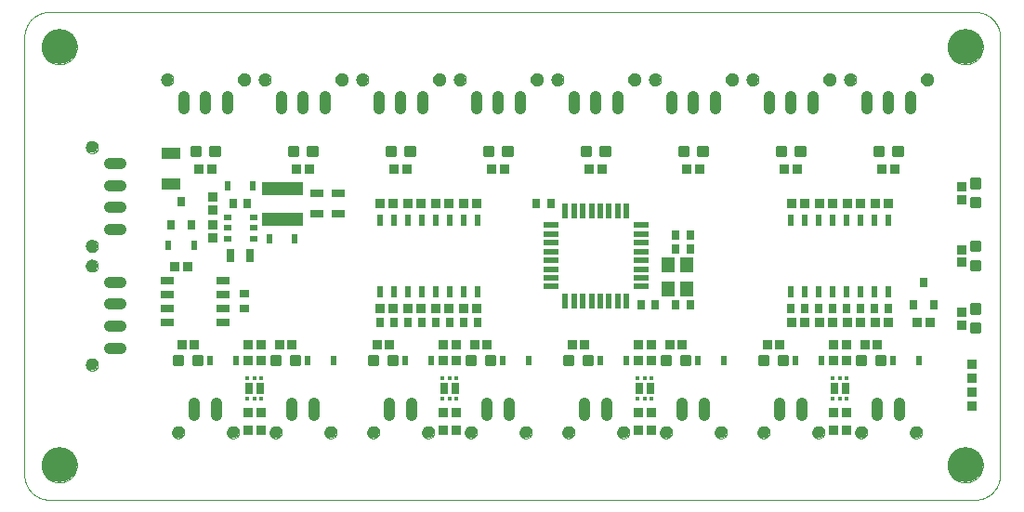
<source format=gts>
G75*
%MOIN*%
%OFA0B0*%
%FSLAX25Y25*%
%IPPOS*%
%LPD*%
%AMOC8*
5,1,8,0,0,1.08239X$1,22.5*
%
%ADD10C,0.00000*%
%ADD11C,0.12598*%
%ADD12R,0.03543X0.03346*%
%ADD13R,0.14567X0.04724*%
%ADD14R,0.02756X0.03543*%
%ADD15R,0.03150X0.04724*%
%ADD16R,0.04724X0.03150*%
%ADD17R,0.02480X0.03268*%
%ADD18C,0.01181*%
%ADD19R,0.03543X0.02756*%
%ADD20R,0.05000X0.02500*%
%ADD21R,0.03150X0.02480*%
%ADD22R,0.03150X0.03543*%
%ADD23R,0.03346X0.03543*%
%ADD24R,0.03150X0.03937*%
%ADD25R,0.01654X0.01654*%
%ADD26R,0.03500X0.03200*%
%ADD27R,0.05709X0.01969*%
%ADD28R,0.01969X0.05709*%
%ADD29R,0.04724X0.05512*%
%ADD30R,0.01969X0.03937*%
%ADD31R,0.07087X0.03937*%
%ADD32C,0.04134*%
%ADD33C,0.04331*%
D10*
X0092333Y0346588D02*
X0424333Y0346588D01*
X0424550Y0346591D01*
X0424768Y0346599D01*
X0424985Y0346612D01*
X0425202Y0346630D01*
X0425418Y0346654D01*
X0425633Y0346682D01*
X0425848Y0346716D01*
X0426062Y0346756D01*
X0426275Y0346800D01*
X0426487Y0346850D01*
X0426697Y0346904D01*
X0426907Y0346964D01*
X0427114Y0347028D01*
X0427320Y0347098D01*
X0427524Y0347173D01*
X0427727Y0347252D01*
X0427927Y0347337D01*
X0428126Y0347426D01*
X0428322Y0347520D01*
X0428516Y0347619D01*
X0428707Y0347722D01*
X0428896Y0347830D01*
X0429082Y0347943D01*
X0429265Y0348060D01*
X0429446Y0348181D01*
X0429623Y0348307D01*
X0429797Y0348437D01*
X0429969Y0348571D01*
X0430137Y0348709D01*
X0430301Y0348851D01*
X0430462Y0348998D01*
X0430620Y0349148D01*
X0430773Y0349301D01*
X0430923Y0349459D01*
X0431070Y0349620D01*
X0431212Y0349784D01*
X0431350Y0349952D01*
X0431484Y0350124D01*
X0431614Y0350298D01*
X0431740Y0350475D01*
X0431861Y0350656D01*
X0431978Y0350839D01*
X0432091Y0351025D01*
X0432199Y0351214D01*
X0432302Y0351405D01*
X0432401Y0351599D01*
X0432495Y0351795D01*
X0432584Y0351994D01*
X0432669Y0352194D01*
X0432748Y0352397D01*
X0432823Y0352601D01*
X0432893Y0352807D01*
X0432957Y0353014D01*
X0433017Y0353224D01*
X0433071Y0353434D01*
X0433121Y0353646D01*
X0433165Y0353859D01*
X0433205Y0354073D01*
X0433239Y0354288D01*
X0433267Y0354503D01*
X0433291Y0354719D01*
X0433309Y0354936D01*
X0433322Y0355153D01*
X0433330Y0355371D01*
X0433333Y0355588D01*
X0433333Y0512588D01*
X0433330Y0512805D01*
X0433322Y0513023D01*
X0433309Y0513240D01*
X0433291Y0513457D01*
X0433267Y0513673D01*
X0433239Y0513888D01*
X0433205Y0514103D01*
X0433165Y0514317D01*
X0433121Y0514530D01*
X0433071Y0514742D01*
X0433017Y0514952D01*
X0432957Y0515162D01*
X0432893Y0515369D01*
X0432823Y0515575D01*
X0432748Y0515779D01*
X0432669Y0515982D01*
X0432584Y0516182D01*
X0432495Y0516381D01*
X0432401Y0516577D01*
X0432302Y0516771D01*
X0432199Y0516962D01*
X0432091Y0517151D01*
X0431978Y0517337D01*
X0431861Y0517520D01*
X0431740Y0517701D01*
X0431614Y0517878D01*
X0431484Y0518052D01*
X0431350Y0518224D01*
X0431212Y0518392D01*
X0431070Y0518556D01*
X0430923Y0518717D01*
X0430773Y0518875D01*
X0430620Y0519028D01*
X0430462Y0519178D01*
X0430301Y0519325D01*
X0430137Y0519467D01*
X0429969Y0519605D01*
X0429797Y0519739D01*
X0429623Y0519869D01*
X0429446Y0519995D01*
X0429265Y0520116D01*
X0429082Y0520233D01*
X0428896Y0520346D01*
X0428707Y0520454D01*
X0428516Y0520557D01*
X0428322Y0520656D01*
X0428126Y0520750D01*
X0427927Y0520839D01*
X0427727Y0520924D01*
X0427524Y0521003D01*
X0427320Y0521078D01*
X0427114Y0521148D01*
X0426907Y0521212D01*
X0426697Y0521272D01*
X0426487Y0521326D01*
X0426275Y0521376D01*
X0426062Y0521420D01*
X0425848Y0521460D01*
X0425633Y0521494D01*
X0425418Y0521522D01*
X0425202Y0521546D01*
X0424985Y0521564D01*
X0424768Y0521577D01*
X0424550Y0521585D01*
X0424333Y0521588D01*
X0092333Y0521588D01*
X0092116Y0521585D01*
X0091898Y0521577D01*
X0091681Y0521564D01*
X0091464Y0521546D01*
X0091248Y0521522D01*
X0091033Y0521494D01*
X0090818Y0521460D01*
X0090604Y0521420D01*
X0090391Y0521376D01*
X0090179Y0521326D01*
X0089969Y0521272D01*
X0089759Y0521212D01*
X0089552Y0521148D01*
X0089346Y0521078D01*
X0089142Y0521003D01*
X0088939Y0520924D01*
X0088739Y0520839D01*
X0088540Y0520750D01*
X0088344Y0520656D01*
X0088150Y0520557D01*
X0087959Y0520454D01*
X0087770Y0520346D01*
X0087584Y0520233D01*
X0087401Y0520116D01*
X0087220Y0519995D01*
X0087043Y0519869D01*
X0086869Y0519739D01*
X0086697Y0519605D01*
X0086529Y0519467D01*
X0086365Y0519325D01*
X0086204Y0519178D01*
X0086046Y0519028D01*
X0085893Y0518875D01*
X0085743Y0518717D01*
X0085596Y0518556D01*
X0085454Y0518392D01*
X0085316Y0518224D01*
X0085182Y0518052D01*
X0085052Y0517878D01*
X0084926Y0517701D01*
X0084805Y0517520D01*
X0084688Y0517337D01*
X0084575Y0517151D01*
X0084467Y0516962D01*
X0084364Y0516771D01*
X0084265Y0516577D01*
X0084171Y0516381D01*
X0084082Y0516182D01*
X0083997Y0515982D01*
X0083918Y0515779D01*
X0083843Y0515575D01*
X0083773Y0515369D01*
X0083709Y0515162D01*
X0083649Y0514952D01*
X0083595Y0514742D01*
X0083545Y0514530D01*
X0083501Y0514317D01*
X0083461Y0514103D01*
X0083427Y0513888D01*
X0083399Y0513673D01*
X0083375Y0513457D01*
X0083357Y0513240D01*
X0083344Y0513023D01*
X0083336Y0512805D01*
X0083333Y0512588D01*
X0083333Y0355588D01*
X0083336Y0355371D01*
X0083344Y0355153D01*
X0083357Y0354936D01*
X0083375Y0354719D01*
X0083399Y0354503D01*
X0083427Y0354288D01*
X0083461Y0354073D01*
X0083501Y0353859D01*
X0083545Y0353646D01*
X0083595Y0353434D01*
X0083649Y0353224D01*
X0083709Y0353014D01*
X0083773Y0352807D01*
X0083843Y0352601D01*
X0083918Y0352397D01*
X0083997Y0352194D01*
X0084082Y0351994D01*
X0084171Y0351795D01*
X0084265Y0351599D01*
X0084364Y0351405D01*
X0084467Y0351214D01*
X0084575Y0351025D01*
X0084688Y0350839D01*
X0084805Y0350656D01*
X0084926Y0350475D01*
X0085052Y0350298D01*
X0085182Y0350124D01*
X0085316Y0349952D01*
X0085454Y0349784D01*
X0085596Y0349620D01*
X0085743Y0349459D01*
X0085893Y0349301D01*
X0086046Y0349148D01*
X0086204Y0348998D01*
X0086365Y0348851D01*
X0086529Y0348709D01*
X0086697Y0348571D01*
X0086869Y0348437D01*
X0087043Y0348307D01*
X0087220Y0348181D01*
X0087401Y0348060D01*
X0087584Y0347943D01*
X0087770Y0347830D01*
X0087959Y0347722D01*
X0088150Y0347619D01*
X0088344Y0347520D01*
X0088540Y0347426D01*
X0088739Y0347337D01*
X0088939Y0347252D01*
X0089142Y0347173D01*
X0089346Y0347098D01*
X0089552Y0347028D01*
X0089759Y0346964D01*
X0089969Y0346904D01*
X0090179Y0346850D01*
X0090391Y0346800D01*
X0090604Y0346756D01*
X0090818Y0346716D01*
X0091033Y0346682D01*
X0091248Y0346654D01*
X0091464Y0346630D01*
X0091681Y0346612D01*
X0091898Y0346599D01*
X0092116Y0346591D01*
X0092333Y0346588D01*
X0089534Y0359088D02*
X0089536Y0359246D01*
X0089542Y0359404D01*
X0089552Y0359562D01*
X0089566Y0359720D01*
X0089584Y0359877D01*
X0089605Y0360034D01*
X0089631Y0360190D01*
X0089661Y0360346D01*
X0089694Y0360501D01*
X0089732Y0360654D01*
X0089773Y0360807D01*
X0089818Y0360959D01*
X0089867Y0361110D01*
X0089920Y0361259D01*
X0089976Y0361407D01*
X0090036Y0361553D01*
X0090100Y0361698D01*
X0090168Y0361841D01*
X0090239Y0361983D01*
X0090313Y0362123D01*
X0090391Y0362260D01*
X0090473Y0362396D01*
X0090557Y0362530D01*
X0090646Y0362661D01*
X0090737Y0362790D01*
X0090832Y0362917D01*
X0090929Y0363042D01*
X0091030Y0363164D01*
X0091134Y0363283D01*
X0091241Y0363400D01*
X0091351Y0363514D01*
X0091464Y0363625D01*
X0091579Y0363734D01*
X0091697Y0363839D01*
X0091818Y0363941D01*
X0091941Y0364041D01*
X0092067Y0364137D01*
X0092195Y0364230D01*
X0092325Y0364320D01*
X0092458Y0364406D01*
X0092593Y0364490D01*
X0092729Y0364569D01*
X0092868Y0364646D01*
X0093009Y0364718D01*
X0093151Y0364788D01*
X0093295Y0364853D01*
X0093441Y0364915D01*
X0093588Y0364973D01*
X0093737Y0365028D01*
X0093887Y0365079D01*
X0094038Y0365126D01*
X0094190Y0365169D01*
X0094343Y0365208D01*
X0094498Y0365244D01*
X0094653Y0365275D01*
X0094809Y0365303D01*
X0094965Y0365327D01*
X0095122Y0365347D01*
X0095280Y0365363D01*
X0095437Y0365375D01*
X0095596Y0365383D01*
X0095754Y0365387D01*
X0095912Y0365387D01*
X0096070Y0365383D01*
X0096229Y0365375D01*
X0096386Y0365363D01*
X0096544Y0365347D01*
X0096701Y0365327D01*
X0096857Y0365303D01*
X0097013Y0365275D01*
X0097168Y0365244D01*
X0097323Y0365208D01*
X0097476Y0365169D01*
X0097628Y0365126D01*
X0097779Y0365079D01*
X0097929Y0365028D01*
X0098078Y0364973D01*
X0098225Y0364915D01*
X0098371Y0364853D01*
X0098515Y0364788D01*
X0098657Y0364718D01*
X0098798Y0364646D01*
X0098937Y0364569D01*
X0099073Y0364490D01*
X0099208Y0364406D01*
X0099341Y0364320D01*
X0099471Y0364230D01*
X0099599Y0364137D01*
X0099725Y0364041D01*
X0099848Y0363941D01*
X0099969Y0363839D01*
X0100087Y0363734D01*
X0100202Y0363625D01*
X0100315Y0363514D01*
X0100425Y0363400D01*
X0100532Y0363283D01*
X0100636Y0363164D01*
X0100737Y0363042D01*
X0100834Y0362917D01*
X0100929Y0362790D01*
X0101020Y0362661D01*
X0101109Y0362530D01*
X0101193Y0362396D01*
X0101275Y0362260D01*
X0101353Y0362123D01*
X0101427Y0361983D01*
X0101498Y0361841D01*
X0101566Y0361698D01*
X0101630Y0361553D01*
X0101690Y0361407D01*
X0101746Y0361259D01*
X0101799Y0361110D01*
X0101848Y0360959D01*
X0101893Y0360807D01*
X0101934Y0360654D01*
X0101972Y0360501D01*
X0102005Y0360346D01*
X0102035Y0360190D01*
X0102061Y0360034D01*
X0102082Y0359877D01*
X0102100Y0359720D01*
X0102114Y0359562D01*
X0102124Y0359404D01*
X0102130Y0359246D01*
X0102132Y0359088D01*
X0102130Y0358930D01*
X0102124Y0358772D01*
X0102114Y0358614D01*
X0102100Y0358456D01*
X0102082Y0358299D01*
X0102061Y0358142D01*
X0102035Y0357986D01*
X0102005Y0357830D01*
X0101972Y0357675D01*
X0101934Y0357522D01*
X0101893Y0357369D01*
X0101848Y0357217D01*
X0101799Y0357066D01*
X0101746Y0356917D01*
X0101690Y0356769D01*
X0101630Y0356623D01*
X0101566Y0356478D01*
X0101498Y0356335D01*
X0101427Y0356193D01*
X0101353Y0356053D01*
X0101275Y0355916D01*
X0101193Y0355780D01*
X0101109Y0355646D01*
X0101020Y0355515D01*
X0100929Y0355386D01*
X0100834Y0355259D01*
X0100737Y0355134D01*
X0100636Y0355012D01*
X0100532Y0354893D01*
X0100425Y0354776D01*
X0100315Y0354662D01*
X0100202Y0354551D01*
X0100087Y0354442D01*
X0099969Y0354337D01*
X0099848Y0354235D01*
X0099725Y0354135D01*
X0099599Y0354039D01*
X0099471Y0353946D01*
X0099341Y0353856D01*
X0099208Y0353770D01*
X0099073Y0353686D01*
X0098937Y0353607D01*
X0098798Y0353530D01*
X0098657Y0353458D01*
X0098515Y0353388D01*
X0098371Y0353323D01*
X0098225Y0353261D01*
X0098078Y0353203D01*
X0097929Y0353148D01*
X0097779Y0353097D01*
X0097628Y0353050D01*
X0097476Y0353007D01*
X0097323Y0352968D01*
X0097168Y0352932D01*
X0097013Y0352901D01*
X0096857Y0352873D01*
X0096701Y0352849D01*
X0096544Y0352829D01*
X0096386Y0352813D01*
X0096229Y0352801D01*
X0096070Y0352793D01*
X0095912Y0352789D01*
X0095754Y0352789D01*
X0095596Y0352793D01*
X0095437Y0352801D01*
X0095280Y0352813D01*
X0095122Y0352829D01*
X0094965Y0352849D01*
X0094809Y0352873D01*
X0094653Y0352901D01*
X0094498Y0352932D01*
X0094343Y0352968D01*
X0094190Y0353007D01*
X0094038Y0353050D01*
X0093887Y0353097D01*
X0093737Y0353148D01*
X0093588Y0353203D01*
X0093441Y0353261D01*
X0093295Y0353323D01*
X0093151Y0353388D01*
X0093009Y0353458D01*
X0092868Y0353530D01*
X0092729Y0353607D01*
X0092593Y0353686D01*
X0092458Y0353770D01*
X0092325Y0353856D01*
X0092195Y0353946D01*
X0092067Y0354039D01*
X0091941Y0354135D01*
X0091818Y0354235D01*
X0091697Y0354337D01*
X0091579Y0354442D01*
X0091464Y0354551D01*
X0091351Y0354662D01*
X0091241Y0354776D01*
X0091134Y0354893D01*
X0091030Y0355012D01*
X0090929Y0355134D01*
X0090832Y0355259D01*
X0090737Y0355386D01*
X0090646Y0355515D01*
X0090557Y0355646D01*
X0090473Y0355780D01*
X0090391Y0355916D01*
X0090313Y0356053D01*
X0090239Y0356193D01*
X0090168Y0356335D01*
X0090100Y0356478D01*
X0090036Y0356623D01*
X0089976Y0356769D01*
X0089920Y0356917D01*
X0089867Y0357066D01*
X0089818Y0357217D01*
X0089773Y0357369D01*
X0089732Y0357522D01*
X0089694Y0357675D01*
X0089661Y0357830D01*
X0089631Y0357986D01*
X0089605Y0358142D01*
X0089584Y0358299D01*
X0089566Y0358456D01*
X0089552Y0358614D01*
X0089542Y0358772D01*
X0089536Y0358930D01*
X0089534Y0359088D01*
X0105401Y0395122D02*
X0105403Y0395215D01*
X0105409Y0395307D01*
X0105419Y0395399D01*
X0105433Y0395490D01*
X0105450Y0395581D01*
X0105472Y0395671D01*
X0105497Y0395760D01*
X0105526Y0395848D01*
X0105559Y0395934D01*
X0105596Y0396019D01*
X0105636Y0396103D01*
X0105680Y0396184D01*
X0105727Y0396264D01*
X0105777Y0396342D01*
X0105831Y0396417D01*
X0105888Y0396490D01*
X0105948Y0396560D01*
X0106011Y0396628D01*
X0106077Y0396693D01*
X0106145Y0396755D01*
X0106216Y0396815D01*
X0106290Y0396871D01*
X0106366Y0396924D01*
X0106444Y0396973D01*
X0106524Y0397020D01*
X0106606Y0397062D01*
X0106690Y0397102D01*
X0106775Y0397137D01*
X0106862Y0397169D01*
X0106950Y0397198D01*
X0107039Y0397222D01*
X0107129Y0397243D01*
X0107220Y0397259D01*
X0107312Y0397272D01*
X0107404Y0397281D01*
X0107497Y0397286D01*
X0107589Y0397287D01*
X0107682Y0397284D01*
X0107774Y0397277D01*
X0107866Y0397266D01*
X0107957Y0397251D01*
X0108048Y0397233D01*
X0108138Y0397210D01*
X0108226Y0397184D01*
X0108314Y0397154D01*
X0108400Y0397120D01*
X0108484Y0397083D01*
X0108567Y0397041D01*
X0108648Y0396997D01*
X0108728Y0396949D01*
X0108805Y0396898D01*
X0108879Y0396843D01*
X0108952Y0396785D01*
X0109022Y0396725D01*
X0109089Y0396661D01*
X0109153Y0396595D01*
X0109215Y0396525D01*
X0109273Y0396454D01*
X0109328Y0396380D01*
X0109380Y0396303D01*
X0109429Y0396224D01*
X0109475Y0396144D01*
X0109517Y0396061D01*
X0109555Y0395977D01*
X0109590Y0395891D01*
X0109621Y0395804D01*
X0109648Y0395716D01*
X0109671Y0395626D01*
X0109691Y0395536D01*
X0109707Y0395445D01*
X0109719Y0395353D01*
X0109727Y0395261D01*
X0109731Y0395168D01*
X0109731Y0395076D01*
X0109727Y0394983D01*
X0109719Y0394891D01*
X0109707Y0394799D01*
X0109691Y0394708D01*
X0109671Y0394618D01*
X0109648Y0394528D01*
X0109621Y0394440D01*
X0109590Y0394353D01*
X0109555Y0394267D01*
X0109517Y0394183D01*
X0109475Y0394100D01*
X0109429Y0394020D01*
X0109380Y0393941D01*
X0109328Y0393864D01*
X0109273Y0393790D01*
X0109215Y0393719D01*
X0109153Y0393649D01*
X0109089Y0393583D01*
X0109022Y0393519D01*
X0108952Y0393459D01*
X0108879Y0393401D01*
X0108805Y0393346D01*
X0108728Y0393295D01*
X0108649Y0393247D01*
X0108567Y0393203D01*
X0108484Y0393161D01*
X0108400Y0393124D01*
X0108314Y0393090D01*
X0108226Y0393060D01*
X0108138Y0393034D01*
X0108048Y0393011D01*
X0107957Y0392993D01*
X0107866Y0392978D01*
X0107774Y0392967D01*
X0107682Y0392960D01*
X0107589Y0392957D01*
X0107497Y0392958D01*
X0107404Y0392963D01*
X0107312Y0392972D01*
X0107220Y0392985D01*
X0107129Y0393001D01*
X0107039Y0393022D01*
X0106950Y0393046D01*
X0106862Y0393075D01*
X0106775Y0393107D01*
X0106690Y0393142D01*
X0106606Y0393182D01*
X0106524Y0393224D01*
X0106444Y0393271D01*
X0106366Y0393320D01*
X0106290Y0393373D01*
X0106216Y0393429D01*
X0106145Y0393489D01*
X0106077Y0393551D01*
X0106011Y0393616D01*
X0105948Y0393684D01*
X0105888Y0393754D01*
X0105831Y0393827D01*
X0105777Y0393902D01*
X0105727Y0393980D01*
X0105680Y0394060D01*
X0105636Y0394141D01*
X0105596Y0394225D01*
X0105559Y0394310D01*
X0105526Y0394396D01*
X0105497Y0394484D01*
X0105472Y0394573D01*
X0105450Y0394663D01*
X0105433Y0394754D01*
X0105419Y0394845D01*
X0105409Y0394937D01*
X0105403Y0395029D01*
X0105401Y0395122D01*
X0105401Y0430555D02*
X0105403Y0430648D01*
X0105409Y0430740D01*
X0105419Y0430832D01*
X0105433Y0430923D01*
X0105450Y0431014D01*
X0105472Y0431104D01*
X0105497Y0431193D01*
X0105526Y0431281D01*
X0105559Y0431367D01*
X0105596Y0431452D01*
X0105636Y0431536D01*
X0105680Y0431617D01*
X0105727Y0431697D01*
X0105777Y0431775D01*
X0105831Y0431850D01*
X0105888Y0431923D01*
X0105948Y0431993D01*
X0106011Y0432061D01*
X0106077Y0432126D01*
X0106145Y0432188D01*
X0106216Y0432248D01*
X0106290Y0432304D01*
X0106366Y0432357D01*
X0106444Y0432406D01*
X0106524Y0432453D01*
X0106606Y0432495D01*
X0106690Y0432535D01*
X0106775Y0432570D01*
X0106862Y0432602D01*
X0106950Y0432631D01*
X0107039Y0432655D01*
X0107129Y0432676D01*
X0107220Y0432692D01*
X0107312Y0432705D01*
X0107404Y0432714D01*
X0107497Y0432719D01*
X0107589Y0432720D01*
X0107682Y0432717D01*
X0107774Y0432710D01*
X0107866Y0432699D01*
X0107957Y0432684D01*
X0108048Y0432666D01*
X0108138Y0432643D01*
X0108226Y0432617D01*
X0108314Y0432587D01*
X0108400Y0432553D01*
X0108484Y0432516D01*
X0108567Y0432474D01*
X0108648Y0432430D01*
X0108728Y0432382D01*
X0108805Y0432331D01*
X0108879Y0432276D01*
X0108952Y0432218D01*
X0109022Y0432158D01*
X0109089Y0432094D01*
X0109153Y0432028D01*
X0109215Y0431958D01*
X0109273Y0431887D01*
X0109328Y0431813D01*
X0109380Y0431736D01*
X0109429Y0431657D01*
X0109475Y0431577D01*
X0109517Y0431494D01*
X0109555Y0431410D01*
X0109590Y0431324D01*
X0109621Y0431237D01*
X0109648Y0431149D01*
X0109671Y0431059D01*
X0109691Y0430969D01*
X0109707Y0430878D01*
X0109719Y0430786D01*
X0109727Y0430694D01*
X0109731Y0430601D01*
X0109731Y0430509D01*
X0109727Y0430416D01*
X0109719Y0430324D01*
X0109707Y0430232D01*
X0109691Y0430141D01*
X0109671Y0430051D01*
X0109648Y0429961D01*
X0109621Y0429873D01*
X0109590Y0429786D01*
X0109555Y0429700D01*
X0109517Y0429616D01*
X0109475Y0429533D01*
X0109429Y0429453D01*
X0109380Y0429374D01*
X0109328Y0429297D01*
X0109273Y0429223D01*
X0109215Y0429152D01*
X0109153Y0429082D01*
X0109089Y0429016D01*
X0109022Y0428952D01*
X0108952Y0428892D01*
X0108879Y0428834D01*
X0108805Y0428779D01*
X0108728Y0428728D01*
X0108649Y0428680D01*
X0108567Y0428636D01*
X0108484Y0428594D01*
X0108400Y0428557D01*
X0108314Y0428523D01*
X0108226Y0428493D01*
X0108138Y0428467D01*
X0108048Y0428444D01*
X0107957Y0428426D01*
X0107866Y0428411D01*
X0107774Y0428400D01*
X0107682Y0428393D01*
X0107589Y0428390D01*
X0107497Y0428391D01*
X0107404Y0428396D01*
X0107312Y0428405D01*
X0107220Y0428418D01*
X0107129Y0428434D01*
X0107039Y0428455D01*
X0106950Y0428479D01*
X0106862Y0428508D01*
X0106775Y0428540D01*
X0106690Y0428575D01*
X0106606Y0428615D01*
X0106524Y0428657D01*
X0106444Y0428704D01*
X0106366Y0428753D01*
X0106290Y0428806D01*
X0106216Y0428862D01*
X0106145Y0428922D01*
X0106077Y0428984D01*
X0106011Y0429049D01*
X0105948Y0429117D01*
X0105888Y0429187D01*
X0105831Y0429260D01*
X0105777Y0429335D01*
X0105727Y0429413D01*
X0105680Y0429493D01*
X0105636Y0429574D01*
X0105596Y0429658D01*
X0105559Y0429743D01*
X0105526Y0429829D01*
X0105497Y0429917D01*
X0105472Y0430006D01*
X0105450Y0430096D01*
X0105433Y0430187D01*
X0105419Y0430278D01*
X0105409Y0430370D01*
X0105403Y0430462D01*
X0105401Y0430555D01*
X0105401Y0437622D02*
X0105403Y0437715D01*
X0105409Y0437807D01*
X0105419Y0437899D01*
X0105433Y0437990D01*
X0105450Y0438081D01*
X0105472Y0438171D01*
X0105497Y0438260D01*
X0105526Y0438348D01*
X0105559Y0438434D01*
X0105596Y0438519D01*
X0105636Y0438603D01*
X0105680Y0438684D01*
X0105727Y0438764D01*
X0105777Y0438842D01*
X0105831Y0438917D01*
X0105888Y0438990D01*
X0105948Y0439060D01*
X0106011Y0439128D01*
X0106077Y0439193D01*
X0106145Y0439255D01*
X0106216Y0439315D01*
X0106290Y0439371D01*
X0106366Y0439424D01*
X0106444Y0439473D01*
X0106524Y0439520D01*
X0106606Y0439562D01*
X0106690Y0439602D01*
X0106775Y0439637D01*
X0106862Y0439669D01*
X0106950Y0439698D01*
X0107039Y0439722D01*
X0107129Y0439743D01*
X0107220Y0439759D01*
X0107312Y0439772D01*
X0107404Y0439781D01*
X0107497Y0439786D01*
X0107589Y0439787D01*
X0107682Y0439784D01*
X0107774Y0439777D01*
X0107866Y0439766D01*
X0107957Y0439751D01*
X0108048Y0439733D01*
X0108138Y0439710D01*
X0108226Y0439684D01*
X0108314Y0439654D01*
X0108400Y0439620D01*
X0108484Y0439583D01*
X0108567Y0439541D01*
X0108648Y0439497D01*
X0108728Y0439449D01*
X0108805Y0439398D01*
X0108879Y0439343D01*
X0108952Y0439285D01*
X0109022Y0439225D01*
X0109089Y0439161D01*
X0109153Y0439095D01*
X0109215Y0439025D01*
X0109273Y0438954D01*
X0109328Y0438880D01*
X0109380Y0438803D01*
X0109429Y0438724D01*
X0109475Y0438644D01*
X0109517Y0438561D01*
X0109555Y0438477D01*
X0109590Y0438391D01*
X0109621Y0438304D01*
X0109648Y0438216D01*
X0109671Y0438126D01*
X0109691Y0438036D01*
X0109707Y0437945D01*
X0109719Y0437853D01*
X0109727Y0437761D01*
X0109731Y0437668D01*
X0109731Y0437576D01*
X0109727Y0437483D01*
X0109719Y0437391D01*
X0109707Y0437299D01*
X0109691Y0437208D01*
X0109671Y0437118D01*
X0109648Y0437028D01*
X0109621Y0436940D01*
X0109590Y0436853D01*
X0109555Y0436767D01*
X0109517Y0436683D01*
X0109475Y0436600D01*
X0109429Y0436520D01*
X0109380Y0436441D01*
X0109328Y0436364D01*
X0109273Y0436290D01*
X0109215Y0436219D01*
X0109153Y0436149D01*
X0109089Y0436083D01*
X0109022Y0436019D01*
X0108952Y0435959D01*
X0108879Y0435901D01*
X0108805Y0435846D01*
X0108728Y0435795D01*
X0108649Y0435747D01*
X0108567Y0435703D01*
X0108484Y0435661D01*
X0108400Y0435624D01*
X0108314Y0435590D01*
X0108226Y0435560D01*
X0108138Y0435534D01*
X0108048Y0435511D01*
X0107957Y0435493D01*
X0107866Y0435478D01*
X0107774Y0435467D01*
X0107682Y0435460D01*
X0107589Y0435457D01*
X0107497Y0435458D01*
X0107404Y0435463D01*
X0107312Y0435472D01*
X0107220Y0435485D01*
X0107129Y0435501D01*
X0107039Y0435522D01*
X0106950Y0435546D01*
X0106862Y0435575D01*
X0106775Y0435607D01*
X0106690Y0435642D01*
X0106606Y0435682D01*
X0106524Y0435724D01*
X0106444Y0435771D01*
X0106366Y0435820D01*
X0106290Y0435873D01*
X0106216Y0435929D01*
X0106145Y0435989D01*
X0106077Y0436051D01*
X0106011Y0436116D01*
X0105948Y0436184D01*
X0105888Y0436254D01*
X0105831Y0436327D01*
X0105777Y0436402D01*
X0105727Y0436480D01*
X0105680Y0436560D01*
X0105636Y0436641D01*
X0105596Y0436725D01*
X0105559Y0436810D01*
X0105526Y0436896D01*
X0105497Y0436984D01*
X0105472Y0437073D01*
X0105450Y0437163D01*
X0105433Y0437254D01*
X0105419Y0437345D01*
X0105409Y0437437D01*
X0105403Y0437529D01*
X0105401Y0437622D01*
X0105401Y0473055D02*
X0105403Y0473148D01*
X0105409Y0473240D01*
X0105419Y0473332D01*
X0105433Y0473423D01*
X0105450Y0473514D01*
X0105472Y0473604D01*
X0105497Y0473693D01*
X0105526Y0473781D01*
X0105559Y0473867D01*
X0105596Y0473952D01*
X0105636Y0474036D01*
X0105680Y0474117D01*
X0105727Y0474197D01*
X0105777Y0474275D01*
X0105831Y0474350D01*
X0105888Y0474423D01*
X0105948Y0474493D01*
X0106011Y0474561D01*
X0106077Y0474626D01*
X0106145Y0474688D01*
X0106216Y0474748D01*
X0106290Y0474804D01*
X0106366Y0474857D01*
X0106444Y0474906D01*
X0106524Y0474953D01*
X0106606Y0474995D01*
X0106690Y0475035D01*
X0106775Y0475070D01*
X0106862Y0475102D01*
X0106950Y0475131D01*
X0107039Y0475155D01*
X0107129Y0475176D01*
X0107220Y0475192D01*
X0107312Y0475205D01*
X0107404Y0475214D01*
X0107497Y0475219D01*
X0107589Y0475220D01*
X0107682Y0475217D01*
X0107774Y0475210D01*
X0107866Y0475199D01*
X0107957Y0475184D01*
X0108048Y0475166D01*
X0108138Y0475143D01*
X0108226Y0475117D01*
X0108314Y0475087D01*
X0108400Y0475053D01*
X0108484Y0475016D01*
X0108567Y0474974D01*
X0108648Y0474930D01*
X0108728Y0474882D01*
X0108805Y0474831D01*
X0108879Y0474776D01*
X0108952Y0474718D01*
X0109022Y0474658D01*
X0109089Y0474594D01*
X0109153Y0474528D01*
X0109215Y0474458D01*
X0109273Y0474387D01*
X0109328Y0474313D01*
X0109380Y0474236D01*
X0109429Y0474157D01*
X0109475Y0474077D01*
X0109517Y0473994D01*
X0109555Y0473910D01*
X0109590Y0473824D01*
X0109621Y0473737D01*
X0109648Y0473649D01*
X0109671Y0473559D01*
X0109691Y0473469D01*
X0109707Y0473378D01*
X0109719Y0473286D01*
X0109727Y0473194D01*
X0109731Y0473101D01*
X0109731Y0473009D01*
X0109727Y0472916D01*
X0109719Y0472824D01*
X0109707Y0472732D01*
X0109691Y0472641D01*
X0109671Y0472551D01*
X0109648Y0472461D01*
X0109621Y0472373D01*
X0109590Y0472286D01*
X0109555Y0472200D01*
X0109517Y0472116D01*
X0109475Y0472033D01*
X0109429Y0471953D01*
X0109380Y0471874D01*
X0109328Y0471797D01*
X0109273Y0471723D01*
X0109215Y0471652D01*
X0109153Y0471582D01*
X0109089Y0471516D01*
X0109022Y0471452D01*
X0108952Y0471392D01*
X0108879Y0471334D01*
X0108805Y0471279D01*
X0108728Y0471228D01*
X0108649Y0471180D01*
X0108567Y0471136D01*
X0108484Y0471094D01*
X0108400Y0471057D01*
X0108314Y0471023D01*
X0108226Y0470993D01*
X0108138Y0470967D01*
X0108048Y0470944D01*
X0107957Y0470926D01*
X0107866Y0470911D01*
X0107774Y0470900D01*
X0107682Y0470893D01*
X0107589Y0470890D01*
X0107497Y0470891D01*
X0107404Y0470896D01*
X0107312Y0470905D01*
X0107220Y0470918D01*
X0107129Y0470934D01*
X0107039Y0470955D01*
X0106950Y0470979D01*
X0106862Y0471008D01*
X0106775Y0471040D01*
X0106690Y0471075D01*
X0106606Y0471115D01*
X0106524Y0471157D01*
X0106444Y0471204D01*
X0106366Y0471253D01*
X0106290Y0471306D01*
X0106216Y0471362D01*
X0106145Y0471422D01*
X0106077Y0471484D01*
X0106011Y0471549D01*
X0105948Y0471617D01*
X0105888Y0471687D01*
X0105831Y0471760D01*
X0105777Y0471835D01*
X0105727Y0471913D01*
X0105680Y0471993D01*
X0105636Y0472074D01*
X0105596Y0472158D01*
X0105559Y0472243D01*
X0105526Y0472329D01*
X0105497Y0472417D01*
X0105472Y0472506D01*
X0105450Y0472596D01*
X0105433Y0472687D01*
X0105419Y0472778D01*
X0105409Y0472870D01*
X0105403Y0472962D01*
X0105401Y0473055D01*
X0132389Y0497356D02*
X0132391Y0497449D01*
X0132397Y0497541D01*
X0132407Y0497633D01*
X0132421Y0497724D01*
X0132438Y0497815D01*
X0132460Y0497905D01*
X0132485Y0497994D01*
X0132514Y0498082D01*
X0132547Y0498168D01*
X0132584Y0498253D01*
X0132624Y0498337D01*
X0132668Y0498418D01*
X0132715Y0498498D01*
X0132765Y0498576D01*
X0132819Y0498651D01*
X0132876Y0498724D01*
X0132936Y0498794D01*
X0132999Y0498862D01*
X0133065Y0498927D01*
X0133133Y0498989D01*
X0133204Y0499049D01*
X0133278Y0499105D01*
X0133354Y0499158D01*
X0133432Y0499207D01*
X0133512Y0499254D01*
X0133594Y0499296D01*
X0133678Y0499336D01*
X0133763Y0499371D01*
X0133850Y0499403D01*
X0133938Y0499432D01*
X0134027Y0499456D01*
X0134117Y0499477D01*
X0134208Y0499493D01*
X0134300Y0499506D01*
X0134392Y0499515D01*
X0134485Y0499520D01*
X0134577Y0499521D01*
X0134670Y0499518D01*
X0134762Y0499511D01*
X0134854Y0499500D01*
X0134945Y0499485D01*
X0135036Y0499467D01*
X0135126Y0499444D01*
X0135214Y0499418D01*
X0135302Y0499388D01*
X0135388Y0499354D01*
X0135472Y0499317D01*
X0135555Y0499275D01*
X0135636Y0499231D01*
X0135716Y0499183D01*
X0135793Y0499132D01*
X0135867Y0499077D01*
X0135940Y0499019D01*
X0136010Y0498959D01*
X0136077Y0498895D01*
X0136141Y0498829D01*
X0136203Y0498759D01*
X0136261Y0498688D01*
X0136316Y0498614D01*
X0136368Y0498537D01*
X0136417Y0498458D01*
X0136463Y0498378D01*
X0136505Y0498295D01*
X0136543Y0498211D01*
X0136578Y0498125D01*
X0136609Y0498038D01*
X0136636Y0497950D01*
X0136659Y0497860D01*
X0136679Y0497770D01*
X0136695Y0497679D01*
X0136707Y0497587D01*
X0136715Y0497495D01*
X0136719Y0497402D01*
X0136719Y0497310D01*
X0136715Y0497217D01*
X0136707Y0497125D01*
X0136695Y0497033D01*
X0136679Y0496942D01*
X0136659Y0496852D01*
X0136636Y0496762D01*
X0136609Y0496674D01*
X0136578Y0496587D01*
X0136543Y0496501D01*
X0136505Y0496417D01*
X0136463Y0496334D01*
X0136417Y0496254D01*
X0136368Y0496175D01*
X0136316Y0496098D01*
X0136261Y0496024D01*
X0136203Y0495953D01*
X0136141Y0495883D01*
X0136077Y0495817D01*
X0136010Y0495753D01*
X0135940Y0495693D01*
X0135867Y0495635D01*
X0135793Y0495580D01*
X0135716Y0495529D01*
X0135637Y0495481D01*
X0135555Y0495437D01*
X0135472Y0495395D01*
X0135388Y0495358D01*
X0135302Y0495324D01*
X0135214Y0495294D01*
X0135126Y0495268D01*
X0135036Y0495245D01*
X0134945Y0495227D01*
X0134854Y0495212D01*
X0134762Y0495201D01*
X0134670Y0495194D01*
X0134577Y0495191D01*
X0134485Y0495192D01*
X0134392Y0495197D01*
X0134300Y0495206D01*
X0134208Y0495219D01*
X0134117Y0495235D01*
X0134027Y0495256D01*
X0133938Y0495280D01*
X0133850Y0495309D01*
X0133763Y0495341D01*
X0133678Y0495376D01*
X0133594Y0495416D01*
X0133512Y0495458D01*
X0133432Y0495505D01*
X0133354Y0495554D01*
X0133278Y0495607D01*
X0133204Y0495663D01*
X0133133Y0495723D01*
X0133065Y0495785D01*
X0132999Y0495850D01*
X0132936Y0495918D01*
X0132876Y0495988D01*
X0132819Y0496061D01*
X0132765Y0496136D01*
X0132715Y0496214D01*
X0132668Y0496294D01*
X0132624Y0496375D01*
X0132584Y0496459D01*
X0132547Y0496544D01*
X0132514Y0496630D01*
X0132485Y0496718D01*
X0132460Y0496807D01*
X0132438Y0496897D01*
X0132421Y0496988D01*
X0132407Y0497079D01*
X0132397Y0497171D01*
X0132391Y0497263D01*
X0132389Y0497356D01*
X0159948Y0497356D02*
X0159950Y0497449D01*
X0159956Y0497541D01*
X0159966Y0497633D01*
X0159980Y0497724D01*
X0159997Y0497815D01*
X0160019Y0497905D01*
X0160044Y0497994D01*
X0160073Y0498082D01*
X0160106Y0498168D01*
X0160143Y0498253D01*
X0160183Y0498337D01*
X0160227Y0498418D01*
X0160274Y0498498D01*
X0160324Y0498576D01*
X0160378Y0498651D01*
X0160435Y0498724D01*
X0160495Y0498794D01*
X0160558Y0498862D01*
X0160624Y0498927D01*
X0160692Y0498989D01*
X0160763Y0499049D01*
X0160837Y0499105D01*
X0160913Y0499158D01*
X0160991Y0499207D01*
X0161071Y0499254D01*
X0161153Y0499296D01*
X0161237Y0499336D01*
X0161322Y0499371D01*
X0161409Y0499403D01*
X0161497Y0499432D01*
X0161586Y0499456D01*
X0161676Y0499477D01*
X0161767Y0499493D01*
X0161859Y0499506D01*
X0161951Y0499515D01*
X0162044Y0499520D01*
X0162136Y0499521D01*
X0162229Y0499518D01*
X0162321Y0499511D01*
X0162413Y0499500D01*
X0162504Y0499485D01*
X0162595Y0499467D01*
X0162685Y0499444D01*
X0162773Y0499418D01*
X0162861Y0499388D01*
X0162947Y0499354D01*
X0163031Y0499317D01*
X0163114Y0499275D01*
X0163195Y0499231D01*
X0163275Y0499183D01*
X0163352Y0499132D01*
X0163426Y0499077D01*
X0163499Y0499019D01*
X0163569Y0498959D01*
X0163636Y0498895D01*
X0163700Y0498829D01*
X0163762Y0498759D01*
X0163820Y0498688D01*
X0163875Y0498614D01*
X0163927Y0498537D01*
X0163976Y0498458D01*
X0164022Y0498378D01*
X0164064Y0498295D01*
X0164102Y0498211D01*
X0164137Y0498125D01*
X0164168Y0498038D01*
X0164195Y0497950D01*
X0164218Y0497860D01*
X0164238Y0497770D01*
X0164254Y0497679D01*
X0164266Y0497587D01*
X0164274Y0497495D01*
X0164278Y0497402D01*
X0164278Y0497310D01*
X0164274Y0497217D01*
X0164266Y0497125D01*
X0164254Y0497033D01*
X0164238Y0496942D01*
X0164218Y0496852D01*
X0164195Y0496762D01*
X0164168Y0496674D01*
X0164137Y0496587D01*
X0164102Y0496501D01*
X0164064Y0496417D01*
X0164022Y0496334D01*
X0163976Y0496254D01*
X0163927Y0496175D01*
X0163875Y0496098D01*
X0163820Y0496024D01*
X0163762Y0495953D01*
X0163700Y0495883D01*
X0163636Y0495817D01*
X0163569Y0495753D01*
X0163499Y0495693D01*
X0163426Y0495635D01*
X0163352Y0495580D01*
X0163275Y0495529D01*
X0163196Y0495481D01*
X0163114Y0495437D01*
X0163031Y0495395D01*
X0162947Y0495358D01*
X0162861Y0495324D01*
X0162773Y0495294D01*
X0162685Y0495268D01*
X0162595Y0495245D01*
X0162504Y0495227D01*
X0162413Y0495212D01*
X0162321Y0495201D01*
X0162229Y0495194D01*
X0162136Y0495191D01*
X0162044Y0495192D01*
X0161951Y0495197D01*
X0161859Y0495206D01*
X0161767Y0495219D01*
X0161676Y0495235D01*
X0161586Y0495256D01*
X0161497Y0495280D01*
X0161409Y0495309D01*
X0161322Y0495341D01*
X0161237Y0495376D01*
X0161153Y0495416D01*
X0161071Y0495458D01*
X0160991Y0495505D01*
X0160913Y0495554D01*
X0160837Y0495607D01*
X0160763Y0495663D01*
X0160692Y0495723D01*
X0160624Y0495785D01*
X0160558Y0495850D01*
X0160495Y0495918D01*
X0160435Y0495988D01*
X0160378Y0496061D01*
X0160324Y0496136D01*
X0160274Y0496214D01*
X0160227Y0496294D01*
X0160183Y0496375D01*
X0160143Y0496459D01*
X0160106Y0496544D01*
X0160073Y0496630D01*
X0160044Y0496718D01*
X0160019Y0496807D01*
X0159997Y0496897D01*
X0159980Y0496988D01*
X0159966Y0497079D01*
X0159956Y0497171D01*
X0159950Y0497263D01*
X0159948Y0497356D01*
X0167389Y0497356D02*
X0167391Y0497449D01*
X0167397Y0497541D01*
X0167407Y0497633D01*
X0167421Y0497724D01*
X0167438Y0497815D01*
X0167460Y0497905D01*
X0167485Y0497994D01*
X0167514Y0498082D01*
X0167547Y0498168D01*
X0167584Y0498253D01*
X0167624Y0498337D01*
X0167668Y0498418D01*
X0167715Y0498498D01*
X0167765Y0498576D01*
X0167819Y0498651D01*
X0167876Y0498724D01*
X0167936Y0498794D01*
X0167999Y0498862D01*
X0168065Y0498927D01*
X0168133Y0498989D01*
X0168204Y0499049D01*
X0168278Y0499105D01*
X0168354Y0499158D01*
X0168432Y0499207D01*
X0168512Y0499254D01*
X0168594Y0499296D01*
X0168678Y0499336D01*
X0168763Y0499371D01*
X0168850Y0499403D01*
X0168938Y0499432D01*
X0169027Y0499456D01*
X0169117Y0499477D01*
X0169208Y0499493D01*
X0169300Y0499506D01*
X0169392Y0499515D01*
X0169485Y0499520D01*
X0169577Y0499521D01*
X0169670Y0499518D01*
X0169762Y0499511D01*
X0169854Y0499500D01*
X0169945Y0499485D01*
X0170036Y0499467D01*
X0170126Y0499444D01*
X0170214Y0499418D01*
X0170302Y0499388D01*
X0170388Y0499354D01*
X0170472Y0499317D01*
X0170555Y0499275D01*
X0170636Y0499231D01*
X0170716Y0499183D01*
X0170793Y0499132D01*
X0170867Y0499077D01*
X0170940Y0499019D01*
X0171010Y0498959D01*
X0171077Y0498895D01*
X0171141Y0498829D01*
X0171203Y0498759D01*
X0171261Y0498688D01*
X0171316Y0498614D01*
X0171368Y0498537D01*
X0171417Y0498458D01*
X0171463Y0498378D01*
X0171505Y0498295D01*
X0171543Y0498211D01*
X0171578Y0498125D01*
X0171609Y0498038D01*
X0171636Y0497950D01*
X0171659Y0497860D01*
X0171679Y0497770D01*
X0171695Y0497679D01*
X0171707Y0497587D01*
X0171715Y0497495D01*
X0171719Y0497402D01*
X0171719Y0497310D01*
X0171715Y0497217D01*
X0171707Y0497125D01*
X0171695Y0497033D01*
X0171679Y0496942D01*
X0171659Y0496852D01*
X0171636Y0496762D01*
X0171609Y0496674D01*
X0171578Y0496587D01*
X0171543Y0496501D01*
X0171505Y0496417D01*
X0171463Y0496334D01*
X0171417Y0496254D01*
X0171368Y0496175D01*
X0171316Y0496098D01*
X0171261Y0496024D01*
X0171203Y0495953D01*
X0171141Y0495883D01*
X0171077Y0495817D01*
X0171010Y0495753D01*
X0170940Y0495693D01*
X0170867Y0495635D01*
X0170793Y0495580D01*
X0170716Y0495529D01*
X0170637Y0495481D01*
X0170555Y0495437D01*
X0170472Y0495395D01*
X0170388Y0495358D01*
X0170302Y0495324D01*
X0170214Y0495294D01*
X0170126Y0495268D01*
X0170036Y0495245D01*
X0169945Y0495227D01*
X0169854Y0495212D01*
X0169762Y0495201D01*
X0169670Y0495194D01*
X0169577Y0495191D01*
X0169485Y0495192D01*
X0169392Y0495197D01*
X0169300Y0495206D01*
X0169208Y0495219D01*
X0169117Y0495235D01*
X0169027Y0495256D01*
X0168938Y0495280D01*
X0168850Y0495309D01*
X0168763Y0495341D01*
X0168678Y0495376D01*
X0168594Y0495416D01*
X0168512Y0495458D01*
X0168432Y0495505D01*
X0168354Y0495554D01*
X0168278Y0495607D01*
X0168204Y0495663D01*
X0168133Y0495723D01*
X0168065Y0495785D01*
X0167999Y0495850D01*
X0167936Y0495918D01*
X0167876Y0495988D01*
X0167819Y0496061D01*
X0167765Y0496136D01*
X0167715Y0496214D01*
X0167668Y0496294D01*
X0167624Y0496375D01*
X0167584Y0496459D01*
X0167547Y0496544D01*
X0167514Y0496630D01*
X0167485Y0496718D01*
X0167460Y0496807D01*
X0167438Y0496897D01*
X0167421Y0496988D01*
X0167407Y0497079D01*
X0167397Y0497171D01*
X0167391Y0497263D01*
X0167389Y0497356D01*
X0194948Y0497356D02*
X0194950Y0497449D01*
X0194956Y0497541D01*
X0194966Y0497633D01*
X0194980Y0497724D01*
X0194997Y0497815D01*
X0195019Y0497905D01*
X0195044Y0497994D01*
X0195073Y0498082D01*
X0195106Y0498168D01*
X0195143Y0498253D01*
X0195183Y0498337D01*
X0195227Y0498418D01*
X0195274Y0498498D01*
X0195324Y0498576D01*
X0195378Y0498651D01*
X0195435Y0498724D01*
X0195495Y0498794D01*
X0195558Y0498862D01*
X0195624Y0498927D01*
X0195692Y0498989D01*
X0195763Y0499049D01*
X0195837Y0499105D01*
X0195913Y0499158D01*
X0195991Y0499207D01*
X0196071Y0499254D01*
X0196153Y0499296D01*
X0196237Y0499336D01*
X0196322Y0499371D01*
X0196409Y0499403D01*
X0196497Y0499432D01*
X0196586Y0499456D01*
X0196676Y0499477D01*
X0196767Y0499493D01*
X0196859Y0499506D01*
X0196951Y0499515D01*
X0197044Y0499520D01*
X0197136Y0499521D01*
X0197229Y0499518D01*
X0197321Y0499511D01*
X0197413Y0499500D01*
X0197504Y0499485D01*
X0197595Y0499467D01*
X0197685Y0499444D01*
X0197773Y0499418D01*
X0197861Y0499388D01*
X0197947Y0499354D01*
X0198031Y0499317D01*
X0198114Y0499275D01*
X0198195Y0499231D01*
X0198275Y0499183D01*
X0198352Y0499132D01*
X0198426Y0499077D01*
X0198499Y0499019D01*
X0198569Y0498959D01*
X0198636Y0498895D01*
X0198700Y0498829D01*
X0198762Y0498759D01*
X0198820Y0498688D01*
X0198875Y0498614D01*
X0198927Y0498537D01*
X0198976Y0498458D01*
X0199022Y0498378D01*
X0199064Y0498295D01*
X0199102Y0498211D01*
X0199137Y0498125D01*
X0199168Y0498038D01*
X0199195Y0497950D01*
X0199218Y0497860D01*
X0199238Y0497770D01*
X0199254Y0497679D01*
X0199266Y0497587D01*
X0199274Y0497495D01*
X0199278Y0497402D01*
X0199278Y0497310D01*
X0199274Y0497217D01*
X0199266Y0497125D01*
X0199254Y0497033D01*
X0199238Y0496942D01*
X0199218Y0496852D01*
X0199195Y0496762D01*
X0199168Y0496674D01*
X0199137Y0496587D01*
X0199102Y0496501D01*
X0199064Y0496417D01*
X0199022Y0496334D01*
X0198976Y0496254D01*
X0198927Y0496175D01*
X0198875Y0496098D01*
X0198820Y0496024D01*
X0198762Y0495953D01*
X0198700Y0495883D01*
X0198636Y0495817D01*
X0198569Y0495753D01*
X0198499Y0495693D01*
X0198426Y0495635D01*
X0198352Y0495580D01*
X0198275Y0495529D01*
X0198196Y0495481D01*
X0198114Y0495437D01*
X0198031Y0495395D01*
X0197947Y0495358D01*
X0197861Y0495324D01*
X0197773Y0495294D01*
X0197685Y0495268D01*
X0197595Y0495245D01*
X0197504Y0495227D01*
X0197413Y0495212D01*
X0197321Y0495201D01*
X0197229Y0495194D01*
X0197136Y0495191D01*
X0197044Y0495192D01*
X0196951Y0495197D01*
X0196859Y0495206D01*
X0196767Y0495219D01*
X0196676Y0495235D01*
X0196586Y0495256D01*
X0196497Y0495280D01*
X0196409Y0495309D01*
X0196322Y0495341D01*
X0196237Y0495376D01*
X0196153Y0495416D01*
X0196071Y0495458D01*
X0195991Y0495505D01*
X0195913Y0495554D01*
X0195837Y0495607D01*
X0195763Y0495663D01*
X0195692Y0495723D01*
X0195624Y0495785D01*
X0195558Y0495850D01*
X0195495Y0495918D01*
X0195435Y0495988D01*
X0195378Y0496061D01*
X0195324Y0496136D01*
X0195274Y0496214D01*
X0195227Y0496294D01*
X0195183Y0496375D01*
X0195143Y0496459D01*
X0195106Y0496544D01*
X0195073Y0496630D01*
X0195044Y0496718D01*
X0195019Y0496807D01*
X0194997Y0496897D01*
X0194980Y0496988D01*
X0194966Y0497079D01*
X0194956Y0497171D01*
X0194950Y0497263D01*
X0194948Y0497356D01*
X0202389Y0497356D02*
X0202391Y0497449D01*
X0202397Y0497541D01*
X0202407Y0497633D01*
X0202421Y0497724D01*
X0202438Y0497815D01*
X0202460Y0497905D01*
X0202485Y0497994D01*
X0202514Y0498082D01*
X0202547Y0498168D01*
X0202584Y0498253D01*
X0202624Y0498337D01*
X0202668Y0498418D01*
X0202715Y0498498D01*
X0202765Y0498576D01*
X0202819Y0498651D01*
X0202876Y0498724D01*
X0202936Y0498794D01*
X0202999Y0498862D01*
X0203065Y0498927D01*
X0203133Y0498989D01*
X0203204Y0499049D01*
X0203278Y0499105D01*
X0203354Y0499158D01*
X0203432Y0499207D01*
X0203512Y0499254D01*
X0203594Y0499296D01*
X0203678Y0499336D01*
X0203763Y0499371D01*
X0203850Y0499403D01*
X0203938Y0499432D01*
X0204027Y0499456D01*
X0204117Y0499477D01*
X0204208Y0499493D01*
X0204300Y0499506D01*
X0204392Y0499515D01*
X0204485Y0499520D01*
X0204577Y0499521D01*
X0204670Y0499518D01*
X0204762Y0499511D01*
X0204854Y0499500D01*
X0204945Y0499485D01*
X0205036Y0499467D01*
X0205126Y0499444D01*
X0205214Y0499418D01*
X0205302Y0499388D01*
X0205388Y0499354D01*
X0205472Y0499317D01*
X0205555Y0499275D01*
X0205636Y0499231D01*
X0205716Y0499183D01*
X0205793Y0499132D01*
X0205867Y0499077D01*
X0205940Y0499019D01*
X0206010Y0498959D01*
X0206077Y0498895D01*
X0206141Y0498829D01*
X0206203Y0498759D01*
X0206261Y0498688D01*
X0206316Y0498614D01*
X0206368Y0498537D01*
X0206417Y0498458D01*
X0206463Y0498378D01*
X0206505Y0498295D01*
X0206543Y0498211D01*
X0206578Y0498125D01*
X0206609Y0498038D01*
X0206636Y0497950D01*
X0206659Y0497860D01*
X0206679Y0497770D01*
X0206695Y0497679D01*
X0206707Y0497587D01*
X0206715Y0497495D01*
X0206719Y0497402D01*
X0206719Y0497310D01*
X0206715Y0497217D01*
X0206707Y0497125D01*
X0206695Y0497033D01*
X0206679Y0496942D01*
X0206659Y0496852D01*
X0206636Y0496762D01*
X0206609Y0496674D01*
X0206578Y0496587D01*
X0206543Y0496501D01*
X0206505Y0496417D01*
X0206463Y0496334D01*
X0206417Y0496254D01*
X0206368Y0496175D01*
X0206316Y0496098D01*
X0206261Y0496024D01*
X0206203Y0495953D01*
X0206141Y0495883D01*
X0206077Y0495817D01*
X0206010Y0495753D01*
X0205940Y0495693D01*
X0205867Y0495635D01*
X0205793Y0495580D01*
X0205716Y0495529D01*
X0205637Y0495481D01*
X0205555Y0495437D01*
X0205472Y0495395D01*
X0205388Y0495358D01*
X0205302Y0495324D01*
X0205214Y0495294D01*
X0205126Y0495268D01*
X0205036Y0495245D01*
X0204945Y0495227D01*
X0204854Y0495212D01*
X0204762Y0495201D01*
X0204670Y0495194D01*
X0204577Y0495191D01*
X0204485Y0495192D01*
X0204392Y0495197D01*
X0204300Y0495206D01*
X0204208Y0495219D01*
X0204117Y0495235D01*
X0204027Y0495256D01*
X0203938Y0495280D01*
X0203850Y0495309D01*
X0203763Y0495341D01*
X0203678Y0495376D01*
X0203594Y0495416D01*
X0203512Y0495458D01*
X0203432Y0495505D01*
X0203354Y0495554D01*
X0203278Y0495607D01*
X0203204Y0495663D01*
X0203133Y0495723D01*
X0203065Y0495785D01*
X0202999Y0495850D01*
X0202936Y0495918D01*
X0202876Y0495988D01*
X0202819Y0496061D01*
X0202765Y0496136D01*
X0202715Y0496214D01*
X0202668Y0496294D01*
X0202624Y0496375D01*
X0202584Y0496459D01*
X0202547Y0496544D01*
X0202514Y0496630D01*
X0202485Y0496718D01*
X0202460Y0496807D01*
X0202438Y0496897D01*
X0202421Y0496988D01*
X0202407Y0497079D01*
X0202397Y0497171D01*
X0202391Y0497263D01*
X0202389Y0497356D01*
X0229948Y0497356D02*
X0229950Y0497449D01*
X0229956Y0497541D01*
X0229966Y0497633D01*
X0229980Y0497724D01*
X0229997Y0497815D01*
X0230019Y0497905D01*
X0230044Y0497994D01*
X0230073Y0498082D01*
X0230106Y0498168D01*
X0230143Y0498253D01*
X0230183Y0498337D01*
X0230227Y0498418D01*
X0230274Y0498498D01*
X0230324Y0498576D01*
X0230378Y0498651D01*
X0230435Y0498724D01*
X0230495Y0498794D01*
X0230558Y0498862D01*
X0230624Y0498927D01*
X0230692Y0498989D01*
X0230763Y0499049D01*
X0230837Y0499105D01*
X0230913Y0499158D01*
X0230991Y0499207D01*
X0231071Y0499254D01*
X0231153Y0499296D01*
X0231237Y0499336D01*
X0231322Y0499371D01*
X0231409Y0499403D01*
X0231497Y0499432D01*
X0231586Y0499456D01*
X0231676Y0499477D01*
X0231767Y0499493D01*
X0231859Y0499506D01*
X0231951Y0499515D01*
X0232044Y0499520D01*
X0232136Y0499521D01*
X0232229Y0499518D01*
X0232321Y0499511D01*
X0232413Y0499500D01*
X0232504Y0499485D01*
X0232595Y0499467D01*
X0232685Y0499444D01*
X0232773Y0499418D01*
X0232861Y0499388D01*
X0232947Y0499354D01*
X0233031Y0499317D01*
X0233114Y0499275D01*
X0233195Y0499231D01*
X0233275Y0499183D01*
X0233352Y0499132D01*
X0233426Y0499077D01*
X0233499Y0499019D01*
X0233569Y0498959D01*
X0233636Y0498895D01*
X0233700Y0498829D01*
X0233762Y0498759D01*
X0233820Y0498688D01*
X0233875Y0498614D01*
X0233927Y0498537D01*
X0233976Y0498458D01*
X0234022Y0498378D01*
X0234064Y0498295D01*
X0234102Y0498211D01*
X0234137Y0498125D01*
X0234168Y0498038D01*
X0234195Y0497950D01*
X0234218Y0497860D01*
X0234238Y0497770D01*
X0234254Y0497679D01*
X0234266Y0497587D01*
X0234274Y0497495D01*
X0234278Y0497402D01*
X0234278Y0497310D01*
X0234274Y0497217D01*
X0234266Y0497125D01*
X0234254Y0497033D01*
X0234238Y0496942D01*
X0234218Y0496852D01*
X0234195Y0496762D01*
X0234168Y0496674D01*
X0234137Y0496587D01*
X0234102Y0496501D01*
X0234064Y0496417D01*
X0234022Y0496334D01*
X0233976Y0496254D01*
X0233927Y0496175D01*
X0233875Y0496098D01*
X0233820Y0496024D01*
X0233762Y0495953D01*
X0233700Y0495883D01*
X0233636Y0495817D01*
X0233569Y0495753D01*
X0233499Y0495693D01*
X0233426Y0495635D01*
X0233352Y0495580D01*
X0233275Y0495529D01*
X0233196Y0495481D01*
X0233114Y0495437D01*
X0233031Y0495395D01*
X0232947Y0495358D01*
X0232861Y0495324D01*
X0232773Y0495294D01*
X0232685Y0495268D01*
X0232595Y0495245D01*
X0232504Y0495227D01*
X0232413Y0495212D01*
X0232321Y0495201D01*
X0232229Y0495194D01*
X0232136Y0495191D01*
X0232044Y0495192D01*
X0231951Y0495197D01*
X0231859Y0495206D01*
X0231767Y0495219D01*
X0231676Y0495235D01*
X0231586Y0495256D01*
X0231497Y0495280D01*
X0231409Y0495309D01*
X0231322Y0495341D01*
X0231237Y0495376D01*
X0231153Y0495416D01*
X0231071Y0495458D01*
X0230991Y0495505D01*
X0230913Y0495554D01*
X0230837Y0495607D01*
X0230763Y0495663D01*
X0230692Y0495723D01*
X0230624Y0495785D01*
X0230558Y0495850D01*
X0230495Y0495918D01*
X0230435Y0495988D01*
X0230378Y0496061D01*
X0230324Y0496136D01*
X0230274Y0496214D01*
X0230227Y0496294D01*
X0230183Y0496375D01*
X0230143Y0496459D01*
X0230106Y0496544D01*
X0230073Y0496630D01*
X0230044Y0496718D01*
X0230019Y0496807D01*
X0229997Y0496897D01*
X0229980Y0496988D01*
X0229966Y0497079D01*
X0229956Y0497171D01*
X0229950Y0497263D01*
X0229948Y0497356D01*
X0237389Y0497356D02*
X0237391Y0497449D01*
X0237397Y0497541D01*
X0237407Y0497633D01*
X0237421Y0497724D01*
X0237438Y0497815D01*
X0237460Y0497905D01*
X0237485Y0497994D01*
X0237514Y0498082D01*
X0237547Y0498168D01*
X0237584Y0498253D01*
X0237624Y0498337D01*
X0237668Y0498418D01*
X0237715Y0498498D01*
X0237765Y0498576D01*
X0237819Y0498651D01*
X0237876Y0498724D01*
X0237936Y0498794D01*
X0237999Y0498862D01*
X0238065Y0498927D01*
X0238133Y0498989D01*
X0238204Y0499049D01*
X0238278Y0499105D01*
X0238354Y0499158D01*
X0238432Y0499207D01*
X0238512Y0499254D01*
X0238594Y0499296D01*
X0238678Y0499336D01*
X0238763Y0499371D01*
X0238850Y0499403D01*
X0238938Y0499432D01*
X0239027Y0499456D01*
X0239117Y0499477D01*
X0239208Y0499493D01*
X0239300Y0499506D01*
X0239392Y0499515D01*
X0239485Y0499520D01*
X0239577Y0499521D01*
X0239670Y0499518D01*
X0239762Y0499511D01*
X0239854Y0499500D01*
X0239945Y0499485D01*
X0240036Y0499467D01*
X0240126Y0499444D01*
X0240214Y0499418D01*
X0240302Y0499388D01*
X0240388Y0499354D01*
X0240472Y0499317D01*
X0240555Y0499275D01*
X0240636Y0499231D01*
X0240716Y0499183D01*
X0240793Y0499132D01*
X0240867Y0499077D01*
X0240940Y0499019D01*
X0241010Y0498959D01*
X0241077Y0498895D01*
X0241141Y0498829D01*
X0241203Y0498759D01*
X0241261Y0498688D01*
X0241316Y0498614D01*
X0241368Y0498537D01*
X0241417Y0498458D01*
X0241463Y0498378D01*
X0241505Y0498295D01*
X0241543Y0498211D01*
X0241578Y0498125D01*
X0241609Y0498038D01*
X0241636Y0497950D01*
X0241659Y0497860D01*
X0241679Y0497770D01*
X0241695Y0497679D01*
X0241707Y0497587D01*
X0241715Y0497495D01*
X0241719Y0497402D01*
X0241719Y0497310D01*
X0241715Y0497217D01*
X0241707Y0497125D01*
X0241695Y0497033D01*
X0241679Y0496942D01*
X0241659Y0496852D01*
X0241636Y0496762D01*
X0241609Y0496674D01*
X0241578Y0496587D01*
X0241543Y0496501D01*
X0241505Y0496417D01*
X0241463Y0496334D01*
X0241417Y0496254D01*
X0241368Y0496175D01*
X0241316Y0496098D01*
X0241261Y0496024D01*
X0241203Y0495953D01*
X0241141Y0495883D01*
X0241077Y0495817D01*
X0241010Y0495753D01*
X0240940Y0495693D01*
X0240867Y0495635D01*
X0240793Y0495580D01*
X0240716Y0495529D01*
X0240637Y0495481D01*
X0240555Y0495437D01*
X0240472Y0495395D01*
X0240388Y0495358D01*
X0240302Y0495324D01*
X0240214Y0495294D01*
X0240126Y0495268D01*
X0240036Y0495245D01*
X0239945Y0495227D01*
X0239854Y0495212D01*
X0239762Y0495201D01*
X0239670Y0495194D01*
X0239577Y0495191D01*
X0239485Y0495192D01*
X0239392Y0495197D01*
X0239300Y0495206D01*
X0239208Y0495219D01*
X0239117Y0495235D01*
X0239027Y0495256D01*
X0238938Y0495280D01*
X0238850Y0495309D01*
X0238763Y0495341D01*
X0238678Y0495376D01*
X0238594Y0495416D01*
X0238512Y0495458D01*
X0238432Y0495505D01*
X0238354Y0495554D01*
X0238278Y0495607D01*
X0238204Y0495663D01*
X0238133Y0495723D01*
X0238065Y0495785D01*
X0237999Y0495850D01*
X0237936Y0495918D01*
X0237876Y0495988D01*
X0237819Y0496061D01*
X0237765Y0496136D01*
X0237715Y0496214D01*
X0237668Y0496294D01*
X0237624Y0496375D01*
X0237584Y0496459D01*
X0237547Y0496544D01*
X0237514Y0496630D01*
X0237485Y0496718D01*
X0237460Y0496807D01*
X0237438Y0496897D01*
X0237421Y0496988D01*
X0237407Y0497079D01*
X0237397Y0497171D01*
X0237391Y0497263D01*
X0237389Y0497356D01*
X0264948Y0497356D02*
X0264950Y0497449D01*
X0264956Y0497541D01*
X0264966Y0497633D01*
X0264980Y0497724D01*
X0264997Y0497815D01*
X0265019Y0497905D01*
X0265044Y0497994D01*
X0265073Y0498082D01*
X0265106Y0498168D01*
X0265143Y0498253D01*
X0265183Y0498337D01*
X0265227Y0498418D01*
X0265274Y0498498D01*
X0265324Y0498576D01*
X0265378Y0498651D01*
X0265435Y0498724D01*
X0265495Y0498794D01*
X0265558Y0498862D01*
X0265624Y0498927D01*
X0265692Y0498989D01*
X0265763Y0499049D01*
X0265837Y0499105D01*
X0265913Y0499158D01*
X0265991Y0499207D01*
X0266071Y0499254D01*
X0266153Y0499296D01*
X0266237Y0499336D01*
X0266322Y0499371D01*
X0266409Y0499403D01*
X0266497Y0499432D01*
X0266586Y0499456D01*
X0266676Y0499477D01*
X0266767Y0499493D01*
X0266859Y0499506D01*
X0266951Y0499515D01*
X0267044Y0499520D01*
X0267136Y0499521D01*
X0267229Y0499518D01*
X0267321Y0499511D01*
X0267413Y0499500D01*
X0267504Y0499485D01*
X0267595Y0499467D01*
X0267685Y0499444D01*
X0267773Y0499418D01*
X0267861Y0499388D01*
X0267947Y0499354D01*
X0268031Y0499317D01*
X0268114Y0499275D01*
X0268195Y0499231D01*
X0268275Y0499183D01*
X0268352Y0499132D01*
X0268426Y0499077D01*
X0268499Y0499019D01*
X0268569Y0498959D01*
X0268636Y0498895D01*
X0268700Y0498829D01*
X0268762Y0498759D01*
X0268820Y0498688D01*
X0268875Y0498614D01*
X0268927Y0498537D01*
X0268976Y0498458D01*
X0269022Y0498378D01*
X0269064Y0498295D01*
X0269102Y0498211D01*
X0269137Y0498125D01*
X0269168Y0498038D01*
X0269195Y0497950D01*
X0269218Y0497860D01*
X0269238Y0497770D01*
X0269254Y0497679D01*
X0269266Y0497587D01*
X0269274Y0497495D01*
X0269278Y0497402D01*
X0269278Y0497310D01*
X0269274Y0497217D01*
X0269266Y0497125D01*
X0269254Y0497033D01*
X0269238Y0496942D01*
X0269218Y0496852D01*
X0269195Y0496762D01*
X0269168Y0496674D01*
X0269137Y0496587D01*
X0269102Y0496501D01*
X0269064Y0496417D01*
X0269022Y0496334D01*
X0268976Y0496254D01*
X0268927Y0496175D01*
X0268875Y0496098D01*
X0268820Y0496024D01*
X0268762Y0495953D01*
X0268700Y0495883D01*
X0268636Y0495817D01*
X0268569Y0495753D01*
X0268499Y0495693D01*
X0268426Y0495635D01*
X0268352Y0495580D01*
X0268275Y0495529D01*
X0268196Y0495481D01*
X0268114Y0495437D01*
X0268031Y0495395D01*
X0267947Y0495358D01*
X0267861Y0495324D01*
X0267773Y0495294D01*
X0267685Y0495268D01*
X0267595Y0495245D01*
X0267504Y0495227D01*
X0267413Y0495212D01*
X0267321Y0495201D01*
X0267229Y0495194D01*
X0267136Y0495191D01*
X0267044Y0495192D01*
X0266951Y0495197D01*
X0266859Y0495206D01*
X0266767Y0495219D01*
X0266676Y0495235D01*
X0266586Y0495256D01*
X0266497Y0495280D01*
X0266409Y0495309D01*
X0266322Y0495341D01*
X0266237Y0495376D01*
X0266153Y0495416D01*
X0266071Y0495458D01*
X0265991Y0495505D01*
X0265913Y0495554D01*
X0265837Y0495607D01*
X0265763Y0495663D01*
X0265692Y0495723D01*
X0265624Y0495785D01*
X0265558Y0495850D01*
X0265495Y0495918D01*
X0265435Y0495988D01*
X0265378Y0496061D01*
X0265324Y0496136D01*
X0265274Y0496214D01*
X0265227Y0496294D01*
X0265183Y0496375D01*
X0265143Y0496459D01*
X0265106Y0496544D01*
X0265073Y0496630D01*
X0265044Y0496718D01*
X0265019Y0496807D01*
X0264997Y0496897D01*
X0264980Y0496988D01*
X0264966Y0497079D01*
X0264956Y0497171D01*
X0264950Y0497263D01*
X0264948Y0497356D01*
X0272389Y0497356D02*
X0272391Y0497449D01*
X0272397Y0497541D01*
X0272407Y0497633D01*
X0272421Y0497724D01*
X0272438Y0497815D01*
X0272460Y0497905D01*
X0272485Y0497994D01*
X0272514Y0498082D01*
X0272547Y0498168D01*
X0272584Y0498253D01*
X0272624Y0498337D01*
X0272668Y0498418D01*
X0272715Y0498498D01*
X0272765Y0498576D01*
X0272819Y0498651D01*
X0272876Y0498724D01*
X0272936Y0498794D01*
X0272999Y0498862D01*
X0273065Y0498927D01*
X0273133Y0498989D01*
X0273204Y0499049D01*
X0273278Y0499105D01*
X0273354Y0499158D01*
X0273432Y0499207D01*
X0273512Y0499254D01*
X0273594Y0499296D01*
X0273678Y0499336D01*
X0273763Y0499371D01*
X0273850Y0499403D01*
X0273938Y0499432D01*
X0274027Y0499456D01*
X0274117Y0499477D01*
X0274208Y0499493D01*
X0274300Y0499506D01*
X0274392Y0499515D01*
X0274485Y0499520D01*
X0274577Y0499521D01*
X0274670Y0499518D01*
X0274762Y0499511D01*
X0274854Y0499500D01*
X0274945Y0499485D01*
X0275036Y0499467D01*
X0275126Y0499444D01*
X0275214Y0499418D01*
X0275302Y0499388D01*
X0275388Y0499354D01*
X0275472Y0499317D01*
X0275555Y0499275D01*
X0275636Y0499231D01*
X0275716Y0499183D01*
X0275793Y0499132D01*
X0275867Y0499077D01*
X0275940Y0499019D01*
X0276010Y0498959D01*
X0276077Y0498895D01*
X0276141Y0498829D01*
X0276203Y0498759D01*
X0276261Y0498688D01*
X0276316Y0498614D01*
X0276368Y0498537D01*
X0276417Y0498458D01*
X0276463Y0498378D01*
X0276505Y0498295D01*
X0276543Y0498211D01*
X0276578Y0498125D01*
X0276609Y0498038D01*
X0276636Y0497950D01*
X0276659Y0497860D01*
X0276679Y0497770D01*
X0276695Y0497679D01*
X0276707Y0497587D01*
X0276715Y0497495D01*
X0276719Y0497402D01*
X0276719Y0497310D01*
X0276715Y0497217D01*
X0276707Y0497125D01*
X0276695Y0497033D01*
X0276679Y0496942D01*
X0276659Y0496852D01*
X0276636Y0496762D01*
X0276609Y0496674D01*
X0276578Y0496587D01*
X0276543Y0496501D01*
X0276505Y0496417D01*
X0276463Y0496334D01*
X0276417Y0496254D01*
X0276368Y0496175D01*
X0276316Y0496098D01*
X0276261Y0496024D01*
X0276203Y0495953D01*
X0276141Y0495883D01*
X0276077Y0495817D01*
X0276010Y0495753D01*
X0275940Y0495693D01*
X0275867Y0495635D01*
X0275793Y0495580D01*
X0275716Y0495529D01*
X0275637Y0495481D01*
X0275555Y0495437D01*
X0275472Y0495395D01*
X0275388Y0495358D01*
X0275302Y0495324D01*
X0275214Y0495294D01*
X0275126Y0495268D01*
X0275036Y0495245D01*
X0274945Y0495227D01*
X0274854Y0495212D01*
X0274762Y0495201D01*
X0274670Y0495194D01*
X0274577Y0495191D01*
X0274485Y0495192D01*
X0274392Y0495197D01*
X0274300Y0495206D01*
X0274208Y0495219D01*
X0274117Y0495235D01*
X0274027Y0495256D01*
X0273938Y0495280D01*
X0273850Y0495309D01*
X0273763Y0495341D01*
X0273678Y0495376D01*
X0273594Y0495416D01*
X0273512Y0495458D01*
X0273432Y0495505D01*
X0273354Y0495554D01*
X0273278Y0495607D01*
X0273204Y0495663D01*
X0273133Y0495723D01*
X0273065Y0495785D01*
X0272999Y0495850D01*
X0272936Y0495918D01*
X0272876Y0495988D01*
X0272819Y0496061D01*
X0272765Y0496136D01*
X0272715Y0496214D01*
X0272668Y0496294D01*
X0272624Y0496375D01*
X0272584Y0496459D01*
X0272547Y0496544D01*
X0272514Y0496630D01*
X0272485Y0496718D01*
X0272460Y0496807D01*
X0272438Y0496897D01*
X0272421Y0496988D01*
X0272407Y0497079D01*
X0272397Y0497171D01*
X0272391Y0497263D01*
X0272389Y0497356D01*
X0299948Y0497356D02*
X0299950Y0497449D01*
X0299956Y0497541D01*
X0299966Y0497633D01*
X0299980Y0497724D01*
X0299997Y0497815D01*
X0300019Y0497905D01*
X0300044Y0497994D01*
X0300073Y0498082D01*
X0300106Y0498168D01*
X0300143Y0498253D01*
X0300183Y0498337D01*
X0300227Y0498418D01*
X0300274Y0498498D01*
X0300324Y0498576D01*
X0300378Y0498651D01*
X0300435Y0498724D01*
X0300495Y0498794D01*
X0300558Y0498862D01*
X0300624Y0498927D01*
X0300692Y0498989D01*
X0300763Y0499049D01*
X0300837Y0499105D01*
X0300913Y0499158D01*
X0300991Y0499207D01*
X0301071Y0499254D01*
X0301153Y0499296D01*
X0301237Y0499336D01*
X0301322Y0499371D01*
X0301409Y0499403D01*
X0301497Y0499432D01*
X0301586Y0499456D01*
X0301676Y0499477D01*
X0301767Y0499493D01*
X0301859Y0499506D01*
X0301951Y0499515D01*
X0302044Y0499520D01*
X0302136Y0499521D01*
X0302229Y0499518D01*
X0302321Y0499511D01*
X0302413Y0499500D01*
X0302504Y0499485D01*
X0302595Y0499467D01*
X0302685Y0499444D01*
X0302773Y0499418D01*
X0302861Y0499388D01*
X0302947Y0499354D01*
X0303031Y0499317D01*
X0303114Y0499275D01*
X0303195Y0499231D01*
X0303275Y0499183D01*
X0303352Y0499132D01*
X0303426Y0499077D01*
X0303499Y0499019D01*
X0303569Y0498959D01*
X0303636Y0498895D01*
X0303700Y0498829D01*
X0303762Y0498759D01*
X0303820Y0498688D01*
X0303875Y0498614D01*
X0303927Y0498537D01*
X0303976Y0498458D01*
X0304022Y0498378D01*
X0304064Y0498295D01*
X0304102Y0498211D01*
X0304137Y0498125D01*
X0304168Y0498038D01*
X0304195Y0497950D01*
X0304218Y0497860D01*
X0304238Y0497770D01*
X0304254Y0497679D01*
X0304266Y0497587D01*
X0304274Y0497495D01*
X0304278Y0497402D01*
X0304278Y0497310D01*
X0304274Y0497217D01*
X0304266Y0497125D01*
X0304254Y0497033D01*
X0304238Y0496942D01*
X0304218Y0496852D01*
X0304195Y0496762D01*
X0304168Y0496674D01*
X0304137Y0496587D01*
X0304102Y0496501D01*
X0304064Y0496417D01*
X0304022Y0496334D01*
X0303976Y0496254D01*
X0303927Y0496175D01*
X0303875Y0496098D01*
X0303820Y0496024D01*
X0303762Y0495953D01*
X0303700Y0495883D01*
X0303636Y0495817D01*
X0303569Y0495753D01*
X0303499Y0495693D01*
X0303426Y0495635D01*
X0303352Y0495580D01*
X0303275Y0495529D01*
X0303196Y0495481D01*
X0303114Y0495437D01*
X0303031Y0495395D01*
X0302947Y0495358D01*
X0302861Y0495324D01*
X0302773Y0495294D01*
X0302685Y0495268D01*
X0302595Y0495245D01*
X0302504Y0495227D01*
X0302413Y0495212D01*
X0302321Y0495201D01*
X0302229Y0495194D01*
X0302136Y0495191D01*
X0302044Y0495192D01*
X0301951Y0495197D01*
X0301859Y0495206D01*
X0301767Y0495219D01*
X0301676Y0495235D01*
X0301586Y0495256D01*
X0301497Y0495280D01*
X0301409Y0495309D01*
X0301322Y0495341D01*
X0301237Y0495376D01*
X0301153Y0495416D01*
X0301071Y0495458D01*
X0300991Y0495505D01*
X0300913Y0495554D01*
X0300837Y0495607D01*
X0300763Y0495663D01*
X0300692Y0495723D01*
X0300624Y0495785D01*
X0300558Y0495850D01*
X0300495Y0495918D01*
X0300435Y0495988D01*
X0300378Y0496061D01*
X0300324Y0496136D01*
X0300274Y0496214D01*
X0300227Y0496294D01*
X0300183Y0496375D01*
X0300143Y0496459D01*
X0300106Y0496544D01*
X0300073Y0496630D01*
X0300044Y0496718D01*
X0300019Y0496807D01*
X0299997Y0496897D01*
X0299980Y0496988D01*
X0299966Y0497079D01*
X0299956Y0497171D01*
X0299950Y0497263D01*
X0299948Y0497356D01*
X0307389Y0497356D02*
X0307391Y0497449D01*
X0307397Y0497541D01*
X0307407Y0497633D01*
X0307421Y0497724D01*
X0307438Y0497815D01*
X0307460Y0497905D01*
X0307485Y0497994D01*
X0307514Y0498082D01*
X0307547Y0498168D01*
X0307584Y0498253D01*
X0307624Y0498337D01*
X0307668Y0498418D01*
X0307715Y0498498D01*
X0307765Y0498576D01*
X0307819Y0498651D01*
X0307876Y0498724D01*
X0307936Y0498794D01*
X0307999Y0498862D01*
X0308065Y0498927D01*
X0308133Y0498989D01*
X0308204Y0499049D01*
X0308278Y0499105D01*
X0308354Y0499158D01*
X0308432Y0499207D01*
X0308512Y0499254D01*
X0308594Y0499296D01*
X0308678Y0499336D01*
X0308763Y0499371D01*
X0308850Y0499403D01*
X0308938Y0499432D01*
X0309027Y0499456D01*
X0309117Y0499477D01*
X0309208Y0499493D01*
X0309300Y0499506D01*
X0309392Y0499515D01*
X0309485Y0499520D01*
X0309577Y0499521D01*
X0309670Y0499518D01*
X0309762Y0499511D01*
X0309854Y0499500D01*
X0309945Y0499485D01*
X0310036Y0499467D01*
X0310126Y0499444D01*
X0310214Y0499418D01*
X0310302Y0499388D01*
X0310388Y0499354D01*
X0310472Y0499317D01*
X0310555Y0499275D01*
X0310636Y0499231D01*
X0310716Y0499183D01*
X0310793Y0499132D01*
X0310867Y0499077D01*
X0310940Y0499019D01*
X0311010Y0498959D01*
X0311077Y0498895D01*
X0311141Y0498829D01*
X0311203Y0498759D01*
X0311261Y0498688D01*
X0311316Y0498614D01*
X0311368Y0498537D01*
X0311417Y0498458D01*
X0311463Y0498378D01*
X0311505Y0498295D01*
X0311543Y0498211D01*
X0311578Y0498125D01*
X0311609Y0498038D01*
X0311636Y0497950D01*
X0311659Y0497860D01*
X0311679Y0497770D01*
X0311695Y0497679D01*
X0311707Y0497587D01*
X0311715Y0497495D01*
X0311719Y0497402D01*
X0311719Y0497310D01*
X0311715Y0497217D01*
X0311707Y0497125D01*
X0311695Y0497033D01*
X0311679Y0496942D01*
X0311659Y0496852D01*
X0311636Y0496762D01*
X0311609Y0496674D01*
X0311578Y0496587D01*
X0311543Y0496501D01*
X0311505Y0496417D01*
X0311463Y0496334D01*
X0311417Y0496254D01*
X0311368Y0496175D01*
X0311316Y0496098D01*
X0311261Y0496024D01*
X0311203Y0495953D01*
X0311141Y0495883D01*
X0311077Y0495817D01*
X0311010Y0495753D01*
X0310940Y0495693D01*
X0310867Y0495635D01*
X0310793Y0495580D01*
X0310716Y0495529D01*
X0310637Y0495481D01*
X0310555Y0495437D01*
X0310472Y0495395D01*
X0310388Y0495358D01*
X0310302Y0495324D01*
X0310214Y0495294D01*
X0310126Y0495268D01*
X0310036Y0495245D01*
X0309945Y0495227D01*
X0309854Y0495212D01*
X0309762Y0495201D01*
X0309670Y0495194D01*
X0309577Y0495191D01*
X0309485Y0495192D01*
X0309392Y0495197D01*
X0309300Y0495206D01*
X0309208Y0495219D01*
X0309117Y0495235D01*
X0309027Y0495256D01*
X0308938Y0495280D01*
X0308850Y0495309D01*
X0308763Y0495341D01*
X0308678Y0495376D01*
X0308594Y0495416D01*
X0308512Y0495458D01*
X0308432Y0495505D01*
X0308354Y0495554D01*
X0308278Y0495607D01*
X0308204Y0495663D01*
X0308133Y0495723D01*
X0308065Y0495785D01*
X0307999Y0495850D01*
X0307936Y0495918D01*
X0307876Y0495988D01*
X0307819Y0496061D01*
X0307765Y0496136D01*
X0307715Y0496214D01*
X0307668Y0496294D01*
X0307624Y0496375D01*
X0307584Y0496459D01*
X0307547Y0496544D01*
X0307514Y0496630D01*
X0307485Y0496718D01*
X0307460Y0496807D01*
X0307438Y0496897D01*
X0307421Y0496988D01*
X0307407Y0497079D01*
X0307397Y0497171D01*
X0307391Y0497263D01*
X0307389Y0497356D01*
X0334948Y0497356D02*
X0334950Y0497449D01*
X0334956Y0497541D01*
X0334966Y0497633D01*
X0334980Y0497724D01*
X0334997Y0497815D01*
X0335019Y0497905D01*
X0335044Y0497994D01*
X0335073Y0498082D01*
X0335106Y0498168D01*
X0335143Y0498253D01*
X0335183Y0498337D01*
X0335227Y0498418D01*
X0335274Y0498498D01*
X0335324Y0498576D01*
X0335378Y0498651D01*
X0335435Y0498724D01*
X0335495Y0498794D01*
X0335558Y0498862D01*
X0335624Y0498927D01*
X0335692Y0498989D01*
X0335763Y0499049D01*
X0335837Y0499105D01*
X0335913Y0499158D01*
X0335991Y0499207D01*
X0336071Y0499254D01*
X0336153Y0499296D01*
X0336237Y0499336D01*
X0336322Y0499371D01*
X0336409Y0499403D01*
X0336497Y0499432D01*
X0336586Y0499456D01*
X0336676Y0499477D01*
X0336767Y0499493D01*
X0336859Y0499506D01*
X0336951Y0499515D01*
X0337044Y0499520D01*
X0337136Y0499521D01*
X0337229Y0499518D01*
X0337321Y0499511D01*
X0337413Y0499500D01*
X0337504Y0499485D01*
X0337595Y0499467D01*
X0337685Y0499444D01*
X0337773Y0499418D01*
X0337861Y0499388D01*
X0337947Y0499354D01*
X0338031Y0499317D01*
X0338114Y0499275D01*
X0338195Y0499231D01*
X0338275Y0499183D01*
X0338352Y0499132D01*
X0338426Y0499077D01*
X0338499Y0499019D01*
X0338569Y0498959D01*
X0338636Y0498895D01*
X0338700Y0498829D01*
X0338762Y0498759D01*
X0338820Y0498688D01*
X0338875Y0498614D01*
X0338927Y0498537D01*
X0338976Y0498458D01*
X0339022Y0498378D01*
X0339064Y0498295D01*
X0339102Y0498211D01*
X0339137Y0498125D01*
X0339168Y0498038D01*
X0339195Y0497950D01*
X0339218Y0497860D01*
X0339238Y0497770D01*
X0339254Y0497679D01*
X0339266Y0497587D01*
X0339274Y0497495D01*
X0339278Y0497402D01*
X0339278Y0497310D01*
X0339274Y0497217D01*
X0339266Y0497125D01*
X0339254Y0497033D01*
X0339238Y0496942D01*
X0339218Y0496852D01*
X0339195Y0496762D01*
X0339168Y0496674D01*
X0339137Y0496587D01*
X0339102Y0496501D01*
X0339064Y0496417D01*
X0339022Y0496334D01*
X0338976Y0496254D01*
X0338927Y0496175D01*
X0338875Y0496098D01*
X0338820Y0496024D01*
X0338762Y0495953D01*
X0338700Y0495883D01*
X0338636Y0495817D01*
X0338569Y0495753D01*
X0338499Y0495693D01*
X0338426Y0495635D01*
X0338352Y0495580D01*
X0338275Y0495529D01*
X0338196Y0495481D01*
X0338114Y0495437D01*
X0338031Y0495395D01*
X0337947Y0495358D01*
X0337861Y0495324D01*
X0337773Y0495294D01*
X0337685Y0495268D01*
X0337595Y0495245D01*
X0337504Y0495227D01*
X0337413Y0495212D01*
X0337321Y0495201D01*
X0337229Y0495194D01*
X0337136Y0495191D01*
X0337044Y0495192D01*
X0336951Y0495197D01*
X0336859Y0495206D01*
X0336767Y0495219D01*
X0336676Y0495235D01*
X0336586Y0495256D01*
X0336497Y0495280D01*
X0336409Y0495309D01*
X0336322Y0495341D01*
X0336237Y0495376D01*
X0336153Y0495416D01*
X0336071Y0495458D01*
X0335991Y0495505D01*
X0335913Y0495554D01*
X0335837Y0495607D01*
X0335763Y0495663D01*
X0335692Y0495723D01*
X0335624Y0495785D01*
X0335558Y0495850D01*
X0335495Y0495918D01*
X0335435Y0495988D01*
X0335378Y0496061D01*
X0335324Y0496136D01*
X0335274Y0496214D01*
X0335227Y0496294D01*
X0335183Y0496375D01*
X0335143Y0496459D01*
X0335106Y0496544D01*
X0335073Y0496630D01*
X0335044Y0496718D01*
X0335019Y0496807D01*
X0334997Y0496897D01*
X0334980Y0496988D01*
X0334966Y0497079D01*
X0334956Y0497171D01*
X0334950Y0497263D01*
X0334948Y0497356D01*
X0342389Y0497356D02*
X0342391Y0497449D01*
X0342397Y0497541D01*
X0342407Y0497633D01*
X0342421Y0497724D01*
X0342438Y0497815D01*
X0342460Y0497905D01*
X0342485Y0497994D01*
X0342514Y0498082D01*
X0342547Y0498168D01*
X0342584Y0498253D01*
X0342624Y0498337D01*
X0342668Y0498418D01*
X0342715Y0498498D01*
X0342765Y0498576D01*
X0342819Y0498651D01*
X0342876Y0498724D01*
X0342936Y0498794D01*
X0342999Y0498862D01*
X0343065Y0498927D01*
X0343133Y0498989D01*
X0343204Y0499049D01*
X0343278Y0499105D01*
X0343354Y0499158D01*
X0343432Y0499207D01*
X0343512Y0499254D01*
X0343594Y0499296D01*
X0343678Y0499336D01*
X0343763Y0499371D01*
X0343850Y0499403D01*
X0343938Y0499432D01*
X0344027Y0499456D01*
X0344117Y0499477D01*
X0344208Y0499493D01*
X0344300Y0499506D01*
X0344392Y0499515D01*
X0344485Y0499520D01*
X0344577Y0499521D01*
X0344670Y0499518D01*
X0344762Y0499511D01*
X0344854Y0499500D01*
X0344945Y0499485D01*
X0345036Y0499467D01*
X0345126Y0499444D01*
X0345214Y0499418D01*
X0345302Y0499388D01*
X0345388Y0499354D01*
X0345472Y0499317D01*
X0345555Y0499275D01*
X0345636Y0499231D01*
X0345716Y0499183D01*
X0345793Y0499132D01*
X0345867Y0499077D01*
X0345940Y0499019D01*
X0346010Y0498959D01*
X0346077Y0498895D01*
X0346141Y0498829D01*
X0346203Y0498759D01*
X0346261Y0498688D01*
X0346316Y0498614D01*
X0346368Y0498537D01*
X0346417Y0498458D01*
X0346463Y0498378D01*
X0346505Y0498295D01*
X0346543Y0498211D01*
X0346578Y0498125D01*
X0346609Y0498038D01*
X0346636Y0497950D01*
X0346659Y0497860D01*
X0346679Y0497770D01*
X0346695Y0497679D01*
X0346707Y0497587D01*
X0346715Y0497495D01*
X0346719Y0497402D01*
X0346719Y0497310D01*
X0346715Y0497217D01*
X0346707Y0497125D01*
X0346695Y0497033D01*
X0346679Y0496942D01*
X0346659Y0496852D01*
X0346636Y0496762D01*
X0346609Y0496674D01*
X0346578Y0496587D01*
X0346543Y0496501D01*
X0346505Y0496417D01*
X0346463Y0496334D01*
X0346417Y0496254D01*
X0346368Y0496175D01*
X0346316Y0496098D01*
X0346261Y0496024D01*
X0346203Y0495953D01*
X0346141Y0495883D01*
X0346077Y0495817D01*
X0346010Y0495753D01*
X0345940Y0495693D01*
X0345867Y0495635D01*
X0345793Y0495580D01*
X0345716Y0495529D01*
X0345637Y0495481D01*
X0345555Y0495437D01*
X0345472Y0495395D01*
X0345388Y0495358D01*
X0345302Y0495324D01*
X0345214Y0495294D01*
X0345126Y0495268D01*
X0345036Y0495245D01*
X0344945Y0495227D01*
X0344854Y0495212D01*
X0344762Y0495201D01*
X0344670Y0495194D01*
X0344577Y0495191D01*
X0344485Y0495192D01*
X0344392Y0495197D01*
X0344300Y0495206D01*
X0344208Y0495219D01*
X0344117Y0495235D01*
X0344027Y0495256D01*
X0343938Y0495280D01*
X0343850Y0495309D01*
X0343763Y0495341D01*
X0343678Y0495376D01*
X0343594Y0495416D01*
X0343512Y0495458D01*
X0343432Y0495505D01*
X0343354Y0495554D01*
X0343278Y0495607D01*
X0343204Y0495663D01*
X0343133Y0495723D01*
X0343065Y0495785D01*
X0342999Y0495850D01*
X0342936Y0495918D01*
X0342876Y0495988D01*
X0342819Y0496061D01*
X0342765Y0496136D01*
X0342715Y0496214D01*
X0342668Y0496294D01*
X0342624Y0496375D01*
X0342584Y0496459D01*
X0342547Y0496544D01*
X0342514Y0496630D01*
X0342485Y0496718D01*
X0342460Y0496807D01*
X0342438Y0496897D01*
X0342421Y0496988D01*
X0342407Y0497079D01*
X0342397Y0497171D01*
X0342391Y0497263D01*
X0342389Y0497356D01*
X0369948Y0497356D02*
X0369950Y0497449D01*
X0369956Y0497541D01*
X0369966Y0497633D01*
X0369980Y0497724D01*
X0369997Y0497815D01*
X0370019Y0497905D01*
X0370044Y0497994D01*
X0370073Y0498082D01*
X0370106Y0498168D01*
X0370143Y0498253D01*
X0370183Y0498337D01*
X0370227Y0498418D01*
X0370274Y0498498D01*
X0370324Y0498576D01*
X0370378Y0498651D01*
X0370435Y0498724D01*
X0370495Y0498794D01*
X0370558Y0498862D01*
X0370624Y0498927D01*
X0370692Y0498989D01*
X0370763Y0499049D01*
X0370837Y0499105D01*
X0370913Y0499158D01*
X0370991Y0499207D01*
X0371071Y0499254D01*
X0371153Y0499296D01*
X0371237Y0499336D01*
X0371322Y0499371D01*
X0371409Y0499403D01*
X0371497Y0499432D01*
X0371586Y0499456D01*
X0371676Y0499477D01*
X0371767Y0499493D01*
X0371859Y0499506D01*
X0371951Y0499515D01*
X0372044Y0499520D01*
X0372136Y0499521D01*
X0372229Y0499518D01*
X0372321Y0499511D01*
X0372413Y0499500D01*
X0372504Y0499485D01*
X0372595Y0499467D01*
X0372685Y0499444D01*
X0372773Y0499418D01*
X0372861Y0499388D01*
X0372947Y0499354D01*
X0373031Y0499317D01*
X0373114Y0499275D01*
X0373195Y0499231D01*
X0373275Y0499183D01*
X0373352Y0499132D01*
X0373426Y0499077D01*
X0373499Y0499019D01*
X0373569Y0498959D01*
X0373636Y0498895D01*
X0373700Y0498829D01*
X0373762Y0498759D01*
X0373820Y0498688D01*
X0373875Y0498614D01*
X0373927Y0498537D01*
X0373976Y0498458D01*
X0374022Y0498378D01*
X0374064Y0498295D01*
X0374102Y0498211D01*
X0374137Y0498125D01*
X0374168Y0498038D01*
X0374195Y0497950D01*
X0374218Y0497860D01*
X0374238Y0497770D01*
X0374254Y0497679D01*
X0374266Y0497587D01*
X0374274Y0497495D01*
X0374278Y0497402D01*
X0374278Y0497310D01*
X0374274Y0497217D01*
X0374266Y0497125D01*
X0374254Y0497033D01*
X0374238Y0496942D01*
X0374218Y0496852D01*
X0374195Y0496762D01*
X0374168Y0496674D01*
X0374137Y0496587D01*
X0374102Y0496501D01*
X0374064Y0496417D01*
X0374022Y0496334D01*
X0373976Y0496254D01*
X0373927Y0496175D01*
X0373875Y0496098D01*
X0373820Y0496024D01*
X0373762Y0495953D01*
X0373700Y0495883D01*
X0373636Y0495817D01*
X0373569Y0495753D01*
X0373499Y0495693D01*
X0373426Y0495635D01*
X0373352Y0495580D01*
X0373275Y0495529D01*
X0373196Y0495481D01*
X0373114Y0495437D01*
X0373031Y0495395D01*
X0372947Y0495358D01*
X0372861Y0495324D01*
X0372773Y0495294D01*
X0372685Y0495268D01*
X0372595Y0495245D01*
X0372504Y0495227D01*
X0372413Y0495212D01*
X0372321Y0495201D01*
X0372229Y0495194D01*
X0372136Y0495191D01*
X0372044Y0495192D01*
X0371951Y0495197D01*
X0371859Y0495206D01*
X0371767Y0495219D01*
X0371676Y0495235D01*
X0371586Y0495256D01*
X0371497Y0495280D01*
X0371409Y0495309D01*
X0371322Y0495341D01*
X0371237Y0495376D01*
X0371153Y0495416D01*
X0371071Y0495458D01*
X0370991Y0495505D01*
X0370913Y0495554D01*
X0370837Y0495607D01*
X0370763Y0495663D01*
X0370692Y0495723D01*
X0370624Y0495785D01*
X0370558Y0495850D01*
X0370495Y0495918D01*
X0370435Y0495988D01*
X0370378Y0496061D01*
X0370324Y0496136D01*
X0370274Y0496214D01*
X0370227Y0496294D01*
X0370183Y0496375D01*
X0370143Y0496459D01*
X0370106Y0496544D01*
X0370073Y0496630D01*
X0370044Y0496718D01*
X0370019Y0496807D01*
X0369997Y0496897D01*
X0369980Y0496988D01*
X0369966Y0497079D01*
X0369956Y0497171D01*
X0369950Y0497263D01*
X0369948Y0497356D01*
X0377389Y0497356D02*
X0377391Y0497449D01*
X0377397Y0497541D01*
X0377407Y0497633D01*
X0377421Y0497724D01*
X0377438Y0497815D01*
X0377460Y0497905D01*
X0377485Y0497994D01*
X0377514Y0498082D01*
X0377547Y0498168D01*
X0377584Y0498253D01*
X0377624Y0498337D01*
X0377668Y0498418D01*
X0377715Y0498498D01*
X0377765Y0498576D01*
X0377819Y0498651D01*
X0377876Y0498724D01*
X0377936Y0498794D01*
X0377999Y0498862D01*
X0378065Y0498927D01*
X0378133Y0498989D01*
X0378204Y0499049D01*
X0378278Y0499105D01*
X0378354Y0499158D01*
X0378432Y0499207D01*
X0378512Y0499254D01*
X0378594Y0499296D01*
X0378678Y0499336D01*
X0378763Y0499371D01*
X0378850Y0499403D01*
X0378938Y0499432D01*
X0379027Y0499456D01*
X0379117Y0499477D01*
X0379208Y0499493D01*
X0379300Y0499506D01*
X0379392Y0499515D01*
X0379485Y0499520D01*
X0379577Y0499521D01*
X0379670Y0499518D01*
X0379762Y0499511D01*
X0379854Y0499500D01*
X0379945Y0499485D01*
X0380036Y0499467D01*
X0380126Y0499444D01*
X0380214Y0499418D01*
X0380302Y0499388D01*
X0380388Y0499354D01*
X0380472Y0499317D01*
X0380555Y0499275D01*
X0380636Y0499231D01*
X0380716Y0499183D01*
X0380793Y0499132D01*
X0380867Y0499077D01*
X0380940Y0499019D01*
X0381010Y0498959D01*
X0381077Y0498895D01*
X0381141Y0498829D01*
X0381203Y0498759D01*
X0381261Y0498688D01*
X0381316Y0498614D01*
X0381368Y0498537D01*
X0381417Y0498458D01*
X0381463Y0498378D01*
X0381505Y0498295D01*
X0381543Y0498211D01*
X0381578Y0498125D01*
X0381609Y0498038D01*
X0381636Y0497950D01*
X0381659Y0497860D01*
X0381679Y0497770D01*
X0381695Y0497679D01*
X0381707Y0497587D01*
X0381715Y0497495D01*
X0381719Y0497402D01*
X0381719Y0497310D01*
X0381715Y0497217D01*
X0381707Y0497125D01*
X0381695Y0497033D01*
X0381679Y0496942D01*
X0381659Y0496852D01*
X0381636Y0496762D01*
X0381609Y0496674D01*
X0381578Y0496587D01*
X0381543Y0496501D01*
X0381505Y0496417D01*
X0381463Y0496334D01*
X0381417Y0496254D01*
X0381368Y0496175D01*
X0381316Y0496098D01*
X0381261Y0496024D01*
X0381203Y0495953D01*
X0381141Y0495883D01*
X0381077Y0495817D01*
X0381010Y0495753D01*
X0380940Y0495693D01*
X0380867Y0495635D01*
X0380793Y0495580D01*
X0380716Y0495529D01*
X0380637Y0495481D01*
X0380555Y0495437D01*
X0380472Y0495395D01*
X0380388Y0495358D01*
X0380302Y0495324D01*
X0380214Y0495294D01*
X0380126Y0495268D01*
X0380036Y0495245D01*
X0379945Y0495227D01*
X0379854Y0495212D01*
X0379762Y0495201D01*
X0379670Y0495194D01*
X0379577Y0495191D01*
X0379485Y0495192D01*
X0379392Y0495197D01*
X0379300Y0495206D01*
X0379208Y0495219D01*
X0379117Y0495235D01*
X0379027Y0495256D01*
X0378938Y0495280D01*
X0378850Y0495309D01*
X0378763Y0495341D01*
X0378678Y0495376D01*
X0378594Y0495416D01*
X0378512Y0495458D01*
X0378432Y0495505D01*
X0378354Y0495554D01*
X0378278Y0495607D01*
X0378204Y0495663D01*
X0378133Y0495723D01*
X0378065Y0495785D01*
X0377999Y0495850D01*
X0377936Y0495918D01*
X0377876Y0495988D01*
X0377819Y0496061D01*
X0377765Y0496136D01*
X0377715Y0496214D01*
X0377668Y0496294D01*
X0377624Y0496375D01*
X0377584Y0496459D01*
X0377547Y0496544D01*
X0377514Y0496630D01*
X0377485Y0496718D01*
X0377460Y0496807D01*
X0377438Y0496897D01*
X0377421Y0496988D01*
X0377407Y0497079D01*
X0377397Y0497171D01*
X0377391Y0497263D01*
X0377389Y0497356D01*
X0404948Y0497356D02*
X0404950Y0497449D01*
X0404956Y0497541D01*
X0404966Y0497633D01*
X0404980Y0497724D01*
X0404997Y0497815D01*
X0405019Y0497905D01*
X0405044Y0497994D01*
X0405073Y0498082D01*
X0405106Y0498168D01*
X0405143Y0498253D01*
X0405183Y0498337D01*
X0405227Y0498418D01*
X0405274Y0498498D01*
X0405324Y0498576D01*
X0405378Y0498651D01*
X0405435Y0498724D01*
X0405495Y0498794D01*
X0405558Y0498862D01*
X0405624Y0498927D01*
X0405692Y0498989D01*
X0405763Y0499049D01*
X0405837Y0499105D01*
X0405913Y0499158D01*
X0405991Y0499207D01*
X0406071Y0499254D01*
X0406153Y0499296D01*
X0406237Y0499336D01*
X0406322Y0499371D01*
X0406409Y0499403D01*
X0406497Y0499432D01*
X0406586Y0499456D01*
X0406676Y0499477D01*
X0406767Y0499493D01*
X0406859Y0499506D01*
X0406951Y0499515D01*
X0407044Y0499520D01*
X0407136Y0499521D01*
X0407229Y0499518D01*
X0407321Y0499511D01*
X0407413Y0499500D01*
X0407504Y0499485D01*
X0407595Y0499467D01*
X0407685Y0499444D01*
X0407773Y0499418D01*
X0407861Y0499388D01*
X0407947Y0499354D01*
X0408031Y0499317D01*
X0408114Y0499275D01*
X0408195Y0499231D01*
X0408275Y0499183D01*
X0408352Y0499132D01*
X0408426Y0499077D01*
X0408499Y0499019D01*
X0408569Y0498959D01*
X0408636Y0498895D01*
X0408700Y0498829D01*
X0408762Y0498759D01*
X0408820Y0498688D01*
X0408875Y0498614D01*
X0408927Y0498537D01*
X0408976Y0498458D01*
X0409022Y0498378D01*
X0409064Y0498295D01*
X0409102Y0498211D01*
X0409137Y0498125D01*
X0409168Y0498038D01*
X0409195Y0497950D01*
X0409218Y0497860D01*
X0409238Y0497770D01*
X0409254Y0497679D01*
X0409266Y0497587D01*
X0409274Y0497495D01*
X0409278Y0497402D01*
X0409278Y0497310D01*
X0409274Y0497217D01*
X0409266Y0497125D01*
X0409254Y0497033D01*
X0409238Y0496942D01*
X0409218Y0496852D01*
X0409195Y0496762D01*
X0409168Y0496674D01*
X0409137Y0496587D01*
X0409102Y0496501D01*
X0409064Y0496417D01*
X0409022Y0496334D01*
X0408976Y0496254D01*
X0408927Y0496175D01*
X0408875Y0496098D01*
X0408820Y0496024D01*
X0408762Y0495953D01*
X0408700Y0495883D01*
X0408636Y0495817D01*
X0408569Y0495753D01*
X0408499Y0495693D01*
X0408426Y0495635D01*
X0408352Y0495580D01*
X0408275Y0495529D01*
X0408196Y0495481D01*
X0408114Y0495437D01*
X0408031Y0495395D01*
X0407947Y0495358D01*
X0407861Y0495324D01*
X0407773Y0495294D01*
X0407685Y0495268D01*
X0407595Y0495245D01*
X0407504Y0495227D01*
X0407413Y0495212D01*
X0407321Y0495201D01*
X0407229Y0495194D01*
X0407136Y0495191D01*
X0407044Y0495192D01*
X0406951Y0495197D01*
X0406859Y0495206D01*
X0406767Y0495219D01*
X0406676Y0495235D01*
X0406586Y0495256D01*
X0406497Y0495280D01*
X0406409Y0495309D01*
X0406322Y0495341D01*
X0406237Y0495376D01*
X0406153Y0495416D01*
X0406071Y0495458D01*
X0405991Y0495505D01*
X0405913Y0495554D01*
X0405837Y0495607D01*
X0405763Y0495663D01*
X0405692Y0495723D01*
X0405624Y0495785D01*
X0405558Y0495850D01*
X0405495Y0495918D01*
X0405435Y0495988D01*
X0405378Y0496061D01*
X0405324Y0496136D01*
X0405274Y0496214D01*
X0405227Y0496294D01*
X0405183Y0496375D01*
X0405143Y0496459D01*
X0405106Y0496544D01*
X0405073Y0496630D01*
X0405044Y0496718D01*
X0405019Y0496807D01*
X0404997Y0496897D01*
X0404980Y0496988D01*
X0404966Y0497079D01*
X0404956Y0497171D01*
X0404950Y0497263D01*
X0404948Y0497356D01*
X0414534Y0509088D02*
X0414536Y0509246D01*
X0414542Y0509404D01*
X0414552Y0509562D01*
X0414566Y0509720D01*
X0414584Y0509877D01*
X0414605Y0510034D01*
X0414631Y0510190D01*
X0414661Y0510346D01*
X0414694Y0510501D01*
X0414732Y0510654D01*
X0414773Y0510807D01*
X0414818Y0510959D01*
X0414867Y0511110D01*
X0414920Y0511259D01*
X0414976Y0511407D01*
X0415036Y0511553D01*
X0415100Y0511698D01*
X0415168Y0511841D01*
X0415239Y0511983D01*
X0415313Y0512123D01*
X0415391Y0512260D01*
X0415473Y0512396D01*
X0415557Y0512530D01*
X0415646Y0512661D01*
X0415737Y0512790D01*
X0415832Y0512917D01*
X0415929Y0513042D01*
X0416030Y0513164D01*
X0416134Y0513283D01*
X0416241Y0513400D01*
X0416351Y0513514D01*
X0416464Y0513625D01*
X0416579Y0513734D01*
X0416697Y0513839D01*
X0416818Y0513941D01*
X0416941Y0514041D01*
X0417067Y0514137D01*
X0417195Y0514230D01*
X0417325Y0514320D01*
X0417458Y0514406D01*
X0417593Y0514490D01*
X0417729Y0514569D01*
X0417868Y0514646D01*
X0418009Y0514718D01*
X0418151Y0514788D01*
X0418295Y0514853D01*
X0418441Y0514915D01*
X0418588Y0514973D01*
X0418737Y0515028D01*
X0418887Y0515079D01*
X0419038Y0515126D01*
X0419190Y0515169D01*
X0419343Y0515208D01*
X0419498Y0515244D01*
X0419653Y0515275D01*
X0419809Y0515303D01*
X0419965Y0515327D01*
X0420122Y0515347D01*
X0420280Y0515363D01*
X0420437Y0515375D01*
X0420596Y0515383D01*
X0420754Y0515387D01*
X0420912Y0515387D01*
X0421070Y0515383D01*
X0421229Y0515375D01*
X0421386Y0515363D01*
X0421544Y0515347D01*
X0421701Y0515327D01*
X0421857Y0515303D01*
X0422013Y0515275D01*
X0422168Y0515244D01*
X0422323Y0515208D01*
X0422476Y0515169D01*
X0422628Y0515126D01*
X0422779Y0515079D01*
X0422929Y0515028D01*
X0423078Y0514973D01*
X0423225Y0514915D01*
X0423371Y0514853D01*
X0423515Y0514788D01*
X0423657Y0514718D01*
X0423798Y0514646D01*
X0423937Y0514569D01*
X0424073Y0514490D01*
X0424208Y0514406D01*
X0424341Y0514320D01*
X0424471Y0514230D01*
X0424599Y0514137D01*
X0424725Y0514041D01*
X0424848Y0513941D01*
X0424969Y0513839D01*
X0425087Y0513734D01*
X0425202Y0513625D01*
X0425315Y0513514D01*
X0425425Y0513400D01*
X0425532Y0513283D01*
X0425636Y0513164D01*
X0425737Y0513042D01*
X0425834Y0512917D01*
X0425929Y0512790D01*
X0426020Y0512661D01*
X0426109Y0512530D01*
X0426193Y0512396D01*
X0426275Y0512260D01*
X0426353Y0512123D01*
X0426427Y0511983D01*
X0426498Y0511841D01*
X0426566Y0511698D01*
X0426630Y0511553D01*
X0426690Y0511407D01*
X0426746Y0511259D01*
X0426799Y0511110D01*
X0426848Y0510959D01*
X0426893Y0510807D01*
X0426934Y0510654D01*
X0426972Y0510501D01*
X0427005Y0510346D01*
X0427035Y0510190D01*
X0427061Y0510034D01*
X0427082Y0509877D01*
X0427100Y0509720D01*
X0427114Y0509562D01*
X0427124Y0509404D01*
X0427130Y0509246D01*
X0427132Y0509088D01*
X0427130Y0508930D01*
X0427124Y0508772D01*
X0427114Y0508614D01*
X0427100Y0508456D01*
X0427082Y0508299D01*
X0427061Y0508142D01*
X0427035Y0507986D01*
X0427005Y0507830D01*
X0426972Y0507675D01*
X0426934Y0507522D01*
X0426893Y0507369D01*
X0426848Y0507217D01*
X0426799Y0507066D01*
X0426746Y0506917D01*
X0426690Y0506769D01*
X0426630Y0506623D01*
X0426566Y0506478D01*
X0426498Y0506335D01*
X0426427Y0506193D01*
X0426353Y0506053D01*
X0426275Y0505916D01*
X0426193Y0505780D01*
X0426109Y0505646D01*
X0426020Y0505515D01*
X0425929Y0505386D01*
X0425834Y0505259D01*
X0425737Y0505134D01*
X0425636Y0505012D01*
X0425532Y0504893D01*
X0425425Y0504776D01*
X0425315Y0504662D01*
X0425202Y0504551D01*
X0425087Y0504442D01*
X0424969Y0504337D01*
X0424848Y0504235D01*
X0424725Y0504135D01*
X0424599Y0504039D01*
X0424471Y0503946D01*
X0424341Y0503856D01*
X0424208Y0503770D01*
X0424073Y0503686D01*
X0423937Y0503607D01*
X0423798Y0503530D01*
X0423657Y0503458D01*
X0423515Y0503388D01*
X0423371Y0503323D01*
X0423225Y0503261D01*
X0423078Y0503203D01*
X0422929Y0503148D01*
X0422779Y0503097D01*
X0422628Y0503050D01*
X0422476Y0503007D01*
X0422323Y0502968D01*
X0422168Y0502932D01*
X0422013Y0502901D01*
X0421857Y0502873D01*
X0421701Y0502849D01*
X0421544Y0502829D01*
X0421386Y0502813D01*
X0421229Y0502801D01*
X0421070Y0502793D01*
X0420912Y0502789D01*
X0420754Y0502789D01*
X0420596Y0502793D01*
X0420437Y0502801D01*
X0420280Y0502813D01*
X0420122Y0502829D01*
X0419965Y0502849D01*
X0419809Y0502873D01*
X0419653Y0502901D01*
X0419498Y0502932D01*
X0419343Y0502968D01*
X0419190Y0503007D01*
X0419038Y0503050D01*
X0418887Y0503097D01*
X0418737Y0503148D01*
X0418588Y0503203D01*
X0418441Y0503261D01*
X0418295Y0503323D01*
X0418151Y0503388D01*
X0418009Y0503458D01*
X0417868Y0503530D01*
X0417729Y0503607D01*
X0417593Y0503686D01*
X0417458Y0503770D01*
X0417325Y0503856D01*
X0417195Y0503946D01*
X0417067Y0504039D01*
X0416941Y0504135D01*
X0416818Y0504235D01*
X0416697Y0504337D01*
X0416579Y0504442D01*
X0416464Y0504551D01*
X0416351Y0504662D01*
X0416241Y0504776D01*
X0416134Y0504893D01*
X0416030Y0505012D01*
X0415929Y0505134D01*
X0415832Y0505259D01*
X0415737Y0505386D01*
X0415646Y0505515D01*
X0415557Y0505646D01*
X0415473Y0505780D01*
X0415391Y0505916D01*
X0415313Y0506053D01*
X0415239Y0506193D01*
X0415168Y0506335D01*
X0415100Y0506478D01*
X0415036Y0506623D01*
X0414976Y0506769D01*
X0414920Y0506917D01*
X0414867Y0507066D01*
X0414818Y0507217D01*
X0414773Y0507369D01*
X0414732Y0507522D01*
X0414694Y0507675D01*
X0414661Y0507830D01*
X0414631Y0507986D01*
X0414605Y0508142D01*
X0414584Y0508299D01*
X0414566Y0508456D01*
X0414552Y0508614D01*
X0414542Y0508772D01*
X0414536Y0508930D01*
X0414534Y0509088D01*
X0401011Y0370821D02*
X0401013Y0370914D01*
X0401019Y0371006D01*
X0401029Y0371098D01*
X0401043Y0371189D01*
X0401060Y0371280D01*
X0401082Y0371370D01*
X0401107Y0371459D01*
X0401136Y0371547D01*
X0401169Y0371633D01*
X0401206Y0371718D01*
X0401246Y0371802D01*
X0401290Y0371883D01*
X0401337Y0371963D01*
X0401387Y0372041D01*
X0401441Y0372116D01*
X0401498Y0372189D01*
X0401558Y0372259D01*
X0401621Y0372327D01*
X0401687Y0372392D01*
X0401755Y0372454D01*
X0401826Y0372514D01*
X0401900Y0372570D01*
X0401976Y0372623D01*
X0402054Y0372672D01*
X0402134Y0372719D01*
X0402216Y0372761D01*
X0402300Y0372801D01*
X0402385Y0372836D01*
X0402472Y0372868D01*
X0402560Y0372897D01*
X0402649Y0372921D01*
X0402739Y0372942D01*
X0402830Y0372958D01*
X0402922Y0372971D01*
X0403014Y0372980D01*
X0403107Y0372985D01*
X0403199Y0372986D01*
X0403292Y0372983D01*
X0403384Y0372976D01*
X0403476Y0372965D01*
X0403567Y0372950D01*
X0403658Y0372932D01*
X0403748Y0372909D01*
X0403836Y0372883D01*
X0403924Y0372853D01*
X0404010Y0372819D01*
X0404094Y0372782D01*
X0404177Y0372740D01*
X0404258Y0372696D01*
X0404338Y0372648D01*
X0404415Y0372597D01*
X0404489Y0372542D01*
X0404562Y0372484D01*
X0404632Y0372424D01*
X0404699Y0372360D01*
X0404763Y0372294D01*
X0404825Y0372224D01*
X0404883Y0372153D01*
X0404938Y0372079D01*
X0404990Y0372002D01*
X0405039Y0371923D01*
X0405085Y0371843D01*
X0405127Y0371760D01*
X0405165Y0371676D01*
X0405200Y0371590D01*
X0405231Y0371503D01*
X0405258Y0371415D01*
X0405281Y0371325D01*
X0405301Y0371235D01*
X0405317Y0371144D01*
X0405329Y0371052D01*
X0405337Y0370960D01*
X0405341Y0370867D01*
X0405341Y0370775D01*
X0405337Y0370682D01*
X0405329Y0370590D01*
X0405317Y0370498D01*
X0405301Y0370407D01*
X0405281Y0370317D01*
X0405258Y0370227D01*
X0405231Y0370139D01*
X0405200Y0370052D01*
X0405165Y0369966D01*
X0405127Y0369882D01*
X0405085Y0369799D01*
X0405039Y0369719D01*
X0404990Y0369640D01*
X0404938Y0369563D01*
X0404883Y0369489D01*
X0404825Y0369418D01*
X0404763Y0369348D01*
X0404699Y0369282D01*
X0404632Y0369218D01*
X0404562Y0369158D01*
X0404489Y0369100D01*
X0404415Y0369045D01*
X0404338Y0368994D01*
X0404259Y0368946D01*
X0404177Y0368902D01*
X0404094Y0368860D01*
X0404010Y0368823D01*
X0403924Y0368789D01*
X0403836Y0368759D01*
X0403748Y0368733D01*
X0403658Y0368710D01*
X0403567Y0368692D01*
X0403476Y0368677D01*
X0403384Y0368666D01*
X0403292Y0368659D01*
X0403199Y0368656D01*
X0403107Y0368657D01*
X0403014Y0368662D01*
X0402922Y0368671D01*
X0402830Y0368684D01*
X0402739Y0368700D01*
X0402649Y0368721D01*
X0402560Y0368745D01*
X0402472Y0368774D01*
X0402385Y0368806D01*
X0402300Y0368841D01*
X0402216Y0368881D01*
X0402134Y0368923D01*
X0402054Y0368970D01*
X0401976Y0369019D01*
X0401900Y0369072D01*
X0401826Y0369128D01*
X0401755Y0369188D01*
X0401687Y0369250D01*
X0401621Y0369315D01*
X0401558Y0369383D01*
X0401498Y0369453D01*
X0401441Y0369526D01*
X0401387Y0369601D01*
X0401337Y0369679D01*
X0401290Y0369759D01*
X0401246Y0369840D01*
X0401206Y0369924D01*
X0401169Y0370009D01*
X0401136Y0370095D01*
X0401107Y0370183D01*
X0401082Y0370272D01*
X0401060Y0370362D01*
X0401043Y0370453D01*
X0401029Y0370544D01*
X0401019Y0370636D01*
X0401013Y0370728D01*
X0401011Y0370821D01*
X0381326Y0370821D02*
X0381328Y0370914D01*
X0381334Y0371006D01*
X0381344Y0371098D01*
X0381358Y0371189D01*
X0381375Y0371280D01*
X0381397Y0371370D01*
X0381422Y0371459D01*
X0381451Y0371547D01*
X0381484Y0371633D01*
X0381521Y0371718D01*
X0381561Y0371802D01*
X0381605Y0371883D01*
X0381652Y0371963D01*
X0381702Y0372041D01*
X0381756Y0372116D01*
X0381813Y0372189D01*
X0381873Y0372259D01*
X0381936Y0372327D01*
X0382002Y0372392D01*
X0382070Y0372454D01*
X0382141Y0372514D01*
X0382215Y0372570D01*
X0382291Y0372623D01*
X0382369Y0372672D01*
X0382449Y0372719D01*
X0382531Y0372761D01*
X0382615Y0372801D01*
X0382700Y0372836D01*
X0382787Y0372868D01*
X0382875Y0372897D01*
X0382964Y0372921D01*
X0383054Y0372942D01*
X0383145Y0372958D01*
X0383237Y0372971D01*
X0383329Y0372980D01*
X0383422Y0372985D01*
X0383514Y0372986D01*
X0383607Y0372983D01*
X0383699Y0372976D01*
X0383791Y0372965D01*
X0383882Y0372950D01*
X0383973Y0372932D01*
X0384063Y0372909D01*
X0384151Y0372883D01*
X0384239Y0372853D01*
X0384325Y0372819D01*
X0384409Y0372782D01*
X0384492Y0372740D01*
X0384573Y0372696D01*
X0384653Y0372648D01*
X0384730Y0372597D01*
X0384804Y0372542D01*
X0384877Y0372484D01*
X0384947Y0372424D01*
X0385014Y0372360D01*
X0385078Y0372294D01*
X0385140Y0372224D01*
X0385198Y0372153D01*
X0385253Y0372079D01*
X0385305Y0372002D01*
X0385354Y0371923D01*
X0385400Y0371843D01*
X0385442Y0371760D01*
X0385480Y0371676D01*
X0385515Y0371590D01*
X0385546Y0371503D01*
X0385573Y0371415D01*
X0385596Y0371325D01*
X0385616Y0371235D01*
X0385632Y0371144D01*
X0385644Y0371052D01*
X0385652Y0370960D01*
X0385656Y0370867D01*
X0385656Y0370775D01*
X0385652Y0370682D01*
X0385644Y0370590D01*
X0385632Y0370498D01*
X0385616Y0370407D01*
X0385596Y0370317D01*
X0385573Y0370227D01*
X0385546Y0370139D01*
X0385515Y0370052D01*
X0385480Y0369966D01*
X0385442Y0369882D01*
X0385400Y0369799D01*
X0385354Y0369719D01*
X0385305Y0369640D01*
X0385253Y0369563D01*
X0385198Y0369489D01*
X0385140Y0369418D01*
X0385078Y0369348D01*
X0385014Y0369282D01*
X0384947Y0369218D01*
X0384877Y0369158D01*
X0384804Y0369100D01*
X0384730Y0369045D01*
X0384653Y0368994D01*
X0384574Y0368946D01*
X0384492Y0368902D01*
X0384409Y0368860D01*
X0384325Y0368823D01*
X0384239Y0368789D01*
X0384151Y0368759D01*
X0384063Y0368733D01*
X0383973Y0368710D01*
X0383882Y0368692D01*
X0383791Y0368677D01*
X0383699Y0368666D01*
X0383607Y0368659D01*
X0383514Y0368656D01*
X0383422Y0368657D01*
X0383329Y0368662D01*
X0383237Y0368671D01*
X0383145Y0368684D01*
X0383054Y0368700D01*
X0382964Y0368721D01*
X0382875Y0368745D01*
X0382787Y0368774D01*
X0382700Y0368806D01*
X0382615Y0368841D01*
X0382531Y0368881D01*
X0382449Y0368923D01*
X0382369Y0368970D01*
X0382291Y0369019D01*
X0382215Y0369072D01*
X0382141Y0369128D01*
X0382070Y0369188D01*
X0382002Y0369250D01*
X0381936Y0369315D01*
X0381873Y0369383D01*
X0381813Y0369453D01*
X0381756Y0369526D01*
X0381702Y0369601D01*
X0381652Y0369679D01*
X0381605Y0369759D01*
X0381561Y0369840D01*
X0381521Y0369924D01*
X0381484Y0370009D01*
X0381451Y0370095D01*
X0381422Y0370183D01*
X0381397Y0370272D01*
X0381375Y0370362D01*
X0381358Y0370453D01*
X0381344Y0370544D01*
X0381334Y0370636D01*
X0381328Y0370728D01*
X0381326Y0370821D01*
X0366011Y0370821D02*
X0366013Y0370914D01*
X0366019Y0371006D01*
X0366029Y0371098D01*
X0366043Y0371189D01*
X0366060Y0371280D01*
X0366082Y0371370D01*
X0366107Y0371459D01*
X0366136Y0371547D01*
X0366169Y0371633D01*
X0366206Y0371718D01*
X0366246Y0371802D01*
X0366290Y0371883D01*
X0366337Y0371963D01*
X0366387Y0372041D01*
X0366441Y0372116D01*
X0366498Y0372189D01*
X0366558Y0372259D01*
X0366621Y0372327D01*
X0366687Y0372392D01*
X0366755Y0372454D01*
X0366826Y0372514D01*
X0366900Y0372570D01*
X0366976Y0372623D01*
X0367054Y0372672D01*
X0367134Y0372719D01*
X0367216Y0372761D01*
X0367300Y0372801D01*
X0367385Y0372836D01*
X0367472Y0372868D01*
X0367560Y0372897D01*
X0367649Y0372921D01*
X0367739Y0372942D01*
X0367830Y0372958D01*
X0367922Y0372971D01*
X0368014Y0372980D01*
X0368107Y0372985D01*
X0368199Y0372986D01*
X0368292Y0372983D01*
X0368384Y0372976D01*
X0368476Y0372965D01*
X0368567Y0372950D01*
X0368658Y0372932D01*
X0368748Y0372909D01*
X0368836Y0372883D01*
X0368924Y0372853D01*
X0369010Y0372819D01*
X0369094Y0372782D01*
X0369177Y0372740D01*
X0369258Y0372696D01*
X0369338Y0372648D01*
X0369415Y0372597D01*
X0369489Y0372542D01*
X0369562Y0372484D01*
X0369632Y0372424D01*
X0369699Y0372360D01*
X0369763Y0372294D01*
X0369825Y0372224D01*
X0369883Y0372153D01*
X0369938Y0372079D01*
X0369990Y0372002D01*
X0370039Y0371923D01*
X0370085Y0371843D01*
X0370127Y0371760D01*
X0370165Y0371676D01*
X0370200Y0371590D01*
X0370231Y0371503D01*
X0370258Y0371415D01*
X0370281Y0371325D01*
X0370301Y0371235D01*
X0370317Y0371144D01*
X0370329Y0371052D01*
X0370337Y0370960D01*
X0370341Y0370867D01*
X0370341Y0370775D01*
X0370337Y0370682D01*
X0370329Y0370590D01*
X0370317Y0370498D01*
X0370301Y0370407D01*
X0370281Y0370317D01*
X0370258Y0370227D01*
X0370231Y0370139D01*
X0370200Y0370052D01*
X0370165Y0369966D01*
X0370127Y0369882D01*
X0370085Y0369799D01*
X0370039Y0369719D01*
X0369990Y0369640D01*
X0369938Y0369563D01*
X0369883Y0369489D01*
X0369825Y0369418D01*
X0369763Y0369348D01*
X0369699Y0369282D01*
X0369632Y0369218D01*
X0369562Y0369158D01*
X0369489Y0369100D01*
X0369415Y0369045D01*
X0369338Y0368994D01*
X0369259Y0368946D01*
X0369177Y0368902D01*
X0369094Y0368860D01*
X0369010Y0368823D01*
X0368924Y0368789D01*
X0368836Y0368759D01*
X0368748Y0368733D01*
X0368658Y0368710D01*
X0368567Y0368692D01*
X0368476Y0368677D01*
X0368384Y0368666D01*
X0368292Y0368659D01*
X0368199Y0368656D01*
X0368107Y0368657D01*
X0368014Y0368662D01*
X0367922Y0368671D01*
X0367830Y0368684D01*
X0367739Y0368700D01*
X0367649Y0368721D01*
X0367560Y0368745D01*
X0367472Y0368774D01*
X0367385Y0368806D01*
X0367300Y0368841D01*
X0367216Y0368881D01*
X0367134Y0368923D01*
X0367054Y0368970D01*
X0366976Y0369019D01*
X0366900Y0369072D01*
X0366826Y0369128D01*
X0366755Y0369188D01*
X0366687Y0369250D01*
X0366621Y0369315D01*
X0366558Y0369383D01*
X0366498Y0369453D01*
X0366441Y0369526D01*
X0366387Y0369601D01*
X0366337Y0369679D01*
X0366290Y0369759D01*
X0366246Y0369840D01*
X0366206Y0369924D01*
X0366169Y0370009D01*
X0366136Y0370095D01*
X0366107Y0370183D01*
X0366082Y0370272D01*
X0366060Y0370362D01*
X0366043Y0370453D01*
X0366029Y0370544D01*
X0366019Y0370636D01*
X0366013Y0370728D01*
X0366011Y0370821D01*
X0346326Y0370821D02*
X0346328Y0370914D01*
X0346334Y0371006D01*
X0346344Y0371098D01*
X0346358Y0371189D01*
X0346375Y0371280D01*
X0346397Y0371370D01*
X0346422Y0371459D01*
X0346451Y0371547D01*
X0346484Y0371633D01*
X0346521Y0371718D01*
X0346561Y0371802D01*
X0346605Y0371883D01*
X0346652Y0371963D01*
X0346702Y0372041D01*
X0346756Y0372116D01*
X0346813Y0372189D01*
X0346873Y0372259D01*
X0346936Y0372327D01*
X0347002Y0372392D01*
X0347070Y0372454D01*
X0347141Y0372514D01*
X0347215Y0372570D01*
X0347291Y0372623D01*
X0347369Y0372672D01*
X0347449Y0372719D01*
X0347531Y0372761D01*
X0347615Y0372801D01*
X0347700Y0372836D01*
X0347787Y0372868D01*
X0347875Y0372897D01*
X0347964Y0372921D01*
X0348054Y0372942D01*
X0348145Y0372958D01*
X0348237Y0372971D01*
X0348329Y0372980D01*
X0348422Y0372985D01*
X0348514Y0372986D01*
X0348607Y0372983D01*
X0348699Y0372976D01*
X0348791Y0372965D01*
X0348882Y0372950D01*
X0348973Y0372932D01*
X0349063Y0372909D01*
X0349151Y0372883D01*
X0349239Y0372853D01*
X0349325Y0372819D01*
X0349409Y0372782D01*
X0349492Y0372740D01*
X0349573Y0372696D01*
X0349653Y0372648D01*
X0349730Y0372597D01*
X0349804Y0372542D01*
X0349877Y0372484D01*
X0349947Y0372424D01*
X0350014Y0372360D01*
X0350078Y0372294D01*
X0350140Y0372224D01*
X0350198Y0372153D01*
X0350253Y0372079D01*
X0350305Y0372002D01*
X0350354Y0371923D01*
X0350400Y0371843D01*
X0350442Y0371760D01*
X0350480Y0371676D01*
X0350515Y0371590D01*
X0350546Y0371503D01*
X0350573Y0371415D01*
X0350596Y0371325D01*
X0350616Y0371235D01*
X0350632Y0371144D01*
X0350644Y0371052D01*
X0350652Y0370960D01*
X0350656Y0370867D01*
X0350656Y0370775D01*
X0350652Y0370682D01*
X0350644Y0370590D01*
X0350632Y0370498D01*
X0350616Y0370407D01*
X0350596Y0370317D01*
X0350573Y0370227D01*
X0350546Y0370139D01*
X0350515Y0370052D01*
X0350480Y0369966D01*
X0350442Y0369882D01*
X0350400Y0369799D01*
X0350354Y0369719D01*
X0350305Y0369640D01*
X0350253Y0369563D01*
X0350198Y0369489D01*
X0350140Y0369418D01*
X0350078Y0369348D01*
X0350014Y0369282D01*
X0349947Y0369218D01*
X0349877Y0369158D01*
X0349804Y0369100D01*
X0349730Y0369045D01*
X0349653Y0368994D01*
X0349574Y0368946D01*
X0349492Y0368902D01*
X0349409Y0368860D01*
X0349325Y0368823D01*
X0349239Y0368789D01*
X0349151Y0368759D01*
X0349063Y0368733D01*
X0348973Y0368710D01*
X0348882Y0368692D01*
X0348791Y0368677D01*
X0348699Y0368666D01*
X0348607Y0368659D01*
X0348514Y0368656D01*
X0348422Y0368657D01*
X0348329Y0368662D01*
X0348237Y0368671D01*
X0348145Y0368684D01*
X0348054Y0368700D01*
X0347964Y0368721D01*
X0347875Y0368745D01*
X0347787Y0368774D01*
X0347700Y0368806D01*
X0347615Y0368841D01*
X0347531Y0368881D01*
X0347449Y0368923D01*
X0347369Y0368970D01*
X0347291Y0369019D01*
X0347215Y0369072D01*
X0347141Y0369128D01*
X0347070Y0369188D01*
X0347002Y0369250D01*
X0346936Y0369315D01*
X0346873Y0369383D01*
X0346813Y0369453D01*
X0346756Y0369526D01*
X0346702Y0369601D01*
X0346652Y0369679D01*
X0346605Y0369759D01*
X0346561Y0369840D01*
X0346521Y0369924D01*
X0346484Y0370009D01*
X0346451Y0370095D01*
X0346422Y0370183D01*
X0346397Y0370272D01*
X0346375Y0370362D01*
X0346358Y0370453D01*
X0346344Y0370544D01*
X0346334Y0370636D01*
X0346328Y0370728D01*
X0346326Y0370821D01*
X0331011Y0370821D02*
X0331013Y0370914D01*
X0331019Y0371006D01*
X0331029Y0371098D01*
X0331043Y0371189D01*
X0331060Y0371280D01*
X0331082Y0371370D01*
X0331107Y0371459D01*
X0331136Y0371547D01*
X0331169Y0371633D01*
X0331206Y0371718D01*
X0331246Y0371802D01*
X0331290Y0371883D01*
X0331337Y0371963D01*
X0331387Y0372041D01*
X0331441Y0372116D01*
X0331498Y0372189D01*
X0331558Y0372259D01*
X0331621Y0372327D01*
X0331687Y0372392D01*
X0331755Y0372454D01*
X0331826Y0372514D01*
X0331900Y0372570D01*
X0331976Y0372623D01*
X0332054Y0372672D01*
X0332134Y0372719D01*
X0332216Y0372761D01*
X0332300Y0372801D01*
X0332385Y0372836D01*
X0332472Y0372868D01*
X0332560Y0372897D01*
X0332649Y0372921D01*
X0332739Y0372942D01*
X0332830Y0372958D01*
X0332922Y0372971D01*
X0333014Y0372980D01*
X0333107Y0372985D01*
X0333199Y0372986D01*
X0333292Y0372983D01*
X0333384Y0372976D01*
X0333476Y0372965D01*
X0333567Y0372950D01*
X0333658Y0372932D01*
X0333748Y0372909D01*
X0333836Y0372883D01*
X0333924Y0372853D01*
X0334010Y0372819D01*
X0334094Y0372782D01*
X0334177Y0372740D01*
X0334258Y0372696D01*
X0334338Y0372648D01*
X0334415Y0372597D01*
X0334489Y0372542D01*
X0334562Y0372484D01*
X0334632Y0372424D01*
X0334699Y0372360D01*
X0334763Y0372294D01*
X0334825Y0372224D01*
X0334883Y0372153D01*
X0334938Y0372079D01*
X0334990Y0372002D01*
X0335039Y0371923D01*
X0335085Y0371843D01*
X0335127Y0371760D01*
X0335165Y0371676D01*
X0335200Y0371590D01*
X0335231Y0371503D01*
X0335258Y0371415D01*
X0335281Y0371325D01*
X0335301Y0371235D01*
X0335317Y0371144D01*
X0335329Y0371052D01*
X0335337Y0370960D01*
X0335341Y0370867D01*
X0335341Y0370775D01*
X0335337Y0370682D01*
X0335329Y0370590D01*
X0335317Y0370498D01*
X0335301Y0370407D01*
X0335281Y0370317D01*
X0335258Y0370227D01*
X0335231Y0370139D01*
X0335200Y0370052D01*
X0335165Y0369966D01*
X0335127Y0369882D01*
X0335085Y0369799D01*
X0335039Y0369719D01*
X0334990Y0369640D01*
X0334938Y0369563D01*
X0334883Y0369489D01*
X0334825Y0369418D01*
X0334763Y0369348D01*
X0334699Y0369282D01*
X0334632Y0369218D01*
X0334562Y0369158D01*
X0334489Y0369100D01*
X0334415Y0369045D01*
X0334338Y0368994D01*
X0334259Y0368946D01*
X0334177Y0368902D01*
X0334094Y0368860D01*
X0334010Y0368823D01*
X0333924Y0368789D01*
X0333836Y0368759D01*
X0333748Y0368733D01*
X0333658Y0368710D01*
X0333567Y0368692D01*
X0333476Y0368677D01*
X0333384Y0368666D01*
X0333292Y0368659D01*
X0333199Y0368656D01*
X0333107Y0368657D01*
X0333014Y0368662D01*
X0332922Y0368671D01*
X0332830Y0368684D01*
X0332739Y0368700D01*
X0332649Y0368721D01*
X0332560Y0368745D01*
X0332472Y0368774D01*
X0332385Y0368806D01*
X0332300Y0368841D01*
X0332216Y0368881D01*
X0332134Y0368923D01*
X0332054Y0368970D01*
X0331976Y0369019D01*
X0331900Y0369072D01*
X0331826Y0369128D01*
X0331755Y0369188D01*
X0331687Y0369250D01*
X0331621Y0369315D01*
X0331558Y0369383D01*
X0331498Y0369453D01*
X0331441Y0369526D01*
X0331387Y0369601D01*
X0331337Y0369679D01*
X0331290Y0369759D01*
X0331246Y0369840D01*
X0331206Y0369924D01*
X0331169Y0370009D01*
X0331136Y0370095D01*
X0331107Y0370183D01*
X0331082Y0370272D01*
X0331060Y0370362D01*
X0331043Y0370453D01*
X0331029Y0370544D01*
X0331019Y0370636D01*
X0331013Y0370728D01*
X0331011Y0370821D01*
X0311326Y0370821D02*
X0311328Y0370914D01*
X0311334Y0371006D01*
X0311344Y0371098D01*
X0311358Y0371189D01*
X0311375Y0371280D01*
X0311397Y0371370D01*
X0311422Y0371459D01*
X0311451Y0371547D01*
X0311484Y0371633D01*
X0311521Y0371718D01*
X0311561Y0371802D01*
X0311605Y0371883D01*
X0311652Y0371963D01*
X0311702Y0372041D01*
X0311756Y0372116D01*
X0311813Y0372189D01*
X0311873Y0372259D01*
X0311936Y0372327D01*
X0312002Y0372392D01*
X0312070Y0372454D01*
X0312141Y0372514D01*
X0312215Y0372570D01*
X0312291Y0372623D01*
X0312369Y0372672D01*
X0312449Y0372719D01*
X0312531Y0372761D01*
X0312615Y0372801D01*
X0312700Y0372836D01*
X0312787Y0372868D01*
X0312875Y0372897D01*
X0312964Y0372921D01*
X0313054Y0372942D01*
X0313145Y0372958D01*
X0313237Y0372971D01*
X0313329Y0372980D01*
X0313422Y0372985D01*
X0313514Y0372986D01*
X0313607Y0372983D01*
X0313699Y0372976D01*
X0313791Y0372965D01*
X0313882Y0372950D01*
X0313973Y0372932D01*
X0314063Y0372909D01*
X0314151Y0372883D01*
X0314239Y0372853D01*
X0314325Y0372819D01*
X0314409Y0372782D01*
X0314492Y0372740D01*
X0314573Y0372696D01*
X0314653Y0372648D01*
X0314730Y0372597D01*
X0314804Y0372542D01*
X0314877Y0372484D01*
X0314947Y0372424D01*
X0315014Y0372360D01*
X0315078Y0372294D01*
X0315140Y0372224D01*
X0315198Y0372153D01*
X0315253Y0372079D01*
X0315305Y0372002D01*
X0315354Y0371923D01*
X0315400Y0371843D01*
X0315442Y0371760D01*
X0315480Y0371676D01*
X0315515Y0371590D01*
X0315546Y0371503D01*
X0315573Y0371415D01*
X0315596Y0371325D01*
X0315616Y0371235D01*
X0315632Y0371144D01*
X0315644Y0371052D01*
X0315652Y0370960D01*
X0315656Y0370867D01*
X0315656Y0370775D01*
X0315652Y0370682D01*
X0315644Y0370590D01*
X0315632Y0370498D01*
X0315616Y0370407D01*
X0315596Y0370317D01*
X0315573Y0370227D01*
X0315546Y0370139D01*
X0315515Y0370052D01*
X0315480Y0369966D01*
X0315442Y0369882D01*
X0315400Y0369799D01*
X0315354Y0369719D01*
X0315305Y0369640D01*
X0315253Y0369563D01*
X0315198Y0369489D01*
X0315140Y0369418D01*
X0315078Y0369348D01*
X0315014Y0369282D01*
X0314947Y0369218D01*
X0314877Y0369158D01*
X0314804Y0369100D01*
X0314730Y0369045D01*
X0314653Y0368994D01*
X0314574Y0368946D01*
X0314492Y0368902D01*
X0314409Y0368860D01*
X0314325Y0368823D01*
X0314239Y0368789D01*
X0314151Y0368759D01*
X0314063Y0368733D01*
X0313973Y0368710D01*
X0313882Y0368692D01*
X0313791Y0368677D01*
X0313699Y0368666D01*
X0313607Y0368659D01*
X0313514Y0368656D01*
X0313422Y0368657D01*
X0313329Y0368662D01*
X0313237Y0368671D01*
X0313145Y0368684D01*
X0313054Y0368700D01*
X0312964Y0368721D01*
X0312875Y0368745D01*
X0312787Y0368774D01*
X0312700Y0368806D01*
X0312615Y0368841D01*
X0312531Y0368881D01*
X0312449Y0368923D01*
X0312369Y0368970D01*
X0312291Y0369019D01*
X0312215Y0369072D01*
X0312141Y0369128D01*
X0312070Y0369188D01*
X0312002Y0369250D01*
X0311936Y0369315D01*
X0311873Y0369383D01*
X0311813Y0369453D01*
X0311756Y0369526D01*
X0311702Y0369601D01*
X0311652Y0369679D01*
X0311605Y0369759D01*
X0311561Y0369840D01*
X0311521Y0369924D01*
X0311484Y0370009D01*
X0311451Y0370095D01*
X0311422Y0370183D01*
X0311397Y0370272D01*
X0311375Y0370362D01*
X0311358Y0370453D01*
X0311344Y0370544D01*
X0311334Y0370636D01*
X0311328Y0370728D01*
X0311326Y0370821D01*
X0296011Y0370821D02*
X0296013Y0370914D01*
X0296019Y0371006D01*
X0296029Y0371098D01*
X0296043Y0371189D01*
X0296060Y0371280D01*
X0296082Y0371370D01*
X0296107Y0371459D01*
X0296136Y0371547D01*
X0296169Y0371633D01*
X0296206Y0371718D01*
X0296246Y0371802D01*
X0296290Y0371883D01*
X0296337Y0371963D01*
X0296387Y0372041D01*
X0296441Y0372116D01*
X0296498Y0372189D01*
X0296558Y0372259D01*
X0296621Y0372327D01*
X0296687Y0372392D01*
X0296755Y0372454D01*
X0296826Y0372514D01*
X0296900Y0372570D01*
X0296976Y0372623D01*
X0297054Y0372672D01*
X0297134Y0372719D01*
X0297216Y0372761D01*
X0297300Y0372801D01*
X0297385Y0372836D01*
X0297472Y0372868D01*
X0297560Y0372897D01*
X0297649Y0372921D01*
X0297739Y0372942D01*
X0297830Y0372958D01*
X0297922Y0372971D01*
X0298014Y0372980D01*
X0298107Y0372985D01*
X0298199Y0372986D01*
X0298292Y0372983D01*
X0298384Y0372976D01*
X0298476Y0372965D01*
X0298567Y0372950D01*
X0298658Y0372932D01*
X0298748Y0372909D01*
X0298836Y0372883D01*
X0298924Y0372853D01*
X0299010Y0372819D01*
X0299094Y0372782D01*
X0299177Y0372740D01*
X0299258Y0372696D01*
X0299338Y0372648D01*
X0299415Y0372597D01*
X0299489Y0372542D01*
X0299562Y0372484D01*
X0299632Y0372424D01*
X0299699Y0372360D01*
X0299763Y0372294D01*
X0299825Y0372224D01*
X0299883Y0372153D01*
X0299938Y0372079D01*
X0299990Y0372002D01*
X0300039Y0371923D01*
X0300085Y0371843D01*
X0300127Y0371760D01*
X0300165Y0371676D01*
X0300200Y0371590D01*
X0300231Y0371503D01*
X0300258Y0371415D01*
X0300281Y0371325D01*
X0300301Y0371235D01*
X0300317Y0371144D01*
X0300329Y0371052D01*
X0300337Y0370960D01*
X0300341Y0370867D01*
X0300341Y0370775D01*
X0300337Y0370682D01*
X0300329Y0370590D01*
X0300317Y0370498D01*
X0300301Y0370407D01*
X0300281Y0370317D01*
X0300258Y0370227D01*
X0300231Y0370139D01*
X0300200Y0370052D01*
X0300165Y0369966D01*
X0300127Y0369882D01*
X0300085Y0369799D01*
X0300039Y0369719D01*
X0299990Y0369640D01*
X0299938Y0369563D01*
X0299883Y0369489D01*
X0299825Y0369418D01*
X0299763Y0369348D01*
X0299699Y0369282D01*
X0299632Y0369218D01*
X0299562Y0369158D01*
X0299489Y0369100D01*
X0299415Y0369045D01*
X0299338Y0368994D01*
X0299259Y0368946D01*
X0299177Y0368902D01*
X0299094Y0368860D01*
X0299010Y0368823D01*
X0298924Y0368789D01*
X0298836Y0368759D01*
X0298748Y0368733D01*
X0298658Y0368710D01*
X0298567Y0368692D01*
X0298476Y0368677D01*
X0298384Y0368666D01*
X0298292Y0368659D01*
X0298199Y0368656D01*
X0298107Y0368657D01*
X0298014Y0368662D01*
X0297922Y0368671D01*
X0297830Y0368684D01*
X0297739Y0368700D01*
X0297649Y0368721D01*
X0297560Y0368745D01*
X0297472Y0368774D01*
X0297385Y0368806D01*
X0297300Y0368841D01*
X0297216Y0368881D01*
X0297134Y0368923D01*
X0297054Y0368970D01*
X0296976Y0369019D01*
X0296900Y0369072D01*
X0296826Y0369128D01*
X0296755Y0369188D01*
X0296687Y0369250D01*
X0296621Y0369315D01*
X0296558Y0369383D01*
X0296498Y0369453D01*
X0296441Y0369526D01*
X0296387Y0369601D01*
X0296337Y0369679D01*
X0296290Y0369759D01*
X0296246Y0369840D01*
X0296206Y0369924D01*
X0296169Y0370009D01*
X0296136Y0370095D01*
X0296107Y0370183D01*
X0296082Y0370272D01*
X0296060Y0370362D01*
X0296043Y0370453D01*
X0296029Y0370544D01*
X0296019Y0370636D01*
X0296013Y0370728D01*
X0296011Y0370821D01*
X0276326Y0370821D02*
X0276328Y0370914D01*
X0276334Y0371006D01*
X0276344Y0371098D01*
X0276358Y0371189D01*
X0276375Y0371280D01*
X0276397Y0371370D01*
X0276422Y0371459D01*
X0276451Y0371547D01*
X0276484Y0371633D01*
X0276521Y0371718D01*
X0276561Y0371802D01*
X0276605Y0371883D01*
X0276652Y0371963D01*
X0276702Y0372041D01*
X0276756Y0372116D01*
X0276813Y0372189D01*
X0276873Y0372259D01*
X0276936Y0372327D01*
X0277002Y0372392D01*
X0277070Y0372454D01*
X0277141Y0372514D01*
X0277215Y0372570D01*
X0277291Y0372623D01*
X0277369Y0372672D01*
X0277449Y0372719D01*
X0277531Y0372761D01*
X0277615Y0372801D01*
X0277700Y0372836D01*
X0277787Y0372868D01*
X0277875Y0372897D01*
X0277964Y0372921D01*
X0278054Y0372942D01*
X0278145Y0372958D01*
X0278237Y0372971D01*
X0278329Y0372980D01*
X0278422Y0372985D01*
X0278514Y0372986D01*
X0278607Y0372983D01*
X0278699Y0372976D01*
X0278791Y0372965D01*
X0278882Y0372950D01*
X0278973Y0372932D01*
X0279063Y0372909D01*
X0279151Y0372883D01*
X0279239Y0372853D01*
X0279325Y0372819D01*
X0279409Y0372782D01*
X0279492Y0372740D01*
X0279573Y0372696D01*
X0279653Y0372648D01*
X0279730Y0372597D01*
X0279804Y0372542D01*
X0279877Y0372484D01*
X0279947Y0372424D01*
X0280014Y0372360D01*
X0280078Y0372294D01*
X0280140Y0372224D01*
X0280198Y0372153D01*
X0280253Y0372079D01*
X0280305Y0372002D01*
X0280354Y0371923D01*
X0280400Y0371843D01*
X0280442Y0371760D01*
X0280480Y0371676D01*
X0280515Y0371590D01*
X0280546Y0371503D01*
X0280573Y0371415D01*
X0280596Y0371325D01*
X0280616Y0371235D01*
X0280632Y0371144D01*
X0280644Y0371052D01*
X0280652Y0370960D01*
X0280656Y0370867D01*
X0280656Y0370775D01*
X0280652Y0370682D01*
X0280644Y0370590D01*
X0280632Y0370498D01*
X0280616Y0370407D01*
X0280596Y0370317D01*
X0280573Y0370227D01*
X0280546Y0370139D01*
X0280515Y0370052D01*
X0280480Y0369966D01*
X0280442Y0369882D01*
X0280400Y0369799D01*
X0280354Y0369719D01*
X0280305Y0369640D01*
X0280253Y0369563D01*
X0280198Y0369489D01*
X0280140Y0369418D01*
X0280078Y0369348D01*
X0280014Y0369282D01*
X0279947Y0369218D01*
X0279877Y0369158D01*
X0279804Y0369100D01*
X0279730Y0369045D01*
X0279653Y0368994D01*
X0279574Y0368946D01*
X0279492Y0368902D01*
X0279409Y0368860D01*
X0279325Y0368823D01*
X0279239Y0368789D01*
X0279151Y0368759D01*
X0279063Y0368733D01*
X0278973Y0368710D01*
X0278882Y0368692D01*
X0278791Y0368677D01*
X0278699Y0368666D01*
X0278607Y0368659D01*
X0278514Y0368656D01*
X0278422Y0368657D01*
X0278329Y0368662D01*
X0278237Y0368671D01*
X0278145Y0368684D01*
X0278054Y0368700D01*
X0277964Y0368721D01*
X0277875Y0368745D01*
X0277787Y0368774D01*
X0277700Y0368806D01*
X0277615Y0368841D01*
X0277531Y0368881D01*
X0277449Y0368923D01*
X0277369Y0368970D01*
X0277291Y0369019D01*
X0277215Y0369072D01*
X0277141Y0369128D01*
X0277070Y0369188D01*
X0277002Y0369250D01*
X0276936Y0369315D01*
X0276873Y0369383D01*
X0276813Y0369453D01*
X0276756Y0369526D01*
X0276702Y0369601D01*
X0276652Y0369679D01*
X0276605Y0369759D01*
X0276561Y0369840D01*
X0276521Y0369924D01*
X0276484Y0370009D01*
X0276451Y0370095D01*
X0276422Y0370183D01*
X0276397Y0370272D01*
X0276375Y0370362D01*
X0276358Y0370453D01*
X0276344Y0370544D01*
X0276334Y0370636D01*
X0276328Y0370728D01*
X0276326Y0370821D01*
X0261011Y0370821D02*
X0261013Y0370914D01*
X0261019Y0371006D01*
X0261029Y0371098D01*
X0261043Y0371189D01*
X0261060Y0371280D01*
X0261082Y0371370D01*
X0261107Y0371459D01*
X0261136Y0371547D01*
X0261169Y0371633D01*
X0261206Y0371718D01*
X0261246Y0371802D01*
X0261290Y0371883D01*
X0261337Y0371963D01*
X0261387Y0372041D01*
X0261441Y0372116D01*
X0261498Y0372189D01*
X0261558Y0372259D01*
X0261621Y0372327D01*
X0261687Y0372392D01*
X0261755Y0372454D01*
X0261826Y0372514D01*
X0261900Y0372570D01*
X0261976Y0372623D01*
X0262054Y0372672D01*
X0262134Y0372719D01*
X0262216Y0372761D01*
X0262300Y0372801D01*
X0262385Y0372836D01*
X0262472Y0372868D01*
X0262560Y0372897D01*
X0262649Y0372921D01*
X0262739Y0372942D01*
X0262830Y0372958D01*
X0262922Y0372971D01*
X0263014Y0372980D01*
X0263107Y0372985D01*
X0263199Y0372986D01*
X0263292Y0372983D01*
X0263384Y0372976D01*
X0263476Y0372965D01*
X0263567Y0372950D01*
X0263658Y0372932D01*
X0263748Y0372909D01*
X0263836Y0372883D01*
X0263924Y0372853D01*
X0264010Y0372819D01*
X0264094Y0372782D01*
X0264177Y0372740D01*
X0264258Y0372696D01*
X0264338Y0372648D01*
X0264415Y0372597D01*
X0264489Y0372542D01*
X0264562Y0372484D01*
X0264632Y0372424D01*
X0264699Y0372360D01*
X0264763Y0372294D01*
X0264825Y0372224D01*
X0264883Y0372153D01*
X0264938Y0372079D01*
X0264990Y0372002D01*
X0265039Y0371923D01*
X0265085Y0371843D01*
X0265127Y0371760D01*
X0265165Y0371676D01*
X0265200Y0371590D01*
X0265231Y0371503D01*
X0265258Y0371415D01*
X0265281Y0371325D01*
X0265301Y0371235D01*
X0265317Y0371144D01*
X0265329Y0371052D01*
X0265337Y0370960D01*
X0265341Y0370867D01*
X0265341Y0370775D01*
X0265337Y0370682D01*
X0265329Y0370590D01*
X0265317Y0370498D01*
X0265301Y0370407D01*
X0265281Y0370317D01*
X0265258Y0370227D01*
X0265231Y0370139D01*
X0265200Y0370052D01*
X0265165Y0369966D01*
X0265127Y0369882D01*
X0265085Y0369799D01*
X0265039Y0369719D01*
X0264990Y0369640D01*
X0264938Y0369563D01*
X0264883Y0369489D01*
X0264825Y0369418D01*
X0264763Y0369348D01*
X0264699Y0369282D01*
X0264632Y0369218D01*
X0264562Y0369158D01*
X0264489Y0369100D01*
X0264415Y0369045D01*
X0264338Y0368994D01*
X0264259Y0368946D01*
X0264177Y0368902D01*
X0264094Y0368860D01*
X0264010Y0368823D01*
X0263924Y0368789D01*
X0263836Y0368759D01*
X0263748Y0368733D01*
X0263658Y0368710D01*
X0263567Y0368692D01*
X0263476Y0368677D01*
X0263384Y0368666D01*
X0263292Y0368659D01*
X0263199Y0368656D01*
X0263107Y0368657D01*
X0263014Y0368662D01*
X0262922Y0368671D01*
X0262830Y0368684D01*
X0262739Y0368700D01*
X0262649Y0368721D01*
X0262560Y0368745D01*
X0262472Y0368774D01*
X0262385Y0368806D01*
X0262300Y0368841D01*
X0262216Y0368881D01*
X0262134Y0368923D01*
X0262054Y0368970D01*
X0261976Y0369019D01*
X0261900Y0369072D01*
X0261826Y0369128D01*
X0261755Y0369188D01*
X0261687Y0369250D01*
X0261621Y0369315D01*
X0261558Y0369383D01*
X0261498Y0369453D01*
X0261441Y0369526D01*
X0261387Y0369601D01*
X0261337Y0369679D01*
X0261290Y0369759D01*
X0261246Y0369840D01*
X0261206Y0369924D01*
X0261169Y0370009D01*
X0261136Y0370095D01*
X0261107Y0370183D01*
X0261082Y0370272D01*
X0261060Y0370362D01*
X0261043Y0370453D01*
X0261029Y0370544D01*
X0261019Y0370636D01*
X0261013Y0370728D01*
X0261011Y0370821D01*
X0241326Y0370821D02*
X0241328Y0370914D01*
X0241334Y0371006D01*
X0241344Y0371098D01*
X0241358Y0371189D01*
X0241375Y0371280D01*
X0241397Y0371370D01*
X0241422Y0371459D01*
X0241451Y0371547D01*
X0241484Y0371633D01*
X0241521Y0371718D01*
X0241561Y0371802D01*
X0241605Y0371883D01*
X0241652Y0371963D01*
X0241702Y0372041D01*
X0241756Y0372116D01*
X0241813Y0372189D01*
X0241873Y0372259D01*
X0241936Y0372327D01*
X0242002Y0372392D01*
X0242070Y0372454D01*
X0242141Y0372514D01*
X0242215Y0372570D01*
X0242291Y0372623D01*
X0242369Y0372672D01*
X0242449Y0372719D01*
X0242531Y0372761D01*
X0242615Y0372801D01*
X0242700Y0372836D01*
X0242787Y0372868D01*
X0242875Y0372897D01*
X0242964Y0372921D01*
X0243054Y0372942D01*
X0243145Y0372958D01*
X0243237Y0372971D01*
X0243329Y0372980D01*
X0243422Y0372985D01*
X0243514Y0372986D01*
X0243607Y0372983D01*
X0243699Y0372976D01*
X0243791Y0372965D01*
X0243882Y0372950D01*
X0243973Y0372932D01*
X0244063Y0372909D01*
X0244151Y0372883D01*
X0244239Y0372853D01*
X0244325Y0372819D01*
X0244409Y0372782D01*
X0244492Y0372740D01*
X0244573Y0372696D01*
X0244653Y0372648D01*
X0244730Y0372597D01*
X0244804Y0372542D01*
X0244877Y0372484D01*
X0244947Y0372424D01*
X0245014Y0372360D01*
X0245078Y0372294D01*
X0245140Y0372224D01*
X0245198Y0372153D01*
X0245253Y0372079D01*
X0245305Y0372002D01*
X0245354Y0371923D01*
X0245400Y0371843D01*
X0245442Y0371760D01*
X0245480Y0371676D01*
X0245515Y0371590D01*
X0245546Y0371503D01*
X0245573Y0371415D01*
X0245596Y0371325D01*
X0245616Y0371235D01*
X0245632Y0371144D01*
X0245644Y0371052D01*
X0245652Y0370960D01*
X0245656Y0370867D01*
X0245656Y0370775D01*
X0245652Y0370682D01*
X0245644Y0370590D01*
X0245632Y0370498D01*
X0245616Y0370407D01*
X0245596Y0370317D01*
X0245573Y0370227D01*
X0245546Y0370139D01*
X0245515Y0370052D01*
X0245480Y0369966D01*
X0245442Y0369882D01*
X0245400Y0369799D01*
X0245354Y0369719D01*
X0245305Y0369640D01*
X0245253Y0369563D01*
X0245198Y0369489D01*
X0245140Y0369418D01*
X0245078Y0369348D01*
X0245014Y0369282D01*
X0244947Y0369218D01*
X0244877Y0369158D01*
X0244804Y0369100D01*
X0244730Y0369045D01*
X0244653Y0368994D01*
X0244574Y0368946D01*
X0244492Y0368902D01*
X0244409Y0368860D01*
X0244325Y0368823D01*
X0244239Y0368789D01*
X0244151Y0368759D01*
X0244063Y0368733D01*
X0243973Y0368710D01*
X0243882Y0368692D01*
X0243791Y0368677D01*
X0243699Y0368666D01*
X0243607Y0368659D01*
X0243514Y0368656D01*
X0243422Y0368657D01*
X0243329Y0368662D01*
X0243237Y0368671D01*
X0243145Y0368684D01*
X0243054Y0368700D01*
X0242964Y0368721D01*
X0242875Y0368745D01*
X0242787Y0368774D01*
X0242700Y0368806D01*
X0242615Y0368841D01*
X0242531Y0368881D01*
X0242449Y0368923D01*
X0242369Y0368970D01*
X0242291Y0369019D01*
X0242215Y0369072D01*
X0242141Y0369128D01*
X0242070Y0369188D01*
X0242002Y0369250D01*
X0241936Y0369315D01*
X0241873Y0369383D01*
X0241813Y0369453D01*
X0241756Y0369526D01*
X0241702Y0369601D01*
X0241652Y0369679D01*
X0241605Y0369759D01*
X0241561Y0369840D01*
X0241521Y0369924D01*
X0241484Y0370009D01*
X0241451Y0370095D01*
X0241422Y0370183D01*
X0241397Y0370272D01*
X0241375Y0370362D01*
X0241358Y0370453D01*
X0241344Y0370544D01*
X0241334Y0370636D01*
X0241328Y0370728D01*
X0241326Y0370821D01*
X0226011Y0370821D02*
X0226013Y0370914D01*
X0226019Y0371006D01*
X0226029Y0371098D01*
X0226043Y0371189D01*
X0226060Y0371280D01*
X0226082Y0371370D01*
X0226107Y0371459D01*
X0226136Y0371547D01*
X0226169Y0371633D01*
X0226206Y0371718D01*
X0226246Y0371802D01*
X0226290Y0371883D01*
X0226337Y0371963D01*
X0226387Y0372041D01*
X0226441Y0372116D01*
X0226498Y0372189D01*
X0226558Y0372259D01*
X0226621Y0372327D01*
X0226687Y0372392D01*
X0226755Y0372454D01*
X0226826Y0372514D01*
X0226900Y0372570D01*
X0226976Y0372623D01*
X0227054Y0372672D01*
X0227134Y0372719D01*
X0227216Y0372761D01*
X0227300Y0372801D01*
X0227385Y0372836D01*
X0227472Y0372868D01*
X0227560Y0372897D01*
X0227649Y0372921D01*
X0227739Y0372942D01*
X0227830Y0372958D01*
X0227922Y0372971D01*
X0228014Y0372980D01*
X0228107Y0372985D01*
X0228199Y0372986D01*
X0228292Y0372983D01*
X0228384Y0372976D01*
X0228476Y0372965D01*
X0228567Y0372950D01*
X0228658Y0372932D01*
X0228748Y0372909D01*
X0228836Y0372883D01*
X0228924Y0372853D01*
X0229010Y0372819D01*
X0229094Y0372782D01*
X0229177Y0372740D01*
X0229258Y0372696D01*
X0229338Y0372648D01*
X0229415Y0372597D01*
X0229489Y0372542D01*
X0229562Y0372484D01*
X0229632Y0372424D01*
X0229699Y0372360D01*
X0229763Y0372294D01*
X0229825Y0372224D01*
X0229883Y0372153D01*
X0229938Y0372079D01*
X0229990Y0372002D01*
X0230039Y0371923D01*
X0230085Y0371843D01*
X0230127Y0371760D01*
X0230165Y0371676D01*
X0230200Y0371590D01*
X0230231Y0371503D01*
X0230258Y0371415D01*
X0230281Y0371325D01*
X0230301Y0371235D01*
X0230317Y0371144D01*
X0230329Y0371052D01*
X0230337Y0370960D01*
X0230341Y0370867D01*
X0230341Y0370775D01*
X0230337Y0370682D01*
X0230329Y0370590D01*
X0230317Y0370498D01*
X0230301Y0370407D01*
X0230281Y0370317D01*
X0230258Y0370227D01*
X0230231Y0370139D01*
X0230200Y0370052D01*
X0230165Y0369966D01*
X0230127Y0369882D01*
X0230085Y0369799D01*
X0230039Y0369719D01*
X0229990Y0369640D01*
X0229938Y0369563D01*
X0229883Y0369489D01*
X0229825Y0369418D01*
X0229763Y0369348D01*
X0229699Y0369282D01*
X0229632Y0369218D01*
X0229562Y0369158D01*
X0229489Y0369100D01*
X0229415Y0369045D01*
X0229338Y0368994D01*
X0229259Y0368946D01*
X0229177Y0368902D01*
X0229094Y0368860D01*
X0229010Y0368823D01*
X0228924Y0368789D01*
X0228836Y0368759D01*
X0228748Y0368733D01*
X0228658Y0368710D01*
X0228567Y0368692D01*
X0228476Y0368677D01*
X0228384Y0368666D01*
X0228292Y0368659D01*
X0228199Y0368656D01*
X0228107Y0368657D01*
X0228014Y0368662D01*
X0227922Y0368671D01*
X0227830Y0368684D01*
X0227739Y0368700D01*
X0227649Y0368721D01*
X0227560Y0368745D01*
X0227472Y0368774D01*
X0227385Y0368806D01*
X0227300Y0368841D01*
X0227216Y0368881D01*
X0227134Y0368923D01*
X0227054Y0368970D01*
X0226976Y0369019D01*
X0226900Y0369072D01*
X0226826Y0369128D01*
X0226755Y0369188D01*
X0226687Y0369250D01*
X0226621Y0369315D01*
X0226558Y0369383D01*
X0226498Y0369453D01*
X0226441Y0369526D01*
X0226387Y0369601D01*
X0226337Y0369679D01*
X0226290Y0369759D01*
X0226246Y0369840D01*
X0226206Y0369924D01*
X0226169Y0370009D01*
X0226136Y0370095D01*
X0226107Y0370183D01*
X0226082Y0370272D01*
X0226060Y0370362D01*
X0226043Y0370453D01*
X0226029Y0370544D01*
X0226019Y0370636D01*
X0226013Y0370728D01*
X0226011Y0370821D01*
X0206326Y0370821D02*
X0206328Y0370914D01*
X0206334Y0371006D01*
X0206344Y0371098D01*
X0206358Y0371189D01*
X0206375Y0371280D01*
X0206397Y0371370D01*
X0206422Y0371459D01*
X0206451Y0371547D01*
X0206484Y0371633D01*
X0206521Y0371718D01*
X0206561Y0371802D01*
X0206605Y0371883D01*
X0206652Y0371963D01*
X0206702Y0372041D01*
X0206756Y0372116D01*
X0206813Y0372189D01*
X0206873Y0372259D01*
X0206936Y0372327D01*
X0207002Y0372392D01*
X0207070Y0372454D01*
X0207141Y0372514D01*
X0207215Y0372570D01*
X0207291Y0372623D01*
X0207369Y0372672D01*
X0207449Y0372719D01*
X0207531Y0372761D01*
X0207615Y0372801D01*
X0207700Y0372836D01*
X0207787Y0372868D01*
X0207875Y0372897D01*
X0207964Y0372921D01*
X0208054Y0372942D01*
X0208145Y0372958D01*
X0208237Y0372971D01*
X0208329Y0372980D01*
X0208422Y0372985D01*
X0208514Y0372986D01*
X0208607Y0372983D01*
X0208699Y0372976D01*
X0208791Y0372965D01*
X0208882Y0372950D01*
X0208973Y0372932D01*
X0209063Y0372909D01*
X0209151Y0372883D01*
X0209239Y0372853D01*
X0209325Y0372819D01*
X0209409Y0372782D01*
X0209492Y0372740D01*
X0209573Y0372696D01*
X0209653Y0372648D01*
X0209730Y0372597D01*
X0209804Y0372542D01*
X0209877Y0372484D01*
X0209947Y0372424D01*
X0210014Y0372360D01*
X0210078Y0372294D01*
X0210140Y0372224D01*
X0210198Y0372153D01*
X0210253Y0372079D01*
X0210305Y0372002D01*
X0210354Y0371923D01*
X0210400Y0371843D01*
X0210442Y0371760D01*
X0210480Y0371676D01*
X0210515Y0371590D01*
X0210546Y0371503D01*
X0210573Y0371415D01*
X0210596Y0371325D01*
X0210616Y0371235D01*
X0210632Y0371144D01*
X0210644Y0371052D01*
X0210652Y0370960D01*
X0210656Y0370867D01*
X0210656Y0370775D01*
X0210652Y0370682D01*
X0210644Y0370590D01*
X0210632Y0370498D01*
X0210616Y0370407D01*
X0210596Y0370317D01*
X0210573Y0370227D01*
X0210546Y0370139D01*
X0210515Y0370052D01*
X0210480Y0369966D01*
X0210442Y0369882D01*
X0210400Y0369799D01*
X0210354Y0369719D01*
X0210305Y0369640D01*
X0210253Y0369563D01*
X0210198Y0369489D01*
X0210140Y0369418D01*
X0210078Y0369348D01*
X0210014Y0369282D01*
X0209947Y0369218D01*
X0209877Y0369158D01*
X0209804Y0369100D01*
X0209730Y0369045D01*
X0209653Y0368994D01*
X0209574Y0368946D01*
X0209492Y0368902D01*
X0209409Y0368860D01*
X0209325Y0368823D01*
X0209239Y0368789D01*
X0209151Y0368759D01*
X0209063Y0368733D01*
X0208973Y0368710D01*
X0208882Y0368692D01*
X0208791Y0368677D01*
X0208699Y0368666D01*
X0208607Y0368659D01*
X0208514Y0368656D01*
X0208422Y0368657D01*
X0208329Y0368662D01*
X0208237Y0368671D01*
X0208145Y0368684D01*
X0208054Y0368700D01*
X0207964Y0368721D01*
X0207875Y0368745D01*
X0207787Y0368774D01*
X0207700Y0368806D01*
X0207615Y0368841D01*
X0207531Y0368881D01*
X0207449Y0368923D01*
X0207369Y0368970D01*
X0207291Y0369019D01*
X0207215Y0369072D01*
X0207141Y0369128D01*
X0207070Y0369188D01*
X0207002Y0369250D01*
X0206936Y0369315D01*
X0206873Y0369383D01*
X0206813Y0369453D01*
X0206756Y0369526D01*
X0206702Y0369601D01*
X0206652Y0369679D01*
X0206605Y0369759D01*
X0206561Y0369840D01*
X0206521Y0369924D01*
X0206484Y0370009D01*
X0206451Y0370095D01*
X0206422Y0370183D01*
X0206397Y0370272D01*
X0206375Y0370362D01*
X0206358Y0370453D01*
X0206344Y0370544D01*
X0206334Y0370636D01*
X0206328Y0370728D01*
X0206326Y0370821D01*
X0191011Y0370821D02*
X0191013Y0370914D01*
X0191019Y0371006D01*
X0191029Y0371098D01*
X0191043Y0371189D01*
X0191060Y0371280D01*
X0191082Y0371370D01*
X0191107Y0371459D01*
X0191136Y0371547D01*
X0191169Y0371633D01*
X0191206Y0371718D01*
X0191246Y0371802D01*
X0191290Y0371883D01*
X0191337Y0371963D01*
X0191387Y0372041D01*
X0191441Y0372116D01*
X0191498Y0372189D01*
X0191558Y0372259D01*
X0191621Y0372327D01*
X0191687Y0372392D01*
X0191755Y0372454D01*
X0191826Y0372514D01*
X0191900Y0372570D01*
X0191976Y0372623D01*
X0192054Y0372672D01*
X0192134Y0372719D01*
X0192216Y0372761D01*
X0192300Y0372801D01*
X0192385Y0372836D01*
X0192472Y0372868D01*
X0192560Y0372897D01*
X0192649Y0372921D01*
X0192739Y0372942D01*
X0192830Y0372958D01*
X0192922Y0372971D01*
X0193014Y0372980D01*
X0193107Y0372985D01*
X0193199Y0372986D01*
X0193292Y0372983D01*
X0193384Y0372976D01*
X0193476Y0372965D01*
X0193567Y0372950D01*
X0193658Y0372932D01*
X0193748Y0372909D01*
X0193836Y0372883D01*
X0193924Y0372853D01*
X0194010Y0372819D01*
X0194094Y0372782D01*
X0194177Y0372740D01*
X0194258Y0372696D01*
X0194338Y0372648D01*
X0194415Y0372597D01*
X0194489Y0372542D01*
X0194562Y0372484D01*
X0194632Y0372424D01*
X0194699Y0372360D01*
X0194763Y0372294D01*
X0194825Y0372224D01*
X0194883Y0372153D01*
X0194938Y0372079D01*
X0194990Y0372002D01*
X0195039Y0371923D01*
X0195085Y0371843D01*
X0195127Y0371760D01*
X0195165Y0371676D01*
X0195200Y0371590D01*
X0195231Y0371503D01*
X0195258Y0371415D01*
X0195281Y0371325D01*
X0195301Y0371235D01*
X0195317Y0371144D01*
X0195329Y0371052D01*
X0195337Y0370960D01*
X0195341Y0370867D01*
X0195341Y0370775D01*
X0195337Y0370682D01*
X0195329Y0370590D01*
X0195317Y0370498D01*
X0195301Y0370407D01*
X0195281Y0370317D01*
X0195258Y0370227D01*
X0195231Y0370139D01*
X0195200Y0370052D01*
X0195165Y0369966D01*
X0195127Y0369882D01*
X0195085Y0369799D01*
X0195039Y0369719D01*
X0194990Y0369640D01*
X0194938Y0369563D01*
X0194883Y0369489D01*
X0194825Y0369418D01*
X0194763Y0369348D01*
X0194699Y0369282D01*
X0194632Y0369218D01*
X0194562Y0369158D01*
X0194489Y0369100D01*
X0194415Y0369045D01*
X0194338Y0368994D01*
X0194259Y0368946D01*
X0194177Y0368902D01*
X0194094Y0368860D01*
X0194010Y0368823D01*
X0193924Y0368789D01*
X0193836Y0368759D01*
X0193748Y0368733D01*
X0193658Y0368710D01*
X0193567Y0368692D01*
X0193476Y0368677D01*
X0193384Y0368666D01*
X0193292Y0368659D01*
X0193199Y0368656D01*
X0193107Y0368657D01*
X0193014Y0368662D01*
X0192922Y0368671D01*
X0192830Y0368684D01*
X0192739Y0368700D01*
X0192649Y0368721D01*
X0192560Y0368745D01*
X0192472Y0368774D01*
X0192385Y0368806D01*
X0192300Y0368841D01*
X0192216Y0368881D01*
X0192134Y0368923D01*
X0192054Y0368970D01*
X0191976Y0369019D01*
X0191900Y0369072D01*
X0191826Y0369128D01*
X0191755Y0369188D01*
X0191687Y0369250D01*
X0191621Y0369315D01*
X0191558Y0369383D01*
X0191498Y0369453D01*
X0191441Y0369526D01*
X0191387Y0369601D01*
X0191337Y0369679D01*
X0191290Y0369759D01*
X0191246Y0369840D01*
X0191206Y0369924D01*
X0191169Y0370009D01*
X0191136Y0370095D01*
X0191107Y0370183D01*
X0191082Y0370272D01*
X0191060Y0370362D01*
X0191043Y0370453D01*
X0191029Y0370544D01*
X0191019Y0370636D01*
X0191013Y0370728D01*
X0191011Y0370821D01*
X0171326Y0370821D02*
X0171328Y0370914D01*
X0171334Y0371006D01*
X0171344Y0371098D01*
X0171358Y0371189D01*
X0171375Y0371280D01*
X0171397Y0371370D01*
X0171422Y0371459D01*
X0171451Y0371547D01*
X0171484Y0371633D01*
X0171521Y0371718D01*
X0171561Y0371802D01*
X0171605Y0371883D01*
X0171652Y0371963D01*
X0171702Y0372041D01*
X0171756Y0372116D01*
X0171813Y0372189D01*
X0171873Y0372259D01*
X0171936Y0372327D01*
X0172002Y0372392D01*
X0172070Y0372454D01*
X0172141Y0372514D01*
X0172215Y0372570D01*
X0172291Y0372623D01*
X0172369Y0372672D01*
X0172449Y0372719D01*
X0172531Y0372761D01*
X0172615Y0372801D01*
X0172700Y0372836D01*
X0172787Y0372868D01*
X0172875Y0372897D01*
X0172964Y0372921D01*
X0173054Y0372942D01*
X0173145Y0372958D01*
X0173237Y0372971D01*
X0173329Y0372980D01*
X0173422Y0372985D01*
X0173514Y0372986D01*
X0173607Y0372983D01*
X0173699Y0372976D01*
X0173791Y0372965D01*
X0173882Y0372950D01*
X0173973Y0372932D01*
X0174063Y0372909D01*
X0174151Y0372883D01*
X0174239Y0372853D01*
X0174325Y0372819D01*
X0174409Y0372782D01*
X0174492Y0372740D01*
X0174573Y0372696D01*
X0174653Y0372648D01*
X0174730Y0372597D01*
X0174804Y0372542D01*
X0174877Y0372484D01*
X0174947Y0372424D01*
X0175014Y0372360D01*
X0175078Y0372294D01*
X0175140Y0372224D01*
X0175198Y0372153D01*
X0175253Y0372079D01*
X0175305Y0372002D01*
X0175354Y0371923D01*
X0175400Y0371843D01*
X0175442Y0371760D01*
X0175480Y0371676D01*
X0175515Y0371590D01*
X0175546Y0371503D01*
X0175573Y0371415D01*
X0175596Y0371325D01*
X0175616Y0371235D01*
X0175632Y0371144D01*
X0175644Y0371052D01*
X0175652Y0370960D01*
X0175656Y0370867D01*
X0175656Y0370775D01*
X0175652Y0370682D01*
X0175644Y0370590D01*
X0175632Y0370498D01*
X0175616Y0370407D01*
X0175596Y0370317D01*
X0175573Y0370227D01*
X0175546Y0370139D01*
X0175515Y0370052D01*
X0175480Y0369966D01*
X0175442Y0369882D01*
X0175400Y0369799D01*
X0175354Y0369719D01*
X0175305Y0369640D01*
X0175253Y0369563D01*
X0175198Y0369489D01*
X0175140Y0369418D01*
X0175078Y0369348D01*
X0175014Y0369282D01*
X0174947Y0369218D01*
X0174877Y0369158D01*
X0174804Y0369100D01*
X0174730Y0369045D01*
X0174653Y0368994D01*
X0174574Y0368946D01*
X0174492Y0368902D01*
X0174409Y0368860D01*
X0174325Y0368823D01*
X0174239Y0368789D01*
X0174151Y0368759D01*
X0174063Y0368733D01*
X0173973Y0368710D01*
X0173882Y0368692D01*
X0173791Y0368677D01*
X0173699Y0368666D01*
X0173607Y0368659D01*
X0173514Y0368656D01*
X0173422Y0368657D01*
X0173329Y0368662D01*
X0173237Y0368671D01*
X0173145Y0368684D01*
X0173054Y0368700D01*
X0172964Y0368721D01*
X0172875Y0368745D01*
X0172787Y0368774D01*
X0172700Y0368806D01*
X0172615Y0368841D01*
X0172531Y0368881D01*
X0172449Y0368923D01*
X0172369Y0368970D01*
X0172291Y0369019D01*
X0172215Y0369072D01*
X0172141Y0369128D01*
X0172070Y0369188D01*
X0172002Y0369250D01*
X0171936Y0369315D01*
X0171873Y0369383D01*
X0171813Y0369453D01*
X0171756Y0369526D01*
X0171702Y0369601D01*
X0171652Y0369679D01*
X0171605Y0369759D01*
X0171561Y0369840D01*
X0171521Y0369924D01*
X0171484Y0370009D01*
X0171451Y0370095D01*
X0171422Y0370183D01*
X0171397Y0370272D01*
X0171375Y0370362D01*
X0171358Y0370453D01*
X0171344Y0370544D01*
X0171334Y0370636D01*
X0171328Y0370728D01*
X0171326Y0370821D01*
X0156011Y0370821D02*
X0156013Y0370914D01*
X0156019Y0371006D01*
X0156029Y0371098D01*
X0156043Y0371189D01*
X0156060Y0371280D01*
X0156082Y0371370D01*
X0156107Y0371459D01*
X0156136Y0371547D01*
X0156169Y0371633D01*
X0156206Y0371718D01*
X0156246Y0371802D01*
X0156290Y0371883D01*
X0156337Y0371963D01*
X0156387Y0372041D01*
X0156441Y0372116D01*
X0156498Y0372189D01*
X0156558Y0372259D01*
X0156621Y0372327D01*
X0156687Y0372392D01*
X0156755Y0372454D01*
X0156826Y0372514D01*
X0156900Y0372570D01*
X0156976Y0372623D01*
X0157054Y0372672D01*
X0157134Y0372719D01*
X0157216Y0372761D01*
X0157300Y0372801D01*
X0157385Y0372836D01*
X0157472Y0372868D01*
X0157560Y0372897D01*
X0157649Y0372921D01*
X0157739Y0372942D01*
X0157830Y0372958D01*
X0157922Y0372971D01*
X0158014Y0372980D01*
X0158107Y0372985D01*
X0158199Y0372986D01*
X0158292Y0372983D01*
X0158384Y0372976D01*
X0158476Y0372965D01*
X0158567Y0372950D01*
X0158658Y0372932D01*
X0158748Y0372909D01*
X0158836Y0372883D01*
X0158924Y0372853D01*
X0159010Y0372819D01*
X0159094Y0372782D01*
X0159177Y0372740D01*
X0159258Y0372696D01*
X0159338Y0372648D01*
X0159415Y0372597D01*
X0159489Y0372542D01*
X0159562Y0372484D01*
X0159632Y0372424D01*
X0159699Y0372360D01*
X0159763Y0372294D01*
X0159825Y0372224D01*
X0159883Y0372153D01*
X0159938Y0372079D01*
X0159990Y0372002D01*
X0160039Y0371923D01*
X0160085Y0371843D01*
X0160127Y0371760D01*
X0160165Y0371676D01*
X0160200Y0371590D01*
X0160231Y0371503D01*
X0160258Y0371415D01*
X0160281Y0371325D01*
X0160301Y0371235D01*
X0160317Y0371144D01*
X0160329Y0371052D01*
X0160337Y0370960D01*
X0160341Y0370867D01*
X0160341Y0370775D01*
X0160337Y0370682D01*
X0160329Y0370590D01*
X0160317Y0370498D01*
X0160301Y0370407D01*
X0160281Y0370317D01*
X0160258Y0370227D01*
X0160231Y0370139D01*
X0160200Y0370052D01*
X0160165Y0369966D01*
X0160127Y0369882D01*
X0160085Y0369799D01*
X0160039Y0369719D01*
X0159990Y0369640D01*
X0159938Y0369563D01*
X0159883Y0369489D01*
X0159825Y0369418D01*
X0159763Y0369348D01*
X0159699Y0369282D01*
X0159632Y0369218D01*
X0159562Y0369158D01*
X0159489Y0369100D01*
X0159415Y0369045D01*
X0159338Y0368994D01*
X0159259Y0368946D01*
X0159177Y0368902D01*
X0159094Y0368860D01*
X0159010Y0368823D01*
X0158924Y0368789D01*
X0158836Y0368759D01*
X0158748Y0368733D01*
X0158658Y0368710D01*
X0158567Y0368692D01*
X0158476Y0368677D01*
X0158384Y0368666D01*
X0158292Y0368659D01*
X0158199Y0368656D01*
X0158107Y0368657D01*
X0158014Y0368662D01*
X0157922Y0368671D01*
X0157830Y0368684D01*
X0157739Y0368700D01*
X0157649Y0368721D01*
X0157560Y0368745D01*
X0157472Y0368774D01*
X0157385Y0368806D01*
X0157300Y0368841D01*
X0157216Y0368881D01*
X0157134Y0368923D01*
X0157054Y0368970D01*
X0156976Y0369019D01*
X0156900Y0369072D01*
X0156826Y0369128D01*
X0156755Y0369188D01*
X0156687Y0369250D01*
X0156621Y0369315D01*
X0156558Y0369383D01*
X0156498Y0369453D01*
X0156441Y0369526D01*
X0156387Y0369601D01*
X0156337Y0369679D01*
X0156290Y0369759D01*
X0156246Y0369840D01*
X0156206Y0369924D01*
X0156169Y0370009D01*
X0156136Y0370095D01*
X0156107Y0370183D01*
X0156082Y0370272D01*
X0156060Y0370362D01*
X0156043Y0370453D01*
X0156029Y0370544D01*
X0156019Y0370636D01*
X0156013Y0370728D01*
X0156011Y0370821D01*
X0136326Y0370821D02*
X0136328Y0370914D01*
X0136334Y0371006D01*
X0136344Y0371098D01*
X0136358Y0371189D01*
X0136375Y0371280D01*
X0136397Y0371370D01*
X0136422Y0371459D01*
X0136451Y0371547D01*
X0136484Y0371633D01*
X0136521Y0371718D01*
X0136561Y0371802D01*
X0136605Y0371883D01*
X0136652Y0371963D01*
X0136702Y0372041D01*
X0136756Y0372116D01*
X0136813Y0372189D01*
X0136873Y0372259D01*
X0136936Y0372327D01*
X0137002Y0372392D01*
X0137070Y0372454D01*
X0137141Y0372514D01*
X0137215Y0372570D01*
X0137291Y0372623D01*
X0137369Y0372672D01*
X0137449Y0372719D01*
X0137531Y0372761D01*
X0137615Y0372801D01*
X0137700Y0372836D01*
X0137787Y0372868D01*
X0137875Y0372897D01*
X0137964Y0372921D01*
X0138054Y0372942D01*
X0138145Y0372958D01*
X0138237Y0372971D01*
X0138329Y0372980D01*
X0138422Y0372985D01*
X0138514Y0372986D01*
X0138607Y0372983D01*
X0138699Y0372976D01*
X0138791Y0372965D01*
X0138882Y0372950D01*
X0138973Y0372932D01*
X0139063Y0372909D01*
X0139151Y0372883D01*
X0139239Y0372853D01*
X0139325Y0372819D01*
X0139409Y0372782D01*
X0139492Y0372740D01*
X0139573Y0372696D01*
X0139653Y0372648D01*
X0139730Y0372597D01*
X0139804Y0372542D01*
X0139877Y0372484D01*
X0139947Y0372424D01*
X0140014Y0372360D01*
X0140078Y0372294D01*
X0140140Y0372224D01*
X0140198Y0372153D01*
X0140253Y0372079D01*
X0140305Y0372002D01*
X0140354Y0371923D01*
X0140400Y0371843D01*
X0140442Y0371760D01*
X0140480Y0371676D01*
X0140515Y0371590D01*
X0140546Y0371503D01*
X0140573Y0371415D01*
X0140596Y0371325D01*
X0140616Y0371235D01*
X0140632Y0371144D01*
X0140644Y0371052D01*
X0140652Y0370960D01*
X0140656Y0370867D01*
X0140656Y0370775D01*
X0140652Y0370682D01*
X0140644Y0370590D01*
X0140632Y0370498D01*
X0140616Y0370407D01*
X0140596Y0370317D01*
X0140573Y0370227D01*
X0140546Y0370139D01*
X0140515Y0370052D01*
X0140480Y0369966D01*
X0140442Y0369882D01*
X0140400Y0369799D01*
X0140354Y0369719D01*
X0140305Y0369640D01*
X0140253Y0369563D01*
X0140198Y0369489D01*
X0140140Y0369418D01*
X0140078Y0369348D01*
X0140014Y0369282D01*
X0139947Y0369218D01*
X0139877Y0369158D01*
X0139804Y0369100D01*
X0139730Y0369045D01*
X0139653Y0368994D01*
X0139574Y0368946D01*
X0139492Y0368902D01*
X0139409Y0368860D01*
X0139325Y0368823D01*
X0139239Y0368789D01*
X0139151Y0368759D01*
X0139063Y0368733D01*
X0138973Y0368710D01*
X0138882Y0368692D01*
X0138791Y0368677D01*
X0138699Y0368666D01*
X0138607Y0368659D01*
X0138514Y0368656D01*
X0138422Y0368657D01*
X0138329Y0368662D01*
X0138237Y0368671D01*
X0138145Y0368684D01*
X0138054Y0368700D01*
X0137964Y0368721D01*
X0137875Y0368745D01*
X0137787Y0368774D01*
X0137700Y0368806D01*
X0137615Y0368841D01*
X0137531Y0368881D01*
X0137449Y0368923D01*
X0137369Y0368970D01*
X0137291Y0369019D01*
X0137215Y0369072D01*
X0137141Y0369128D01*
X0137070Y0369188D01*
X0137002Y0369250D01*
X0136936Y0369315D01*
X0136873Y0369383D01*
X0136813Y0369453D01*
X0136756Y0369526D01*
X0136702Y0369601D01*
X0136652Y0369679D01*
X0136605Y0369759D01*
X0136561Y0369840D01*
X0136521Y0369924D01*
X0136484Y0370009D01*
X0136451Y0370095D01*
X0136422Y0370183D01*
X0136397Y0370272D01*
X0136375Y0370362D01*
X0136358Y0370453D01*
X0136344Y0370544D01*
X0136334Y0370636D01*
X0136328Y0370728D01*
X0136326Y0370821D01*
X0089534Y0509088D02*
X0089536Y0509246D01*
X0089542Y0509404D01*
X0089552Y0509562D01*
X0089566Y0509720D01*
X0089584Y0509877D01*
X0089605Y0510034D01*
X0089631Y0510190D01*
X0089661Y0510346D01*
X0089694Y0510501D01*
X0089732Y0510654D01*
X0089773Y0510807D01*
X0089818Y0510959D01*
X0089867Y0511110D01*
X0089920Y0511259D01*
X0089976Y0511407D01*
X0090036Y0511553D01*
X0090100Y0511698D01*
X0090168Y0511841D01*
X0090239Y0511983D01*
X0090313Y0512123D01*
X0090391Y0512260D01*
X0090473Y0512396D01*
X0090557Y0512530D01*
X0090646Y0512661D01*
X0090737Y0512790D01*
X0090832Y0512917D01*
X0090929Y0513042D01*
X0091030Y0513164D01*
X0091134Y0513283D01*
X0091241Y0513400D01*
X0091351Y0513514D01*
X0091464Y0513625D01*
X0091579Y0513734D01*
X0091697Y0513839D01*
X0091818Y0513941D01*
X0091941Y0514041D01*
X0092067Y0514137D01*
X0092195Y0514230D01*
X0092325Y0514320D01*
X0092458Y0514406D01*
X0092593Y0514490D01*
X0092729Y0514569D01*
X0092868Y0514646D01*
X0093009Y0514718D01*
X0093151Y0514788D01*
X0093295Y0514853D01*
X0093441Y0514915D01*
X0093588Y0514973D01*
X0093737Y0515028D01*
X0093887Y0515079D01*
X0094038Y0515126D01*
X0094190Y0515169D01*
X0094343Y0515208D01*
X0094498Y0515244D01*
X0094653Y0515275D01*
X0094809Y0515303D01*
X0094965Y0515327D01*
X0095122Y0515347D01*
X0095280Y0515363D01*
X0095437Y0515375D01*
X0095596Y0515383D01*
X0095754Y0515387D01*
X0095912Y0515387D01*
X0096070Y0515383D01*
X0096229Y0515375D01*
X0096386Y0515363D01*
X0096544Y0515347D01*
X0096701Y0515327D01*
X0096857Y0515303D01*
X0097013Y0515275D01*
X0097168Y0515244D01*
X0097323Y0515208D01*
X0097476Y0515169D01*
X0097628Y0515126D01*
X0097779Y0515079D01*
X0097929Y0515028D01*
X0098078Y0514973D01*
X0098225Y0514915D01*
X0098371Y0514853D01*
X0098515Y0514788D01*
X0098657Y0514718D01*
X0098798Y0514646D01*
X0098937Y0514569D01*
X0099073Y0514490D01*
X0099208Y0514406D01*
X0099341Y0514320D01*
X0099471Y0514230D01*
X0099599Y0514137D01*
X0099725Y0514041D01*
X0099848Y0513941D01*
X0099969Y0513839D01*
X0100087Y0513734D01*
X0100202Y0513625D01*
X0100315Y0513514D01*
X0100425Y0513400D01*
X0100532Y0513283D01*
X0100636Y0513164D01*
X0100737Y0513042D01*
X0100834Y0512917D01*
X0100929Y0512790D01*
X0101020Y0512661D01*
X0101109Y0512530D01*
X0101193Y0512396D01*
X0101275Y0512260D01*
X0101353Y0512123D01*
X0101427Y0511983D01*
X0101498Y0511841D01*
X0101566Y0511698D01*
X0101630Y0511553D01*
X0101690Y0511407D01*
X0101746Y0511259D01*
X0101799Y0511110D01*
X0101848Y0510959D01*
X0101893Y0510807D01*
X0101934Y0510654D01*
X0101972Y0510501D01*
X0102005Y0510346D01*
X0102035Y0510190D01*
X0102061Y0510034D01*
X0102082Y0509877D01*
X0102100Y0509720D01*
X0102114Y0509562D01*
X0102124Y0509404D01*
X0102130Y0509246D01*
X0102132Y0509088D01*
X0102130Y0508930D01*
X0102124Y0508772D01*
X0102114Y0508614D01*
X0102100Y0508456D01*
X0102082Y0508299D01*
X0102061Y0508142D01*
X0102035Y0507986D01*
X0102005Y0507830D01*
X0101972Y0507675D01*
X0101934Y0507522D01*
X0101893Y0507369D01*
X0101848Y0507217D01*
X0101799Y0507066D01*
X0101746Y0506917D01*
X0101690Y0506769D01*
X0101630Y0506623D01*
X0101566Y0506478D01*
X0101498Y0506335D01*
X0101427Y0506193D01*
X0101353Y0506053D01*
X0101275Y0505916D01*
X0101193Y0505780D01*
X0101109Y0505646D01*
X0101020Y0505515D01*
X0100929Y0505386D01*
X0100834Y0505259D01*
X0100737Y0505134D01*
X0100636Y0505012D01*
X0100532Y0504893D01*
X0100425Y0504776D01*
X0100315Y0504662D01*
X0100202Y0504551D01*
X0100087Y0504442D01*
X0099969Y0504337D01*
X0099848Y0504235D01*
X0099725Y0504135D01*
X0099599Y0504039D01*
X0099471Y0503946D01*
X0099341Y0503856D01*
X0099208Y0503770D01*
X0099073Y0503686D01*
X0098937Y0503607D01*
X0098798Y0503530D01*
X0098657Y0503458D01*
X0098515Y0503388D01*
X0098371Y0503323D01*
X0098225Y0503261D01*
X0098078Y0503203D01*
X0097929Y0503148D01*
X0097779Y0503097D01*
X0097628Y0503050D01*
X0097476Y0503007D01*
X0097323Y0502968D01*
X0097168Y0502932D01*
X0097013Y0502901D01*
X0096857Y0502873D01*
X0096701Y0502849D01*
X0096544Y0502829D01*
X0096386Y0502813D01*
X0096229Y0502801D01*
X0096070Y0502793D01*
X0095912Y0502789D01*
X0095754Y0502789D01*
X0095596Y0502793D01*
X0095437Y0502801D01*
X0095280Y0502813D01*
X0095122Y0502829D01*
X0094965Y0502849D01*
X0094809Y0502873D01*
X0094653Y0502901D01*
X0094498Y0502932D01*
X0094343Y0502968D01*
X0094190Y0503007D01*
X0094038Y0503050D01*
X0093887Y0503097D01*
X0093737Y0503148D01*
X0093588Y0503203D01*
X0093441Y0503261D01*
X0093295Y0503323D01*
X0093151Y0503388D01*
X0093009Y0503458D01*
X0092868Y0503530D01*
X0092729Y0503607D01*
X0092593Y0503686D01*
X0092458Y0503770D01*
X0092325Y0503856D01*
X0092195Y0503946D01*
X0092067Y0504039D01*
X0091941Y0504135D01*
X0091818Y0504235D01*
X0091697Y0504337D01*
X0091579Y0504442D01*
X0091464Y0504551D01*
X0091351Y0504662D01*
X0091241Y0504776D01*
X0091134Y0504893D01*
X0091030Y0505012D01*
X0090929Y0505134D01*
X0090832Y0505259D01*
X0090737Y0505386D01*
X0090646Y0505515D01*
X0090557Y0505646D01*
X0090473Y0505780D01*
X0090391Y0505916D01*
X0090313Y0506053D01*
X0090239Y0506193D01*
X0090168Y0506335D01*
X0090100Y0506478D01*
X0090036Y0506623D01*
X0089976Y0506769D01*
X0089920Y0506917D01*
X0089867Y0507066D01*
X0089818Y0507217D01*
X0089773Y0507369D01*
X0089732Y0507522D01*
X0089694Y0507675D01*
X0089661Y0507830D01*
X0089631Y0507986D01*
X0089605Y0508142D01*
X0089584Y0508299D01*
X0089566Y0508456D01*
X0089552Y0508614D01*
X0089542Y0508772D01*
X0089536Y0508930D01*
X0089534Y0509088D01*
X0414534Y0359088D02*
X0414536Y0359246D01*
X0414542Y0359404D01*
X0414552Y0359562D01*
X0414566Y0359720D01*
X0414584Y0359877D01*
X0414605Y0360034D01*
X0414631Y0360190D01*
X0414661Y0360346D01*
X0414694Y0360501D01*
X0414732Y0360654D01*
X0414773Y0360807D01*
X0414818Y0360959D01*
X0414867Y0361110D01*
X0414920Y0361259D01*
X0414976Y0361407D01*
X0415036Y0361553D01*
X0415100Y0361698D01*
X0415168Y0361841D01*
X0415239Y0361983D01*
X0415313Y0362123D01*
X0415391Y0362260D01*
X0415473Y0362396D01*
X0415557Y0362530D01*
X0415646Y0362661D01*
X0415737Y0362790D01*
X0415832Y0362917D01*
X0415929Y0363042D01*
X0416030Y0363164D01*
X0416134Y0363283D01*
X0416241Y0363400D01*
X0416351Y0363514D01*
X0416464Y0363625D01*
X0416579Y0363734D01*
X0416697Y0363839D01*
X0416818Y0363941D01*
X0416941Y0364041D01*
X0417067Y0364137D01*
X0417195Y0364230D01*
X0417325Y0364320D01*
X0417458Y0364406D01*
X0417593Y0364490D01*
X0417729Y0364569D01*
X0417868Y0364646D01*
X0418009Y0364718D01*
X0418151Y0364788D01*
X0418295Y0364853D01*
X0418441Y0364915D01*
X0418588Y0364973D01*
X0418737Y0365028D01*
X0418887Y0365079D01*
X0419038Y0365126D01*
X0419190Y0365169D01*
X0419343Y0365208D01*
X0419498Y0365244D01*
X0419653Y0365275D01*
X0419809Y0365303D01*
X0419965Y0365327D01*
X0420122Y0365347D01*
X0420280Y0365363D01*
X0420437Y0365375D01*
X0420596Y0365383D01*
X0420754Y0365387D01*
X0420912Y0365387D01*
X0421070Y0365383D01*
X0421229Y0365375D01*
X0421386Y0365363D01*
X0421544Y0365347D01*
X0421701Y0365327D01*
X0421857Y0365303D01*
X0422013Y0365275D01*
X0422168Y0365244D01*
X0422323Y0365208D01*
X0422476Y0365169D01*
X0422628Y0365126D01*
X0422779Y0365079D01*
X0422929Y0365028D01*
X0423078Y0364973D01*
X0423225Y0364915D01*
X0423371Y0364853D01*
X0423515Y0364788D01*
X0423657Y0364718D01*
X0423798Y0364646D01*
X0423937Y0364569D01*
X0424073Y0364490D01*
X0424208Y0364406D01*
X0424341Y0364320D01*
X0424471Y0364230D01*
X0424599Y0364137D01*
X0424725Y0364041D01*
X0424848Y0363941D01*
X0424969Y0363839D01*
X0425087Y0363734D01*
X0425202Y0363625D01*
X0425315Y0363514D01*
X0425425Y0363400D01*
X0425532Y0363283D01*
X0425636Y0363164D01*
X0425737Y0363042D01*
X0425834Y0362917D01*
X0425929Y0362790D01*
X0426020Y0362661D01*
X0426109Y0362530D01*
X0426193Y0362396D01*
X0426275Y0362260D01*
X0426353Y0362123D01*
X0426427Y0361983D01*
X0426498Y0361841D01*
X0426566Y0361698D01*
X0426630Y0361553D01*
X0426690Y0361407D01*
X0426746Y0361259D01*
X0426799Y0361110D01*
X0426848Y0360959D01*
X0426893Y0360807D01*
X0426934Y0360654D01*
X0426972Y0360501D01*
X0427005Y0360346D01*
X0427035Y0360190D01*
X0427061Y0360034D01*
X0427082Y0359877D01*
X0427100Y0359720D01*
X0427114Y0359562D01*
X0427124Y0359404D01*
X0427130Y0359246D01*
X0427132Y0359088D01*
X0427130Y0358930D01*
X0427124Y0358772D01*
X0427114Y0358614D01*
X0427100Y0358456D01*
X0427082Y0358299D01*
X0427061Y0358142D01*
X0427035Y0357986D01*
X0427005Y0357830D01*
X0426972Y0357675D01*
X0426934Y0357522D01*
X0426893Y0357369D01*
X0426848Y0357217D01*
X0426799Y0357066D01*
X0426746Y0356917D01*
X0426690Y0356769D01*
X0426630Y0356623D01*
X0426566Y0356478D01*
X0426498Y0356335D01*
X0426427Y0356193D01*
X0426353Y0356053D01*
X0426275Y0355916D01*
X0426193Y0355780D01*
X0426109Y0355646D01*
X0426020Y0355515D01*
X0425929Y0355386D01*
X0425834Y0355259D01*
X0425737Y0355134D01*
X0425636Y0355012D01*
X0425532Y0354893D01*
X0425425Y0354776D01*
X0425315Y0354662D01*
X0425202Y0354551D01*
X0425087Y0354442D01*
X0424969Y0354337D01*
X0424848Y0354235D01*
X0424725Y0354135D01*
X0424599Y0354039D01*
X0424471Y0353946D01*
X0424341Y0353856D01*
X0424208Y0353770D01*
X0424073Y0353686D01*
X0423937Y0353607D01*
X0423798Y0353530D01*
X0423657Y0353458D01*
X0423515Y0353388D01*
X0423371Y0353323D01*
X0423225Y0353261D01*
X0423078Y0353203D01*
X0422929Y0353148D01*
X0422779Y0353097D01*
X0422628Y0353050D01*
X0422476Y0353007D01*
X0422323Y0352968D01*
X0422168Y0352932D01*
X0422013Y0352901D01*
X0421857Y0352873D01*
X0421701Y0352849D01*
X0421544Y0352829D01*
X0421386Y0352813D01*
X0421229Y0352801D01*
X0421070Y0352793D01*
X0420912Y0352789D01*
X0420754Y0352789D01*
X0420596Y0352793D01*
X0420437Y0352801D01*
X0420280Y0352813D01*
X0420122Y0352829D01*
X0419965Y0352849D01*
X0419809Y0352873D01*
X0419653Y0352901D01*
X0419498Y0352932D01*
X0419343Y0352968D01*
X0419190Y0353007D01*
X0419038Y0353050D01*
X0418887Y0353097D01*
X0418737Y0353148D01*
X0418588Y0353203D01*
X0418441Y0353261D01*
X0418295Y0353323D01*
X0418151Y0353388D01*
X0418009Y0353458D01*
X0417868Y0353530D01*
X0417729Y0353607D01*
X0417593Y0353686D01*
X0417458Y0353770D01*
X0417325Y0353856D01*
X0417195Y0353946D01*
X0417067Y0354039D01*
X0416941Y0354135D01*
X0416818Y0354235D01*
X0416697Y0354337D01*
X0416579Y0354442D01*
X0416464Y0354551D01*
X0416351Y0354662D01*
X0416241Y0354776D01*
X0416134Y0354893D01*
X0416030Y0355012D01*
X0415929Y0355134D01*
X0415832Y0355259D01*
X0415737Y0355386D01*
X0415646Y0355515D01*
X0415557Y0355646D01*
X0415473Y0355780D01*
X0415391Y0355916D01*
X0415313Y0356053D01*
X0415239Y0356193D01*
X0415168Y0356335D01*
X0415100Y0356478D01*
X0415036Y0356623D01*
X0414976Y0356769D01*
X0414920Y0356917D01*
X0414867Y0357066D01*
X0414818Y0357217D01*
X0414773Y0357369D01*
X0414732Y0357522D01*
X0414694Y0357675D01*
X0414661Y0357830D01*
X0414631Y0357986D01*
X0414605Y0358142D01*
X0414584Y0358299D01*
X0414566Y0358456D01*
X0414552Y0358614D01*
X0414542Y0358772D01*
X0414536Y0358930D01*
X0414534Y0359088D01*
D11*
X0420833Y0359088D03*
X0420833Y0509088D03*
X0095833Y0509088D03*
X0095833Y0359088D03*
D12*
X0150833Y0440555D03*
X0150833Y0445122D03*
X0150833Y0450555D03*
X0150833Y0455122D03*
X0419583Y0454305D03*
X0419583Y0458872D03*
X0419583Y0436372D03*
X0419583Y0431805D03*
X0419583Y0413872D03*
X0419583Y0409305D03*
D13*
X0175833Y0447327D03*
X0175833Y0458350D03*
D14*
X0163392Y0452838D03*
X0158274Y0452838D03*
X0210774Y0410338D03*
X0215892Y0410338D03*
X0220774Y0410338D03*
X0225892Y0410338D03*
X0230774Y0410338D03*
X0235892Y0410338D03*
X0240774Y0410338D03*
X0245892Y0410338D03*
X0267024Y0452838D03*
X0272142Y0452838D03*
X0304524Y0416588D03*
X0309642Y0416588D03*
X0317024Y0416588D03*
X0322142Y0416588D03*
X0322142Y0436588D03*
X0322142Y0441588D03*
X0317024Y0441588D03*
X0317024Y0436588D03*
X0358274Y0415338D03*
X0363392Y0415338D03*
X0368274Y0415338D03*
X0373392Y0415338D03*
X0378274Y0415338D03*
X0383392Y0415338D03*
X0388274Y0415338D03*
X0393392Y0415338D03*
D15*
X0164377Y0434088D03*
X0157290Y0434088D03*
D16*
X0188333Y0449295D03*
X0188333Y0456382D03*
X0195833Y0456382D03*
X0195833Y0449295D03*
D17*
X0180361Y0440338D03*
X0171306Y0440338D03*
X0165361Y0459088D03*
X0156306Y0459088D03*
X0144111Y0437838D03*
X0135056Y0437838D03*
X0150056Y0396588D03*
X0159111Y0396588D03*
X0185056Y0396588D03*
X0194111Y0396588D03*
X0220056Y0396588D03*
X0229111Y0396588D03*
X0255056Y0396588D03*
X0264111Y0396588D03*
X0290056Y0396588D03*
X0299111Y0396588D03*
X0325056Y0396588D03*
X0334111Y0396588D03*
X0360056Y0396588D03*
X0369111Y0396588D03*
X0395056Y0396588D03*
X0404111Y0396588D03*
D18*
X0389158Y0395210D02*
X0389158Y0397966D01*
X0391914Y0397966D01*
X0391914Y0395210D01*
X0389158Y0395210D01*
X0389158Y0396390D02*
X0391914Y0396390D01*
X0391914Y0397570D02*
X0389158Y0397570D01*
X0382253Y0397966D02*
X0382253Y0395210D01*
X0382253Y0397966D02*
X0385009Y0397966D01*
X0385009Y0395210D01*
X0382253Y0395210D01*
X0382253Y0396390D02*
X0385009Y0396390D01*
X0385009Y0397570D02*
X0382253Y0397570D01*
X0354158Y0397966D02*
X0354158Y0395210D01*
X0354158Y0397966D02*
X0356914Y0397966D01*
X0356914Y0395210D01*
X0354158Y0395210D01*
X0354158Y0396390D02*
X0356914Y0396390D01*
X0356914Y0397570D02*
X0354158Y0397570D01*
X0347253Y0397966D02*
X0347253Y0395210D01*
X0347253Y0397966D02*
X0350009Y0397966D01*
X0350009Y0395210D01*
X0347253Y0395210D01*
X0347253Y0396390D02*
X0350009Y0396390D01*
X0350009Y0397570D02*
X0347253Y0397570D01*
X0319158Y0397966D02*
X0319158Y0395210D01*
X0319158Y0397966D02*
X0321914Y0397966D01*
X0321914Y0395210D01*
X0319158Y0395210D01*
X0319158Y0396390D02*
X0321914Y0396390D01*
X0321914Y0397570D02*
X0319158Y0397570D01*
X0312253Y0397966D02*
X0312253Y0395210D01*
X0312253Y0397966D02*
X0315009Y0397966D01*
X0315009Y0395210D01*
X0312253Y0395210D01*
X0312253Y0396390D02*
X0315009Y0396390D01*
X0315009Y0397570D02*
X0312253Y0397570D01*
X0284158Y0397966D02*
X0284158Y0395210D01*
X0284158Y0397966D02*
X0286914Y0397966D01*
X0286914Y0395210D01*
X0284158Y0395210D01*
X0284158Y0396390D02*
X0286914Y0396390D01*
X0286914Y0397570D02*
X0284158Y0397570D01*
X0277253Y0397966D02*
X0277253Y0395210D01*
X0277253Y0397966D02*
X0280009Y0397966D01*
X0280009Y0395210D01*
X0277253Y0395210D01*
X0277253Y0396390D02*
X0280009Y0396390D01*
X0280009Y0397570D02*
X0277253Y0397570D01*
X0249158Y0397966D02*
X0249158Y0395210D01*
X0249158Y0397966D02*
X0251914Y0397966D01*
X0251914Y0395210D01*
X0249158Y0395210D01*
X0249158Y0396390D02*
X0251914Y0396390D01*
X0251914Y0397570D02*
X0249158Y0397570D01*
X0242253Y0397966D02*
X0242253Y0395210D01*
X0242253Y0397966D02*
X0245009Y0397966D01*
X0245009Y0395210D01*
X0242253Y0395210D01*
X0242253Y0396390D02*
X0245009Y0396390D01*
X0245009Y0397570D02*
X0242253Y0397570D01*
X0214158Y0397966D02*
X0214158Y0395210D01*
X0214158Y0397966D02*
X0216914Y0397966D01*
X0216914Y0395210D01*
X0214158Y0395210D01*
X0214158Y0396390D02*
X0216914Y0396390D01*
X0216914Y0397570D02*
X0214158Y0397570D01*
X0207253Y0397966D02*
X0207253Y0395210D01*
X0207253Y0397966D02*
X0210009Y0397966D01*
X0210009Y0395210D01*
X0207253Y0395210D01*
X0207253Y0396390D02*
X0210009Y0396390D01*
X0210009Y0397570D02*
X0207253Y0397570D01*
X0179158Y0397966D02*
X0179158Y0395210D01*
X0179158Y0397966D02*
X0181914Y0397966D01*
X0181914Y0395210D01*
X0179158Y0395210D01*
X0179158Y0396390D02*
X0181914Y0396390D01*
X0181914Y0397570D02*
X0179158Y0397570D01*
X0172253Y0397966D02*
X0172253Y0395210D01*
X0172253Y0397966D02*
X0175009Y0397966D01*
X0175009Y0395210D01*
X0172253Y0395210D01*
X0172253Y0396390D02*
X0175009Y0396390D01*
X0175009Y0397570D02*
X0172253Y0397570D01*
X0144158Y0397966D02*
X0144158Y0395210D01*
X0144158Y0397966D02*
X0146914Y0397966D01*
X0146914Y0395210D01*
X0144158Y0395210D01*
X0144158Y0396390D02*
X0146914Y0396390D01*
X0146914Y0397570D02*
X0144158Y0397570D01*
X0137253Y0397966D02*
X0137253Y0395210D01*
X0137253Y0397966D02*
X0140009Y0397966D01*
X0140009Y0395210D01*
X0137253Y0395210D01*
X0137253Y0396390D02*
X0140009Y0396390D01*
X0140009Y0397570D02*
X0137253Y0397570D01*
X0143503Y0470210D02*
X0143503Y0472966D01*
X0146259Y0472966D01*
X0146259Y0470210D01*
X0143503Y0470210D01*
X0143503Y0471390D02*
X0146259Y0471390D01*
X0146259Y0472570D02*
X0143503Y0472570D01*
X0150408Y0472966D02*
X0150408Y0470210D01*
X0150408Y0472966D02*
X0153164Y0472966D01*
X0153164Y0470210D01*
X0150408Y0470210D01*
X0150408Y0471390D02*
X0153164Y0471390D01*
X0153164Y0472570D02*
X0150408Y0472570D01*
X0178503Y0472966D02*
X0178503Y0470210D01*
X0178503Y0472966D02*
X0181259Y0472966D01*
X0181259Y0470210D01*
X0178503Y0470210D01*
X0178503Y0471390D02*
X0181259Y0471390D01*
X0181259Y0472570D02*
X0178503Y0472570D01*
X0185408Y0472966D02*
X0185408Y0470210D01*
X0185408Y0472966D02*
X0188164Y0472966D01*
X0188164Y0470210D01*
X0185408Y0470210D01*
X0185408Y0471390D02*
X0188164Y0471390D01*
X0188164Y0472570D02*
X0185408Y0472570D01*
X0213503Y0472966D02*
X0213503Y0470210D01*
X0213503Y0472966D02*
X0216259Y0472966D01*
X0216259Y0470210D01*
X0213503Y0470210D01*
X0213503Y0471390D02*
X0216259Y0471390D01*
X0216259Y0472570D02*
X0213503Y0472570D01*
X0220408Y0472966D02*
X0220408Y0470210D01*
X0220408Y0472966D02*
X0223164Y0472966D01*
X0223164Y0470210D01*
X0220408Y0470210D01*
X0220408Y0471390D02*
X0223164Y0471390D01*
X0223164Y0472570D02*
X0220408Y0472570D01*
X0248503Y0472966D02*
X0248503Y0470210D01*
X0248503Y0472966D02*
X0251259Y0472966D01*
X0251259Y0470210D01*
X0248503Y0470210D01*
X0248503Y0471390D02*
X0251259Y0471390D01*
X0251259Y0472570D02*
X0248503Y0472570D01*
X0255408Y0472966D02*
X0255408Y0470210D01*
X0255408Y0472966D02*
X0258164Y0472966D01*
X0258164Y0470210D01*
X0255408Y0470210D01*
X0255408Y0471390D02*
X0258164Y0471390D01*
X0258164Y0472570D02*
X0255408Y0472570D01*
X0283503Y0472966D02*
X0283503Y0470210D01*
X0283503Y0472966D02*
X0286259Y0472966D01*
X0286259Y0470210D01*
X0283503Y0470210D01*
X0283503Y0471390D02*
X0286259Y0471390D01*
X0286259Y0472570D02*
X0283503Y0472570D01*
X0290408Y0472966D02*
X0290408Y0470210D01*
X0290408Y0472966D02*
X0293164Y0472966D01*
X0293164Y0470210D01*
X0290408Y0470210D01*
X0290408Y0471390D02*
X0293164Y0471390D01*
X0293164Y0472570D02*
X0290408Y0472570D01*
X0318503Y0472966D02*
X0318503Y0470210D01*
X0318503Y0472966D02*
X0321259Y0472966D01*
X0321259Y0470210D01*
X0318503Y0470210D01*
X0318503Y0471390D02*
X0321259Y0471390D01*
X0321259Y0472570D02*
X0318503Y0472570D01*
X0325408Y0472966D02*
X0325408Y0470210D01*
X0325408Y0472966D02*
X0328164Y0472966D01*
X0328164Y0470210D01*
X0325408Y0470210D01*
X0325408Y0471390D02*
X0328164Y0471390D01*
X0328164Y0472570D02*
X0325408Y0472570D01*
X0353503Y0472966D02*
X0353503Y0470210D01*
X0353503Y0472966D02*
X0356259Y0472966D01*
X0356259Y0470210D01*
X0353503Y0470210D01*
X0353503Y0471390D02*
X0356259Y0471390D01*
X0356259Y0472570D02*
X0353503Y0472570D01*
X0360408Y0472966D02*
X0360408Y0470210D01*
X0360408Y0472966D02*
X0363164Y0472966D01*
X0363164Y0470210D01*
X0360408Y0470210D01*
X0360408Y0471390D02*
X0363164Y0471390D01*
X0363164Y0472570D02*
X0360408Y0472570D01*
X0388503Y0472966D02*
X0388503Y0470210D01*
X0388503Y0472966D02*
X0391259Y0472966D01*
X0391259Y0470210D01*
X0388503Y0470210D01*
X0388503Y0471390D02*
X0391259Y0471390D01*
X0391259Y0472570D02*
X0388503Y0472570D01*
X0395408Y0472966D02*
X0395408Y0470210D01*
X0395408Y0472966D02*
X0398164Y0472966D01*
X0398164Y0470210D01*
X0395408Y0470210D01*
X0395408Y0471390D02*
X0398164Y0471390D01*
X0398164Y0472570D02*
X0395408Y0472570D01*
X0423205Y0458663D02*
X0425961Y0458663D01*
X0423205Y0458663D02*
X0423205Y0461419D01*
X0425961Y0461419D01*
X0425961Y0458663D01*
X0425961Y0459843D02*
X0423205Y0459843D01*
X0423205Y0461023D02*
X0425961Y0461023D01*
X0425961Y0451758D02*
X0423205Y0451758D01*
X0423205Y0454514D01*
X0425961Y0454514D01*
X0425961Y0451758D01*
X0425961Y0452938D02*
X0423205Y0452938D01*
X0423205Y0454118D02*
X0425961Y0454118D01*
X0425961Y0436163D02*
X0423205Y0436163D01*
X0423205Y0438919D01*
X0425961Y0438919D01*
X0425961Y0436163D01*
X0425961Y0437343D02*
X0423205Y0437343D01*
X0423205Y0438523D02*
X0425961Y0438523D01*
X0425961Y0429258D02*
X0423205Y0429258D01*
X0423205Y0432014D01*
X0425961Y0432014D01*
X0425961Y0429258D01*
X0425961Y0430438D02*
X0423205Y0430438D01*
X0423205Y0431618D02*
X0425961Y0431618D01*
X0425961Y0413663D02*
X0423205Y0413663D01*
X0423205Y0416419D01*
X0425961Y0416419D01*
X0425961Y0413663D01*
X0425961Y0414843D02*
X0423205Y0414843D01*
X0423205Y0416023D02*
X0425961Y0416023D01*
X0425961Y0406758D02*
X0423205Y0406758D01*
X0423205Y0409514D01*
X0425961Y0409514D01*
X0425961Y0406758D01*
X0425961Y0407938D02*
X0423205Y0407938D01*
X0423205Y0409118D02*
X0425961Y0409118D01*
D19*
X0162083Y0415279D03*
X0162083Y0420397D03*
D20*
X0154583Y0420338D03*
X0154583Y0415338D03*
X0154583Y0410338D03*
X0154583Y0425338D03*
X0134583Y0425338D03*
X0134583Y0420338D03*
X0134583Y0415338D03*
X0134583Y0410338D03*
D21*
X0156109Y0440348D03*
X0156109Y0444088D03*
X0156109Y0447829D03*
X0165558Y0447829D03*
X0165558Y0444088D03*
X0165558Y0440348D03*
D22*
X0143323Y0445151D03*
X0135843Y0445151D03*
X0139583Y0453419D03*
X0402093Y0416401D03*
X0409573Y0416401D03*
X0405833Y0424669D03*
D23*
X0403550Y0410338D03*
X0408117Y0410338D03*
X0393117Y0410338D03*
X0388550Y0410338D03*
X0383117Y0410338D03*
X0378550Y0410338D03*
X0373117Y0410338D03*
X0368550Y0410338D03*
X0363117Y0410338D03*
X0358550Y0410338D03*
X0354367Y0402213D03*
X0349800Y0402213D03*
X0373550Y0402213D03*
X0378117Y0402213D03*
X0378117Y0396588D03*
X0373550Y0396588D03*
X0384800Y0402213D03*
X0389367Y0402213D03*
X0378117Y0377838D03*
X0373550Y0377838D03*
X0373550Y0371588D03*
X0378117Y0371588D03*
X0319367Y0402213D03*
X0314800Y0402213D03*
X0308117Y0402213D03*
X0303550Y0402213D03*
X0303550Y0396588D03*
X0308117Y0396588D03*
X0308117Y0377838D03*
X0303550Y0377838D03*
X0303550Y0371588D03*
X0308117Y0371588D03*
X0284367Y0402213D03*
X0279800Y0402213D03*
X0249367Y0402213D03*
X0244800Y0402213D03*
X0238117Y0402213D03*
X0233550Y0402213D03*
X0233550Y0396588D03*
X0238117Y0396588D03*
X0235617Y0415338D03*
X0231050Y0415338D03*
X0225617Y0415338D03*
X0221050Y0415338D03*
X0215617Y0415338D03*
X0211050Y0415338D03*
X0209800Y0402213D03*
X0214367Y0402213D03*
X0241050Y0415338D03*
X0245617Y0415338D03*
X0245617Y0452838D03*
X0241050Y0452838D03*
X0235617Y0452838D03*
X0231050Y0452838D03*
X0225617Y0452838D03*
X0221050Y0452838D03*
X0215617Y0452838D03*
X0211050Y0452838D03*
X0216050Y0465338D03*
X0220617Y0465338D03*
X0251050Y0465338D03*
X0255617Y0465338D03*
X0286050Y0465338D03*
X0290617Y0465338D03*
X0321050Y0465338D03*
X0325617Y0465338D03*
X0356050Y0465338D03*
X0360617Y0465338D03*
X0358550Y0452838D03*
X0363117Y0452838D03*
X0368550Y0452838D03*
X0373117Y0452838D03*
X0378550Y0452838D03*
X0383117Y0452838D03*
X0388550Y0452838D03*
X0393117Y0452838D03*
X0391050Y0465338D03*
X0395617Y0465338D03*
X0238117Y0377838D03*
X0233550Y0377838D03*
X0233550Y0371588D03*
X0238117Y0371588D03*
X0179367Y0402213D03*
X0174800Y0402213D03*
X0168117Y0402213D03*
X0163550Y0402213D03*
X0163550Y0396588D03*
X0168117Y0396588D03*
X0168117Y0377838D03*
X0163550Y0377838D03*
X0163550Y0371588D03*
X0168117Y0371588D03*
X0144367Y0402213D03*
X0139800Y0402213D03*
X0141867Y0430338D03*
X0137300Y0430338D03*
X0146050Y0465338D03*
X0150617Y0465338D03*
X0181050Y0465338D03*
X0185617Y0465338D03*
D24*
X0167802Y0386588D03*
X0163865Y0386588D03*
X0233865Y0386588D03*
X0237802Y0386588D03*
X0303865Y0386588D03*
X0307802Y0386588D03*
X0373865Y0386588D03*
X0377802Y0386588D03*
D25*
X0378392Y0382986D03*
X0375833Y0382986D03*
X0373274Y0382986D03*
X0373274Y0390191D03*
X0375833Y0390191D03*
X0378392Y0390191D03*
X0308392Y0390191D03*
X0305833Y0390191D03*
X0303274Y0390191D03*
X0303274Y0382986D03*
X0305833Y0382986D03*
X0308392Y0382986D03*
X0238392Y0382986D03*
X0235833Y0382986D03*
X0233274Y0382986D03*
X0233274Y0390191D03*
X0235833Y0390191D03*
X0238392Y0390191D03*
X0168392Y0390191D03*
X0165833Y0390191D03*
X0163274Y0390191D03*
X0163274Y0382986D03*
X0165833Y0382986D03*
X0168392Y0382986D03*
D26*
X0423333Y0385338D03*
X0423333Y0380338D03*
X0423333Y0390338D03*
X0423333Y0395338D03*
D27*
X0304475Y0423065D03*
X0304475Y0426214D03*
X0304475Y0429364D03*
X0304475Y0432514D03*
X0304475Y0435663D03*
X0304475Y0438813D03*
X0304475Y0441962D03*
X0304475Y0445112D03*
X0272192Y0445112D03*
X0272192Y0441962D03*
X0272192Y0438813D03*
X0272192Y0435663D03*
X0272192Y0432514D03*
X0272192Y0429364D03*
X0272192Y0426214D03*
X0272192Y0423065D03*
D28*
X0277310Y0417947D03*
X0280459Y0417947D03*
X0283609Y0417947D03*
X0286759Y0417947D03*
X0289908Y0417947D03*
X0293058Y0417947D03*
X0296207Y0417947D03*
X0299357Y0417947D03*
X0299357Y0450230D03*
X0296207Y0450230D03*
X0293058Y0450230D03*
X0289908Y0450230D03*
X0286759Y0450230D03*
X0283609Y0450230D03*
X0280459Y0450230D03*
X0277310Y0450230D03*
D29*
X0314362Y0430919D03*
X0321055Y0430919D03*
X0321055Y0422258D03*
X0314362Y0422258D03*
D30*
X0358333Y0421333D03*
X0363333Y0421333D03*
X0368333Y0421333D03*
X0373333Y0421333D03*
X0378333Y0421333D03*
X0383333Y0421333D03*
X0388333Y0421333D03*
X0393333Y0421333D03*
X0393333Y0446844D03*
X0388333Y0446844D03*
X0383333Y0446844D03*
X0378333Y0446844D03*
X0373333Y0446844D03*
X0368333Y0446844D03*
X0363333Y0446844D03*
X0358333Y0446844D03*
X0245833Y0446844D03*
X0240833Y0446844D03*
X0235833Y0446844D03*
X0230833Y0446844D03*
X0225833Y0446844D03*
X0220833Y0446844D03*
X0215833Y0446844D03*
X0210833Y0446844D03*
X0210833Y0421333D03*
X0215833Y0421333D03*
X0220833Y0421333D03*
X0225833Y0421333D03*
X0230833Y0421333D03*
X0235833Y0421333D03*
X0240833Y0421333D03*
X0245833Y0421333D03*
D31*
X0135833Y0459827D03*
X0135833Y0470850D03*
D32*
X0140459Y0487021D02*
X0140459Y0491155D01*
X0148333Y0491155D02*
X0148333Y0487021D01*
X0156207Y0487021D02*
X0156207Y0491155D01*
X0175459Y0491155D02*
X0175459Y0487021D01*
X0183333Y0487021D02*
X0183333Y0491155D01*
X0191207Y0491155D02*
X0191207Y0487021D01*
X0210459Y0487021D02*
X0210459Y0491155D01*
X0218333Y0491155D02*
X0218333Y0487021D01*
X0226207Y0487021D02*
X0226207Y0491155D01*
X0245459Y0491155D02*
X0245459Y0487021D01*
X0253333Y0487021D02*
X0253333Y0491155D01*
X0261207Y0491155D02*
X0261207Y0487021D01*
X0280459Y0487021D02*
X0280459Y0491155D01*
X0288333Y0491155D02*
X0288333Y0487021D01*
X0296207Y0487021D02*
X0296207Y0491155D01*
X0315459Y0491155D02*
X0315459Y0487021D01*
X0323333Y0487021D02*
X0323333Y0491155D01*
X0331207Y0491155D02*
X0331207Y0487021D01*
X0350459Y0487021D02*
X0350459Y0491155D01*
X0358333Y0491155D02*
X0358333Y0487021D01*
X0366207Y0487021D02*
X0366207Y0491155D01*
X0385459Y0491155D02*
X0385459Y0487021D01*
X0393333Y0487021D02*
X0393333Y0491155D01*
X0401207Y0491155D02*
X0401207Y0487021D01*
X0397270Y0381155D02*
X0397270Y0377021D01*
X0389396Y0377021D02*
X0389396Y0381155D01*
X0362270Y0381155D02*
X0362270Y0377021D01*
X0354396Y0377021D02*
X0354396Y0381155D01*
X0327270Y0381155D02*
X0327270Y0377021D01*
X0319396Y0377021D02*
X0319396Y0381155D01*
X0292270Y0381155D02*
X0292270Y0377021D01*
X0284396Y0377021D02*
X0284396Y0381155D01*
X0257270Y0381155D02*
X0257270Y0377021D01*
X0249396Y0377021D02*
X0249396Y0381155D01*
X0222270Y0381155D02*
X0222270Y0377021D01*
X0214396Y0377021D02*
X0214396Y0381155D01*
X0187270Y0381155D02*
X0187270Y0377021D01*
X0179396Y0377021D02*
X0179396Y0381155D01*
X0152270Y0381155D02*
X0152270Y0377021D01*
X0144396Y0377021D02*
X0144396Y0381155D01*
X0117900Y0401027D02*
X0113766Y0401027D01*
X0113766Y0408901D02*
X0117900Y0408901D01*
X0117900Y0416775D02*
X0113766Y0416775D01*
X0113766Y0424649D02*
X0117900Y0424649D01*
X0117900Y0443527D02*
X0113766Y0443527D01*
X0113766Y0451401D02*
X0117900Y0451401D01*
X0117900Y0459275D02*
X0113766Y0459275D01*
X0113766Y0467149D02*
X0117900Y0467149D01*
D33*
X0107566Y0473055D03*
X0134554Y0497356D03*
X0162113Y0497356D03*
X0169554Y0497356D03*
X0197113Y0497356D03*
X0204554Y0497356D03*
X0232113Y0497356D03*
X0239554Y0497356D03*
X0267113Y0497356D03*
X0274554Y0497356D03*
X0302113Y0497356D03*
X0309554Y0497356D03*
X0337113Y0497356D03*
X0344554Y0497356D03*
X0372113Y0497356D03*
X0379554Y0497356D03*
X0407113Y0497356D03*
X0403176Y0370821D03*
X0383491Y0370821D03*
X0368176Y0370821D03*
X0348491Y0370821D03*
X0333176Y0370821D03*
X0313491Y0370821D03*
X0298176Y0370821D03*
X0278491Y0370821D03*
X0263176Y0370821D03*
X0243491Y0370821D03*
X0228176Y0370821D03*
X0208491Y0370821D03*
X0193176Y0370821D03*
X0173491Y0370821D03*
X0158176Y0370821D03*
X0138491Y0370821D03*
X0107566Y0395122D03*
X0107566Y0430555D03*
X0107566Y0437622D03*
M02*

</source>
